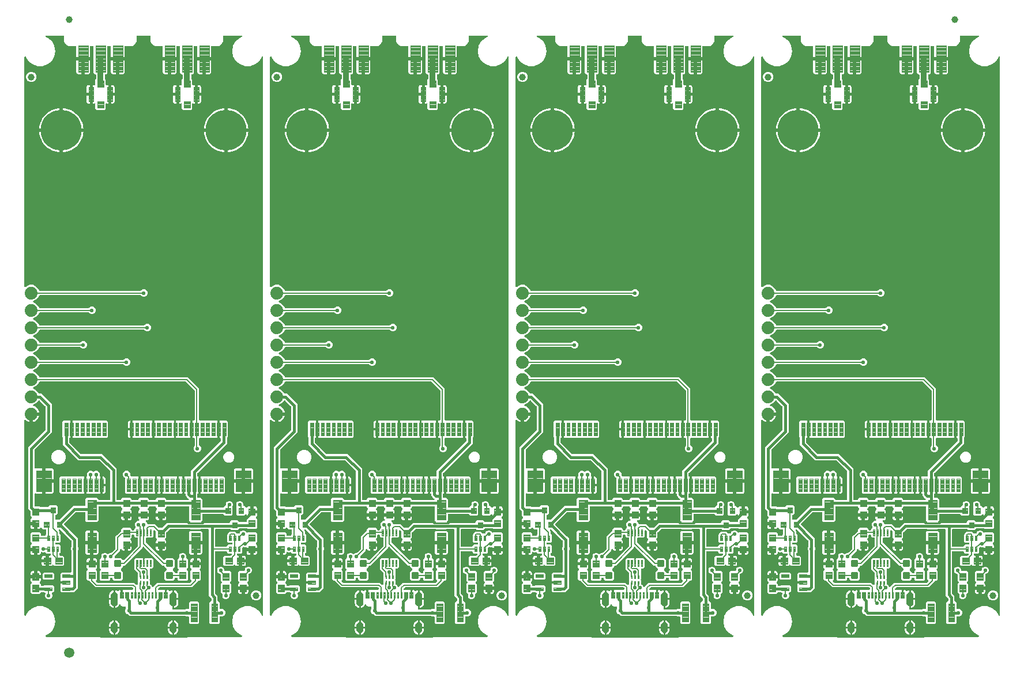
<source format=gtl>
G04 EAGLE Gerber RS-274X export*
G75*
%MOMM*%
%FSLAX34Y34*%
%LPD*%
%INTop Copper*%
%IPPOS*%
%AMOC8*
5,1,8,0,0,1.08239X$1,22.5*%
G01*
%ADD10C,1.000000*%
%ADD11C,0.102000*%
%ADD12C,0.654000*%
%ADD13C,0.100000*%
%ADD14C,0.102500*%
%ADD15C,0.104000*%
%ADD16C,0.300000*%
%ADD17C,1.879600*%
%ADD18C,0.105000*%
%ADD19C,6.000000*%
%ADD20C,0.098000*%
%ADD21C,0.092000*%
%ADD22C,0.099000*%
%ADD23C,1.500000*%
%ADD24C,0.554000*%
%ADD25C,0.152400*%
%ADD26C,0.406400*%
%ADD27C,0.254000*%
%ADD28C,0.203200*%
%ADD29C,0.812800*%

G36*
X1042651Y2553D02*
X1042651Y2553D01*
X1042749Y2556D01*
X1042808Y2573D01*
X1042870Y2581D01*
X1042961Y2616D01*
X1043054Y2643D01*
X1043108Y2675D01*
X1043166Y2698D01*
X1043245Y2755D01*
X1043329Y2804D01*
X1043373Y2848D01*
X1043423Y2884D01*
X1043485Y2959D01*
X1043555Y3028D01*
X1043586Y3082D01*
X1043626Y3129D01*
X1043668Y3217D01*
X1043718Y3301D01*
X1043735Y3361D01*
X1043762Y3417D01*
X1043780Y3513D01*
X1043808Y3606D01*
X1043810Y3668D01*
X1043821Y3729D01*
X1043815Y3827D01*
X1043819Y3924D01*
X1043806Y3985D01*
X1043802Y4047D01*
X1043772Y4139D01*
X1043751Y4235D01*
X1043723Y4290D01*
X1043704Y4349D01*
X1043652Y4432D01*
X1043608Y4519D01*
X1043567Y4565D01*
X1043533Y4618D01*
X1043462Y4685D01*
X1043399Y4758D01*
X1043347Y4793D01*
X1043302Y4836D01*
X1043217Y4883D01*
X1043136Y4938D01*
X1043041Y4980D01*
X1043023Y4990D01*
X1043012Y4992D01*
X1042989Y5003D01*
X1040340Y5967D01*
X1034370Y10976D01*
X1030474Y17725D01*
X1029120Y25400D01*
X1030474Y33075D01*
X1034370Y39824D01*
X1040340Y44833D01*
X1047663Y47499D01*
X1055457Y47499D01*
X1062780Y44833D01*
X1068750Y39824D01*
X1072051Y34106D01*
X1072139Y33991D01*
X1072224Y33872D01*
X1072235Y33864D01*
X1072243Y33853D01*
X1072357Y33763D01*
X1072469Y33670D01*
X1072482Y33664D01*
X1072492Y33655D01*
X1072626Y33596D01*
X1072757Y33534D01*
X1072770Y33532D01*
X1072783Y33526D01*
X1072927Y33501D01*
X1073070Y33474D01*
X1073083Y33475D01*
X1073096Y33473D01*
X1073242Y33485D01*
X1073387Y33494D01*
X1073400Y33498D01*
X1073413Y33499D01*
X1073551Y33547D01*
X1073689Y33592D01*
X1073701Y33599D01*
X1073714Y33604D01*
X1073835Y33684D01*
X1073958Y33762D01*
X1073967Y33772D01*
X1073979Y33780D01*
X1074076Y33888D01*
X1074176Y33994D01*
X1074183Y34006D01*
X1074192Y34016D01*
X1074259Y34145D01*
X1074330Y34272D01*
X1074333Y34285D01*
X1074339Y34297D01*
X1074373Y34439D01*
X1074409Y34580D01*
X1074410Y34599D01*
X1074412Y34607D01*
X1074412Y34624D01*
X1074419Y34741D01*
X1074419Y854259D01*
X1074401Y854403D01*
X1074397Y854439D01*
X1074397Y854444D01*
X1074397Y854445D01*
X1074386Y854548D01*
X1074381Y854561D01*
X1074379Y854575D01*
X1074326Y854709D01*
X1074275Y854847D01*
X1074267Y854858D01*
X1074262Y854870D01*
X1074177Y854988D01*
X1074094Y855108D01*
X1074084Y855117D01*
X1074076Y855128D01*
X1073963Y855220D01*
X1073853Y855316D01*
X1073841Y855322D01*
X1073831Y855330D01*
X1073699Y855392D01*
X1073568Y855457D01*
X1073555Y855460D01*
X1073543Y855466D01*
X1073401Y855493D01*
X1073257Y855524D01*
X1073244Y855523D01*
X1073231Y855526D01*
X1073086Y855517D01*
X1072940Y855511D01*
X1072927Y855507D01*
X1072913Y855506D01*
X1072775Y855461D01*
X1072635Y855419D01*
X1072623Y855412D01*
X1072611Y855408D01*
X1072487Y855330D01*
X1072363Y855255D01*
X1072353Y855245D01*
X1072342Y855238D01*
X1072242Y855131D01*
X1072140Y855028D01*
X1072130Y855012D01*
X1072124Y855006D01*
X1072116Y854991D01*
X1072051Y854894D01*
X1068750Y849176D01*
X1062780Y844167D01*
X1055457Y841501D01*
X1047663Y841501D01*
X1040340Y844167D01*
X1034370Y849176D01*
X1030474Y855925D01*
X1029120Y863600D01*
X1030474Y871275D01*
X1034370Y878024D01*
X1040340Y883033D01*
X1042989Y883997D01*
X1043076Y884042D01*
X1043166Y884078D01*
X1043216Y884114D01*
X1043272Y884143D01*
X1043344Y884207D01*
X1043423Y884264D01*
X1043463Y884312D01*
X1043510Y884354D01*
X1043564Y884434D01*
X1043626Y884509D01*
X1043653Y884566D01*
X1043687Y884617D01*
X1043720Y884709D01*
X1043762Y884797D01*
X1043773Y884858D01*
X1043794Y884917D01*
X1043803Y885014D01*
X1043821Y885110D01*
X1043818Y885172D01*
X1043823Y885234D01*
X1043808Y885330D01*
X1043802Y885427D01*
X1043783Y885486D01*
X1043773Y885548D01*
X1043734Y885637D01*
X1043704Y885729D01*
X1043670Y885782D01*
X1043645Y885839D01*
X1043586Y885916D01*
X1043534Y885998D01*
X1043488Y886041D01*
X1043450Y886090D01*
X1043373Y886149D01*
X1043302Y886216D01*
X1043247Y886246D01*
X1043198Y886284D01*
X1043109Y886323D01*
X1043023Y886370D01*
X1042963Y886385D01*
X1042906Y886410D01*
X1042810Y886425D01*
X1042715Y886449D01*
X1042611Y886456D01*
X1042592Y886459D01*
X1042580Y886458D01*
X1042555Y886459D01*
X1017270Y886459D01*
X1017152Y886444D01*
X1017033Y886437D01*
X1016995Y886424D01*
X1016954Y886419D01*
X1016844Y886376D01*
X1016731Y886339D01*
X1016696Y886317D01*
X1016659Y886302D01*
X1016563Y886233D01*
X1016462Y886169D01*
X1016434Y886139D01*
X1016401Y886116D01*
X1016325Y886024D01*
X1016244Y885937D01*
X1016224Y885902D01*
X1016199Y885871D01*
X1016148Y885763D01*
X1016090Y885659D01*
X1016080Y885619D01*
X1016063Y885583D01*
X1016041Y885466D01*
X1016011Y885351D01*
X1016007Y885291D01*
X1016003Y885271D01*
X1016005Y885250D01*
X1016001Y885190D01*
X1016001Y877728D01*
X1013618Y873602D01*
X1009492Y871219D01*
X999370Y871219D01*
X999252Y871204D01*
X999133Y871197D01*
X999095Y871184D01*
X999054Y871179D01*
X998944Y871136D01*
X998831Y871099D01*
X998796Y871077D01*
X998759Y871062D01*
X998663Y870993D01*
X998562Y870929D01*
X998534Y870899D01*
X998501Y870876D01*
X998425Y870784D01*
X998344Y870697D01*
X998324Y870662D01*
X998299Y870631D01*
X998248Y870523D01*
X998190Y870419D01*
X998180Y870379D01*
X998163Y870343D01*
X998141Y870226D01*
X998111Y870111D01*
X998107Y870051D01*
X998103Y870031D01*
X998105Y870010D01*
X998101Y869950D01*
X998101Y854709D01*
X989330Y854709D01*
X989212Y854694D01*
X989093Y854687D01*
X989055Y854674D01*
X989015Y854669D01*
X988904Y854625D01*
X988791Y854589D01*
X988756Y854567D01*
X988719Y854552D01*
X988623Y854482D01*
X988522Y854419D01*
X988494Y854389D01*
X988462Y854365D01*
X988386Y854274D01*
X988304Y854187D01*
X988285Y854152D01*
X988259Y854120D01*
X988208Y854013D01*
X988151Y853909D01*
X988140Y853869D01*
X988123Y853833D01*
X988101Y853716D01*
X988071Y853601D01*
X988067Y853540D01*
X988063Y853520D01*
X988065Y853500D01*
X988061Y853440D01*
X988061Y852169D01*
X988059Y852169D01*
X988059Y853440D01*
X988044Y853558D01*
X988037Y853677D01*
X988024Y853715D01*
X988019Y853755D01*
X987975Y853866D01*
X987939Y853979D01*
X987917Y854014D01*
X987902Y854051D01*
X987832Y854147D01*
X987769Y854248D01*
X987739Y854276D01*
X987715Y854308D01*
X987624Y854384D01*
X987537Y854466D01*
X987502Y854485D01*
X987470Y854511D01*
X987363Y854562D01*
X987259Y854619D01*
X987219Y854630D01*
X987183Y854647D01*
X987066Y854669D01*
X986951Y854699D01*
X986890Y854703D01*
X986870Y854707D01*
X986850Y854705D01*
X986790Y854709D01*
X978019Y854709D01*
X978019Y869950D01*
X978004Y870068D01*
X977997Y870187D01*
X977984Y870225D01*
X977979Y870266D01*
X977936Y870376D01*
X977899Y870489D01*
X977877Y870524D01*
X977862Y870561D01*
X977793Y870657D01*
X977729Y870758D01*
X977699Y870786D01*
X977676Y870819D01*
X977584Y870895D01*
X977497Y870976D01*
X977462Y870996D01*
X977431Y871021D01*
X977323Y871072D01*
X977219Y871130D01*
X977179Y871140D01*
X977143Y871157D01*
X977026Y871179D01*
X976911Y871209D01*
X976851Y871213D01*
X976831Y871217D01*
X976810Y871215D01*
X976750Y871219D01*
X973970Y871219D01*
X973852Y871204D01*
X973733Y871197D01*
X973695Y871184D01*
X973654Y871179D01*
X973544Y871136D01*
X973431Y871099D01*
X973396Y871077D01*
X973359Y871062D01*
X973263Y870993D01*
X973162Y870929D01*
X973134Y870899D01*
X973101Y870876D01*
X973025Y870784D01*
X972944Y870697D01*
X972924Y870662D01*
X972899Y870631D01*
X972848Y870523D01*
X972790Y870419D01*
X972780Y870379D01*
X972763Y870343D01*
X972741Y870226D01*
X972711Y870111D01*
X972707Y870051D01*
X972703Y870031D01*
X972705Y870010D01*
X972701Y869950D01*
X972701Y831425D01*
X970905Y829629D01*
X970534Y829629D01*
X970416Y829614D01*
X970297Y829607D01*
X970259Y829594D01*
X970218Y829589D01*
X970108Y829546D01*
X969995Y829509D01*
X969960Y829487D01*
X969923Y829472D01*
X969827Y829403D01*
X969726Y829339D01*
X969698Y829309D01*
X969665Y829286D01*
X969589Y829194D01*
X969508Y829107D01*
X969488Y829072D01*
X969463Y829041D01*
X969412Y828933D01*
X969354Y828829D01*
X969344Y828789D01*
X969327Y828753D01*
X969305Y828636D01*
X969275Y828521D01*
X969271Y828461D01*
X969267Y828441D01*
X969269Y828420D01*
X969265Y828360D01*
X969265Y822821D01*
X969277Y822723D01*
X969280Y822624D01*
X969297Y822566D01*
X969305Y822506D01*
X969341Y822414D01*
X969369Y822319D01*
X969399Y822266D01*
X969422Y822210D01*
X969480Y822130D01*
X969530Y822045D01*
X969596Y821969D01*
X969608Y821953D01*
X969618Y821945D01*
X969636Y821924D01*
X970201Y821360D01*
X970201Y814741D01*
X970216Y814616D01*
X970226Y814491D01*
X970236Y814459D01*
X970241Y814425D01*
X970287Y814309D01*
X970327Y814189D01*
X970345Y814161D01*
X970358Y814130D01*
X970431Y814028D01*
X970500Y813922D01*
X970525Y813900D01*
X970544Y813872D01*
X970641Y813792D01*
X970734Y813707D01*
X970763Y813691D01*
X970789Y813669D01*
X970903Y813616D01*
X971014Y813556D01*
X971047Y813548D01*
X971077Y813534D01*
X971201Y813510D01*
X971323Y813480D01*
X971356Y813480D01*
X971389Y813474D01*
X971515Y813482D01*
X971641Y813483D01*
X971689Y813493D01*
X971707Y813494D01*
X971727Y813501D01*
X971799Y813515D01*
X972268Y813641D01*
X974286Y813641D01*
X974286Y800955D01*
X974301Y800837D01*
X974308Y800718D01*
X974320Y800680D01*
X974326Y800640D01*
X974369Y800529D01*
X974406Y800416D01*
X974428Y800382D01*
X974443Y800344D01*
X974512Y800248D01*
X974576Y800147D01*
X974606Y800119D01*
X974624Y800095D01*
X974610Y800079D01*
X974529Y799992D01*
X974509Y799957D01*
X974484Y799925D01*
X974433Y799818D01*
X974375Y799713D01*
X974365Y799674D01*
X974348Y799638D01*
X974326Y799521D01*
X974296Y799405D01*
X974292Y799345D01*
X974288Y799325D01*
X974290Y799305D01*
X974286Y799245D01*
X974286Y786559D01*
X972268Y786559D01*
X971799Y786685D01*
X971674Y786702D01*
X971550Y786726D01*
X971517Y786724D01*
X971483Y786728D01*
X971358Y786714D01*
X971233Y786706D01*
X971201Y786696D01*
X971168Y786692D01*
X971050Y786647D01*
X970931Y786608D01*
X970902Y786590D01*
X970871Y786578D01*
X970768Y786505D01*
X970662Y786438D01*
X970639Y786413D01*
X970611Y786394D01*
X970530Y786298D01*
X970444Y786206D01*
X970428Y786177D01*
X970406Y786151D01*
X970351Y786038D01*
X970290Y785928D01*
X970282Y785895D01*
X970267Y785865D01*
X970242Y785741D01*
X970211Y785620D01*
X970208Y785571D01*
X970204Y785553D01*
X970205Y785531D01*
X970201Y785459D01*
X970201Y778840D01*
X968420Y777059D01*
X956900Y777059D01*
X955119Y778840D01*
X955119Y785459D01*
X955104Y785584D01*
X955094Y785709D01*
X955084Y785741D01*
X955079Y785775D01*
X955033Y785891D01*
X954993Y786011D01*
X954975Y786039D01*
X954962Y786070D01*
X954889Y786172D01*
X954820Y786278D01*
X954795Y786300D01*
X954776Y786328D01*
X954679Y786408D01*
X954586Y786493D01*
X954557Y786509D01*
X954531Y786531D01*
X954417Y786584D01*
X954306Y786644D01*
X954273Y786652D01*
X954243Y786666D01*
X954119Y786690D01*
X953997Y786720D01*
X953964Y786720D01*
X953931Y786726D01*
X953805Y786718D01*
X953679Y786717D01*
X953631Y786707D01*
X953613Y786706D01*
X953593Y786699D01*
X953521Y786685D01*
X953052Y786559D01*
X951034Y786559D01*
X951034Y799245D01*
X951019Y799363D01*
X951012Y799482D01*
X950999Y799520D01*
X950994Y799560D01*
X950951Y799671D01*
X950914Y799784D01*
X950892Y799818D01*
X950877Y799856D01*
X950808Y799952D01*
X950744Y800053D01*
X950714Y800081D01*
X950696Y800105D01*
X950710Y800121D01*
X950791Y800208D01*
X950811Y800243D01*
X950836Y800275D01*
X950887Y800382D01*
X950945Y800487D01*
X950955Y800526D01*
X950972Y800562D01*
X950994Y800679D01*
X951024Y800795D01*
X951028Y800855D01*
X951032Y800875D01*
X951030Y800895D01*
X951034Y800955D01*
X951034Y813641D01*
X953052Y813641D01*
X953521Y813515D01*
X953646Y813498D01*
X953770Y813474D01*
X953803Y813476D01*
X953837Y813472D01*
X953962Y813486D01*
X954087Y813494D01*
X954119Y813504D01*
X954152Y813508D01*
X954270Y813553D01*
X954389Y813592D01*
X954418Y813610D01*
X954449Y813622D01*
X954552Y813695D01*
X954658Y813762D01*
X954681Y813787D01*
X954709Y813806D01*
X954790Y813902D01*
X954876Y813994D01*
X954892Y814023D01*
X954914Y814049D01*
X954969Y814162D01*
X955030Y814272D01*
X955038Y814305D01*
X955053Y814335D01*
X955078Y814459D01*
X955109Y814580D01*
X955112Y814629D01*
X955116Y814647D01*
X955115Y814669D01*
X955119Y814741D01*
X955119Y821360D01*
X955684Y821924D01*
X955744Y822002D01*
X955812Y822074D01*
X955841Y822127D01*
X955878Y822175D01*
X955918Y822266D01*
X955966Y822353D01*
X955981Y822411D01*
X956005Y822467D01*
X956020Y822565D01*
X956045Y822661D01*
X956051Y822761D01*
X956055Y822781D01*
X956053Y822793D01*
X956055Y822821D01*
X956055Y828360D01*
X956040Y828478D01*
X956033Y828597D01*
X956020Y828635D01*
X956015Y828676D01*
X955972Y828786D01*
X955935Y828899D01*
X955913Y828934D01*
X955898Y828971D01*
X955829Y829067D01*
X955765Y829168D01*
X955735Y829196D01*
X955712Y829229D01*
X955620Y829305D01*
X955533Y829386D01*
X955498Y829406D01*
X955467Y829431D01*
X955359Y829482D01*
X955255Y829540D01*
X955215Y829550D01*
X955179Y829567D01*
X955062Y829589D01*
X954947Y829619D01*
X954887Y829623D01*
X954867Y829627D01*
X954846Y829625D01*
X954786Y829629D01*
X954415Y829629D01*
X952619Y831425D01*
X952619Y869950D01*
X952604Y870068D01*
X952597Y870187D01*
X952584Y870225D01*
X952579Y870266D01*
X952536Y870376D01*
X952499Y870489D01*
X952477Y870524D01*
X952462Y870561D01*
X952393Y870657D01*
X952329Y870758D01*
X952299Y870786D01*
X952276Y870819D01*
X952184Y870895D01*
X952097Y870976D01*
X952062Y870996D01*
X952031Y871021D01*
X951923Y871072D01*
X951819Y871130D01*
X951779Y871140D01*
X951743Y871157D01*
X951626Y871179D01*
X951511Y871209D01*
X951451Y871213D01*
X951431Y871217D01*
X951410Y871215D01*
X951350Y871219D01*
X948570Y871219D01*
X948452Y871204D01*
X948333Y871197D01*
X948295Y871184D01*
X948254Y871179D01*
X948144Y871136D01*
X948031Y871099D01*
X947996Y871077D01*
X947959Y871062D01*
X947863Y870993D01*
X947762Y870929D01*
X947734Y870899D01*
X947701Y870876D01*
X947625Y870784D01*
X947544Y870697D01*
X947524Y870662D01*
X947499Y870631D01*
X947448Y870523D01*
X947390Y870419D01*
X947380Y870379D01*
X947363Y870343D01*
X947341Y870226D01*
X947311Y870111D01*
X947307Y870051D01*
X947303Y870031D01*
X947305Y870010D01*
X947301Y869950D01*
X947301Y854709D01*
X938530Y854709D01*
X938412Y854694D01*
X938293Y854687D01*
X938255Y854674D01*
X938215Y854669D01*
X938104Y854625D01*
X937991Y854589D01*
X937956Y854567D01*
X937919Y854552D01*
X937823Y854482D01*
X937722Y854419D01*
X937694Y854389D01*
X937662Y854365D01*
X937586Y854274D01*
X937504Y854187D01*
X937485Y854152D01*
X937459Y854120D01*
X937408Y854013D01*
X937351Y853909D01*
X937340Y853869D01*
X937323Y853833D01*
X937301Y853716D01*
X937271Y853601D01*
X937267Y853540D01*
X937263Y853520D01*
X937265Y853500D01*
X937261Y853440D01*
X937261Y852169D01*
X937259Y852169D01*
X937259Y853440D01*
X937244Y853558D01*
X937237Y853677D01*
X937224Y853715D01*
X937219Y853755D01*
X937175Y853866D01*
X937139Y853979D01*
X937117Y854014D01*
X937102Y854051D01*
X937032Y854147D01*
X936969Y854248D01*
X936939Y854276D01*
X936915Y854308D01*
X936824Y854384D01*
X936737Y854466D01*
X936702Y854485D01*
X936670Y854511D01*
X936563Y854562D01*
X936459Y854619D01*
X936419Y854630D01*
X936383Y854647D01*
X936266Y854669D01*
X936151Y854699D01*
X936090Y854703D01*
X936070Y854707D01*
X936050Y854705D01*
X935990Y854709D01*
X927219Y854709D01*
X927219Y869950D01*
X927204Y870068D01*
X927197Y870187D01*
X927184Y870225D01*
X927179Y870266D01*
X927136Y870376D01*
X927099Y870489D01*
X927077Y870524D01*
X927062Y870561D01*
X926993Y870657D01*
X926929Y870758D01*
X926899Y870786D01*
X926876Y870819D01*
X926784Y870895D01*
X926697Y870976D01*
X926662Y870996D01*
X926631Y871021D01*
X926523Y871072D01*
X926419Y871130D01*
X926379Y871140D01*
X926343Y871157D01*
X926226Y871179D01*
X926111Y871209D01*
X926051Y871213D01*
X926031Y871217D01*
X926010Y871215D01*
X925950Y871219D01*
X915828Y871219D01*
X911702Y873602D01*
X909319Y877728D01*
X909319Y885190D01*
X909304Y885308D01*
X909297Y885427D01*
X909284Y885465D01*
X909279Y885506D01*
X909236Y885616D01*
X909199Y885729D01*
X909177Y885764D01*
X909162Y885801D01*
X909093Y885897D01*
X909029Y885998D01*
X908999Y886026D01*
X908976Y886059D01*
X908884Y886135D01*
X908797Y886216D01*
X908762Y886236D01*
X908731Y886261D01*
X908623Y886312D01*
X908519Y886370D01*
X908479Y886380D01*
X908443Y886397D01*
X908326Y886419D01*
X908211Y886449D01*
X908151Y886453D01*
X908131Y886457D01*
X908110Y886455D01*
X908050Y886459D01*
X890270Y886459D01*
X890152Y886444D01*
X890033Y886437D01*
X889995Y886424D01*
X889954Y886419D01*
X889844Y886376D01*
X889731Y886339D01*
X889696Y886317D01*
X889659Y886302D01*
X889563Y886233D01*
X889462Y886169D01*
X889434Y886139D01*
X889401Y886116D01*
X889325Y886024D01*
X889244Y885937D01*
X889224Y885902D01*
X889199Y885871D01*
X889148Y885763D01*
X889090Y885659D01*
X889080Y885619D01*
X889063Y885583D01*
X889041Y885466D01*
X889011Y885351D01*
X889007Y885291D01*
X889003Y885271D01*
X889005Y885250D01*
X889001Y885190D01*
X889001Y877728D01*
X886618Y873602D01*
X882492Y871219D01*
X872370Y871219D01*
X872252Y871204D01*
X872133Y871197D01*
X872095Y871184D01*
X872054Y871179D01*
X871944Y871136D01*
X871831Y871099D01*
X871796Y871077D01*
X871759Y871062D01*
X871663Y870993D01*
X871562Y870929D01*
X871534Y870899D01*
X871501Y870876D01*
X871425Y870784D01*
X871344Y870697D01*
X871324Y870662D01*
X871299Y870631D01*
X871248Y870523D01*
X871190Y870419D01*
X871180Y870379D01*
X871163Y870343D01*
X871141Y870226D01*
X871111Y870111D01*
X871107Y870051D01*
X871103Y870031D01*
X871105Y870010D01*
X871101Y869950D01*
X871101Y854709D01*
X862330Y854709D01*
X862212Y854694D01*
X862093Y854687D01*
X862055Y854674D01*
X862015Y854669D01*
X861904Y854625D01*
X861791Y854589D01*
X861756Y854567D01*
X861719Y854552D01*
X861623Y854482D01*
X861522Y854419D01*
X861494Y854389D01*
X861462Y854365D01*
X861386Y854274D01*
X861304Y854187D01*
X861285Y854152D01*
X861259Y854120D01*
X861208Y854013D01*
X861151Y853909D01*
X861140Y853869D01*
X861123Y853833D01*
X861101Y853716D01*
X861071Y853601D01*
X861067Y853540D01*
X861063Y853520D01*
X861065Y853500D01*
X861061Y853440D01*
X861061Y852169D01*
X861059Y852169D01*
X861059Y853440D01*
X861044Y853558D01*
X861037Y853677D01*
X861024Y853715D01*
X861019Y853755D01*
X860975Y853866D01*
X860939Y853979D01*
X860917Y854014D01*
X860902Y854051D01*
X860832Y854147D01*
X860769Y854248D01*
X860739Y854276D01*
X860715Y854308D01*
X860624Y854384D01*
X860537Y854466D01*
X860502Y854485D01*
X860470Y854511D01*
X860363Y854562D01*
X860259Y854619D01*
X860219Y854630D01*
X860183Y854647D01*
X860066Y854669D01*
X859951Y854699D01*
X859890Y854703D01*
X859870Y854707D01*
X859850Y854705D01*
X859790Y854709D01*
X851019Y854709D01*
X851019Y869950D01*
X851004Y870068D01*
X850997Y870187D01*
X850984Y870225D01*
X850979Y870266D01*
X850936Y870376D01*
X850899Y870489D01*
X850877Y870524D01*
X850862Y870561D01*
X850793Y870657D01*
X850729Y870758D01*
X850699Y870786D01*
X850676Y870819D01*
X850584Y870895D01*
X850497Y870976D01*
X850462Y870996D01*
X850431Y871021D01*
X850323Y871072D01*
X850219Y871130D01*
X850179Y871140D01*
X850143Y871157D01*
X850026Y871179D01*
X849911Y871209D01*
X849851Y871213D01*
X849831Y871217D01*
X849810Y871215D01*
X849750Y871219D01*
X846970Y871219D01*
X846852Y871204D01*
X846733Y871197D01*
X846695Y871184D01*
X846654Y871179D01*
X846544Y871136D01*
X846431Y871099D01*
X846396Y871077D01*
X846359Y871062D01*
X846263Y870993D01*
X846162Y870929D01*
X846134Y870899D01*
X846101Y870876D01*
X846025Y870784D01*
X845944Y870697D01*
X845924Y870662D01*
X845899Y870631D01*
X845848Y870523D01*
X845790Y870419D01*
X845780Y870379D01*
X845763Y870343D01*
X845741Y870226D01*
X845711Y870111D01*
X845707Y870051D01*
X845703Y870031D01*
X845705Y870010D01*
X845701Y869950D01*
X845701Y831425D01*
X843905Y829629D01*
X843534Y829629D01*
X843416Y829614D01*
X843297Y829607D01*
X843259Y829594D01*
X843218Y829589D01*
X843108Y829546D01*
X842995Y829509D01*
X842960Y829487D01*
X842923Y829472D01*
X842827Y829403D01*
X842726Y829339D01*
X842698Y829309D01*
X842665Y829286D01*
X842589Y829194D01*
X842508Y829107D01*
X842488Y829072D01*
X842463Y829041D01*
X842412Y828933D01*
X842354Y828829D01*
X842344Y828789D01*
X842327Y828753D01*
X842305Y828636D01*
X842275Y828521D01*
X842271Y828461D01*
X842267Y828441D01*
X842269Y828420D01*
X842265Y828360D01*
X842265Y822821D01*
X842277Y822723D01*
X842280Y822624D01*
X842297Y822566D01*
X842305Y822506D01*
X842341Y822414D01*
X842369Y822318D01*
X842399Y822266D01*
X842422Y822210D01*
X842480Y822130D01*
X842530Y822045D01*
X842596Y821969D01*
X842608Y821953D01*
X842618Y821945D01*
X842637Y821924D01*
X843201Y821360D01*
X843201Y814741D01*
X843217Y814616D01*
X843226Y814491D01*
X843236Y814459D01*
X843241Y814425D01*
X843287Y814308D01*
X843327Y814189D01*
X843345Y814161D01*
X843358Y814130D01*
X843431Y814028D01*
X843500Y813922D01*
X843525Y813899D01*
X843544Y813872D01*
X843641Y813792D01*
X843734Y813707D01*
X843763Y813691D01*
X843789Y813669D01*
X843903Y813616D01*
X844014Y813556D01*
X844047Y813548D01*
X844077Y813534D01*
X844200Y813510D01*
X844323Y813480D01*
X844356Y813480D01*
X844389Y813474D01*
X844515Y813482D01*
X844641Y813483D01*
X844689Y813493D01*
X844707Y813494D01*
X844727Y813501D01*
X844799Y813515D01*
X845268Y813641D01*
X847286Y813641D01*
X847286Y800955D01*
X847301Y800837D01*
X847308Y800718D01*
X847320Y800680D01*
X847326Y800640D01*
X847369Y800529D01*
X847406Y800416D01*
X847428Y800382D01*
X847443Y800344D01*
X847512Y800248D01*
X847576Y800147D01*
X847606Y800119D01*
X847624Y800095D01*
X847610Y800079D01*
X847529Y799992D01*
X847509Y799957D01*
X847484Y799925D01*
X847433Y799818D01*
X847375Y799713D01*
X847365Y799674D01*
X847348Y799638D01*
X847326Y799521D01*
X847296Y799405D01*
X847292Y799345D01*
X847288Y799325D01*
X847290Y799305D01*
X847286Y799245D01*
X847286Y786559D01*
X845268Y786559D01*
X844799Y786685D01*
X844674Y786702D01*
X844550Y786726D01*
X844517Y786724D01*
X844483Y786728D01*
X844358Y786714D01*
X844233Y786706D01*
X844201Y786696D01*
X844168Y786692D01*
X844050Y786647D01*
X843931Y786608D01*
X843902Y786590D01*
X843871Y786578D01*
X843768Y786505D01*
X843662Y786438D01*
X843639Y786413D01*
X843611Y786394D01*
X843530Y786298D01*
X843444Y786206D01*
X843428Y786177D01*
X843406Y786151D01*
X843351Y786038D01*
X843290Y785928D01*
X843282Y785895D01*
X843267Y785865D01*
X843242Y785742D01*
X843211Y785620D01*
X843208Y785571D01*
X843204Y785553D01*
X843205Y785531D01*
X843201Y785459D01*
X843201Y778840D01*
X841420Y777059D01*
X829900Y777059D01*
X828119Y778840D01*
X828119Y785459D01*
X828104Y785584D01*
X828094Y785709D01*
X828084Y785741D01*
X828079Y785775D01*
X828033Y785891D01*
X827993Y786011D01*
X827975Y786039D01*
X827962Y786070D01*
X827889Y786172D01*
X827820Y786278D01*
X827795Y786300D01*
X827776Y786328D01*
X827679Y786408D01*
X827586Y786493D01*
X827557Y786509D01*
X827531Y786531D01*
X827417Y786584D01*
X827306Y786644D01*
X827273Y786652D01*
X827243Y786666D01*
X827119Y786690D01*
X826997Y786720D01*
X826964Y786720D01*
X826931Y786726D01*
X826805Y786718D01*
X826679Y786717D01*
X826631Y786707D01*
X826613Y786706D01*
X826593Y786699D01*
X826521Y786685D01*
X826052Y786559D01*
X824034Y786559D01*
X824034Y799245D01*
X824019Y799363D01*
X824012Y799482D01*
X823999Y799520D01*
X823994Y799560D01*
X823951Y799671D01*
X823914Y799784D01*
X823892Y799818D01*
X823877Y799856D01*
X823808Y799952D01*
X823744Y800053D01*
X823714Y800081D01*
X823696Y800105D01*
X823710Y800121D01*
X823791Y800208D01*
X823811Y800243D01*
X823836Y800275D01*
X823887Y800382D01*
X823945Y800487D01*
X823955Y800526D01*
X823972Y800562D01*
X823994Y800679D01*
X824024Y800795D01*
X824028Y800855D01*
X824032Y800875D01*
X824030Y800895D01*
X824034Y800955D01*
X824034Y813641D01*
X826052Y813641D01*
X826521Y813515D01*
X826646Y813498D01*
X826770Y813474D01*
X826803Y813476D01*
X826837Y813472D01*
X826962Y813486D01*
X827087Y813494D01*
X827119Y813504D01*
X827152Y813508D01*
X827270Y813553D01*
X827389Y813592D01*
X827418Y813610D01*
X827449Y813622D01*
X827552Y813695D01*
X827658Y813762D01*
X827681Y813787D01*
X827709Y813806D01*
X827790Y813902D01*
X827876Y813994D01*
X827892Y814023D01*
X827914Y814049D01*
X827969Y814162D01*
X828030Y814272D01*
X828038Y814305D01*
X828053Y814335D01*
X828078Y814459D01*
X828109Y814580D01*
X828112Y814629D01*
X828116Y814647D01*
X828115Y814669D01*
X828119Y814741D01*
X828119Y821360D01*
X828683Y821924D01*
X828744Y822002D01*
X828812Y822074D01*
X828841Y822127D01*
X828878Y822175D01*
X828918Y822266D01*
X828966Y822353D01*
X828981Y822411D01*
X829005Y822467D01*
X829020Y822565D01*
X829045Y822661D01*
X829051Y822761D01*
X829055Y822781D01*
X829053Y822793D01*
X829055Y822821D01*
X829055Y828360D01*
X829040Y828478D01*
X829033Y828597D01*
X829020Y828635D01*
X829015Y828676D01*
X828972Y828786D01*
X828935Y828899D01*
X828913Y828934D01*
X828898Y828971D01*
X828829Y829067D01*
X828765Y829168D01*
X828735Y829196D01*
X828712Y829229D01*
X828620Y829305D01*
X828533Y829386D01*
X828498Y829406D01*
X828467Y829431D01*
X828359Y829482D01*
X828255Y829540D01*
X828215Y829550D01*
X828179Y829567D01*
X828062Y829589D01*
X827947Y829619D01*
X827887Y829623D01*
X827867Y829627D01*
X827846Y829625D01*
X827786Y829629D01*
X827415Y829629D01*
X825619Y831425D01*
X825619Y869950D01*
X825604Y870068D01*
X825597Y870187D01*
X825584Y870225D01*
X825579Y870266D01*
X825536Y870376D01*
X825499Y870489D01*
X825477Y870524D01*
X825462Y870561D01*
X825393Y870657D01*
X825329Y870758D01*
X825299Y870786D01*
X825276Y870819D01*
X825184Y870895D01*
X825097Y870976D01*
X825062Y870996D01*
X825031Y871021D01*
X824923Y871072D01*
X824819Y871130D01*
X824779Y871140D01*
X824743Y871157D01*
X824626Y871179D01*
X824511Y871209D01*
X824451Y871213D01*
X824431Y871217D01*
X824410Y871215D01*
X824350Y871219D01*
X821570Y871219D01*
X821452Y871204D01*
X821333Y871197D01*
X821295Y871184D01*
X821254Y871179D01*
X821144Y871136D01*
X821031Y871099D01*
X820996Y871077D01*
X820959Y871062D01*
X820863Y870993D01*
X820762Y870929D01*
X820734Y870899D01*
X820701Y870876D01*
X820625Y870784D01*
X820544Y870697D01*
X820524Y870662D01*
X820499Y870631D01*
X820448Y870523D01*
X820390Y870419D01*
X820380Y870379D01*
X820363Y870343D01*
X820341Y870226D01*
X820311Y870111D01*
X820307Y870051D01*
X820303Y870031D01*
X820305Y870010D01*
X820301Y869950D01*
X820301Y854709D01*
X811530Y854709D01*
X811412Y854694D01*
X811293Y854687D01*
X811255Y854674D01*
X811215Y854669D01*
X811104Y854625D01*
X810991Y854589D01*
X810956Y854567D01*
X810919Y854552D01*
X810823Y854482D01*
X810722Y854419D01*
X810694Y854389D01*
X810662Y854365D01*
X810586Y854274D01*
X810504Y854187D01*
X810485Y854152D01*
X810459Y854120D01*
X810408Y854013D01*
X810351Y853909D01*
X810340Y853869D01*
X810323Y853833D01*
X810301Y853716D01*
X810271Y853601D01*
X810267Y853540D01*
X810263Y853520D01*
X810265Y853500D01*
X810261Y853440D01*
X810261Y852169D01*
X810259Y852169D01*
X810259Y853440D01*
X810244Y853558D01*
X810237Y853677D01*
X810224Y853715D01*
X810219Y853755D01*
X810175Y853866D01*
X810139Y853979D01*
X810117Y854014D01*
X810102Y854051D01*
X810032Y854147D01*
X809969Y854248D01*
X809939Y854276D01*
X809915Y854308D01*
X809824Y854384D01*
X809737Y854466D01*
X809702Y854485D01*
X809670Y854511D01*
X809563Y854562D01*
X809459Y854619D01*
X809419Y854630D01*
X809383Y854647D01*
X809266Y854669D01*
X809151Y854699D01*
X809090Y854703D01*
X809070Y854707D01*
X809050Y854705D01*
X808990Y854709D01*
X800219Y854709D01*
X800219Y869950D01*
X800204Y870068D01*
X800197Y870187D01*
X800184Y870225D01*
X800179Y870266D01*
X800136Y870376D01*
X800099Y870489D01*
X800077Y870524D01*
X800062Y870561D01*
X799993Y870657D01*
X799929Y870758D01*
X799899Y870786D01*
X799876Y870819D01*
X799784Y870895D01*
X799697Y870976D01*
X799662Y870996D01*
X799631Y871021D01*
X799523Y871072D01*
X799419Y871130D01*
X799379Y871140D01*
X799343Y871157D01*
X799226Y871179D01*
X799111Y871209D01*
X799051Y871213D01*
X799031Y871217D01*
X799010Y871215D01*
X798950Y871219D01*
X788828Y871219D01*
X784702Y873602D01*
X782319Y877728D01*
X782319Y885190D01*
X782304Y885308D01*
X782297Y885427D01*
X782284Y885465D01*
X782279Y885506D01*
X782236Y885616D01*
X782199Y885729D01*
X782177Y885764D01*
X782162Y885801D01*
X782093Y885897D01*
X782029Y885998D01*
X781999Y886026D01*
X781976Y886059D01*
X781884Y886135D01*
X781797Y886216D01*
X781762Y886236D01*
X781731Y886261D01*
X781623Y886312D01*
X781519Y886370D01*
X781479Y886380D01*
X781443Y886397D01*
X781326Y886419D01*
X781211Y886449D01*
X781151Y886453D01*
X781131Y886457D01*
X781110Y886455D01*
X781050Y886459D01*
X755765Y886459D01*
X755669Y886447D01*
X755571Y886444D01*
X755511Y886427D01*
X755450Y886419D01*
X755359Y886384D01*
X755266Y886357D01*
X755212Y886325D01*
X755154Y886302D01*
X755075Y886245D01*
X754991Y886196D01*
X754947Y886152D01*
X754897Y886116D01*
X754835Y886040D01*
X754765Y885972D01*
X754734Y885919D01*
X754694Y885871D01*
X754652Y885783D01*
X754602Y885699D01*
X754585Y885639D01*
X754558Y885583D01*
X754540Y885487D01*
X754512Y885394D01*
X754510Y885332D01*
X754499Y885271D01*
X754505Y885173D01*
X754501Y885076D01*
X754514Y885015D01*
X754518Y884953D01*
X754548Y884860D01*
X754569Y884765D01*
X754597Y884710D01*
X754616Y884651D01*
X754668Y884568D01*
X754712Y884481D01*
X754753Y884435D01*
X754786Y884382D01*
X754857Y884315D01*
X754921Y884242D01*
X754973Y884207D01*
X755018Y884164D01*
X755103Y884117D01*
X755184Y884062D01*
X755279Y884020D01*
X755297Y884010D01*
X755308Y884008D01*
X755331Y883997D01*
X757980Y883033D01*
X763950Y878024D01*
X767846Y871275D01*
X769200Y863600D01*
X767846Y855925D01*
X763950Y849176D01*
X757980Y844167D01*
X750657Y841501D01*
X742863Y841501D01*
X735540Y844167D01*
X729570Y849176D01*
X726269Y854894D01*
X726188Y855001D01*
X726178Y855016D01*
X726173Y855021D01*
X726096Y855128D01*
X726085Y855136D01*
X726077Y855147D01*
X725963Y855237D01*
X725851Y855330D01*
X725838Y855336D01*
X725828Y855345D01*
X725694Y855404D01*
X725563Y855466D01*
X725550Y855468D01*
X725537Y855474D01*
X725393Y855499D01*
X725250Y855526D01*
X725237Y855525D01*
X725224Y855527D01*
X725078Y855515D01*
X724933Y855506D01*
X724920Y855502D01*
X724907Y855501D01*
X724769Y855453D01*
X724631Y855408D01*
X724619Y855401D01*
X724606Y855396D01*
X724485Y855316D01*
X724362Y855238D01*
X724353Y855228D01*
X724341Y855220D01*
X724244Y855112D01*
X724144Y855006D01*
X724137Y854994D01*
X724128Y854984D01*
X724061Y854855D01*
X723990Y854728D01*
X723987Y854715D01*
X723981Y854703D01*
X723947Y854561D01*
X723911Y854420D01*
X723910Y854401D01*
X723908Y854393D01*
X723908Y854376D01*
X723901Y854259D01*
X723901Y517789D01*
X723918Y517651D01*
X723931Y517513D01*
X723938Y517494D01*
X723941Y517473D01*
X723992Y517344D01*
X724039Y517213D01*
X724050Y517196D01*
X724058Y517178D01*
X724139Y517065D01*
X724217Y516950D01*
X724233Y516937D01*
X724244Y516920D01*
X724352Y516832D01*
X724456Y516740D01*
X724474Y516730D01*
X724489Y516718D01*
X724615Y516658D01*
X724739Y516595D01*
X724759Y516591D01*
X724777Y516582D01*
X724914Y516556D01*
X725049Y516525D01*
X725070Y516526D01*
X725089Y516522D01*
X725228Y516531D01*
X725367Y516535D01*
X725387Y516541D01*
X725407Y516542D01*
X725539Y516585D01*
X725673Y516623D01*
X725690Y516634D01*
X725709Y516640D01*
X725827Y516714D01*
X725947Y516785D01*
X725968Y516804D01*
X725978Y516810D01*
X725992Y516825D01*
X726067Y516891D01*
X727297Y518121D01*
X731685Y519939D01*
X736435Y519939D01*
X740823Y518121D01*
X744181Y514763D01*
X745290Y512086D01*
X745304Y512061D01*
X745314Y512033D01*
X745383Y511923D01*
X745447Y511810D01*
X745468Y511789D01*
X745484Y511764D01*
X745578Y511675D01*
X745669Y511582D01*
X745694Y511566D01*
X745715Y511546D01*
X745829Y511483D01*
X745940Y511415D01*
X745968Y511407D01*
X745994Y511392D01*
X746120Y511360D01*
X746244Y511322D01*
X746273Y511320D01*
X746302Y511313D01*
X746462Y511303D01*
X894426Y511303D01*
X894525Y511315D01*
X894624Y511318D01*
X894682Y511335D01*
X894742Y511343D01*
X894834Y511379D01*
X894929Y511407D01*
X894981Y511437D01*
X895038Y511460D01*
X895118Y511518D01*
X895203Y511568D01*
X895279Y511634D01*
X895295Y511646D01*
X895303Y511656D01*
X895324Y511674D01*
X896152Y512502D01*
X898104Y513311D01*
X900216Y513311D01*
X902168Y512502D01*
X903662Y511008D01*
X904471Y509056D01*
X904471Y506944D01*
X903662Y504992D01*
X902168Y503498D01*
X900216Y502689D01*
X898104Y502689D01*
X896152Y503498D01*
X895324Y504326D01*
X895246Y504386D01*
X895174Y504454D01*
X895121Y504483D01*
X895073Y504520D01*
X894982Y504560D01*
X894895Y504608D01*
X894837Y504623D01*
X894781Y504647D01*
X894683Y504662D01*
X894587Y504687D01*
X894487Y504693D01*
X894467Y504697D01*
X894454Y504695D01*
X894426Y504697D01*
X746462Y504697D01*
X746433Y504694D01*
X746404Y504696D01*
X746276Y504674D01*
X746147Y504657D01*
X746120Y504647D01*
X746090Y504642D01*
X745972Y504588D01*
X745851Y504540D01*
X745827Y504523D01*
X745800Y504511D01*
X745699Y504430D01*
X745594Y504354D01*
X745575Y504331D01*
X745552Y504312D01*
X745474Y504209D01*
X745391Y504109D01*
X745378Y504082D01*
X745361Y504058D01*
X745290Y503914D01*
X744181Y501237D01*
X740823Y497879D01*
X737428Y496473D01*
X737307Y496404D01*
X737184Y496339D01*
X737169Y496325D01*
X737152Y496315D01*
X737052Y496218D01*
X736949Y496125D01*
X736938Y496108D01*
X736923Y496094D01*
X736850Y495975D01*
X736774Y495859D01*
X736768Y495840D01*
X736757Y495823D01*
X736716Y495690D01*
X736671Y495558D01*
X736669Y495538D01*
X736663Y495519D01*
X736657Y495380D01*
X736646Y495241D01*
X736649Y495221D01*
X736648Y495201D01*
X736676Y495065D01*
X736700Y494928D01*
X736708Y494909D01*
X736713Y494890D01*
X736774Y494764D01*
X736831Y494638D01*
X736843Y494622D01*
X736852Y494604D01*
X736943Y494498D01*
X737029Y494390D01*
X737045Y494377D01*
X737059Y494362D01*
X737172Y494282D01*
X737283Y494198D01*
X737309Y494186D01*
X737319Y494179D01*
X737338Y494172D01*
X737428Y494127D01*
X740823Y492721D01*
X744181Y489363D01*
X745290Y486686D01*
X745304Y486661D01*
X745314Y486633D01*
X745383Y486523D01*
X745447Y486410D01*
X745468Y486389D01*
X745484Y486364D01*
X745578Y486275D01*
X745669Y486182D01*
X745694Y486166D01*
X745715Y486146D01*
X745829Y486083D01*
X745940Y486015D01*
X745968Y486007D01*
X745994Y485992D01*
X746120Y485960D01*
X746244Y485922D01*
X746273Y485920D01*
X746302Y485913D01*
X746462Y485903D01*
X818226Y485903D01*
X818325Y485915D01*
X818424Y485918D01*
X818482Y485935D01*
X818542Y485943D01*
X818634Y485979D01*
X818729Y486007D01*
X818781Y486037D01*
X818838Y486060D01*
X818918Y486118D01*
X819003Y486168D01*
X819079Y486234D01*
X819095Y486246D01*
X819103Y486256D01*
X819124Y486274D01*
X819952Y487102D01*
X821904Y487911D01*
X824016Y487911D01*
X825968Y487102D01*
X827462Y485608D01*
X828271Y483656D01*
X828271Y481544D01*
X827462Y479592D01*
X825968Y478098D01*
X824016Y477289D01*
X821904Y477289D01*
X819952Y478098D01*
X819124Y478926D01*
X819046Y478986D01*
X818974Y479054D01*
X818921Y479083D01*
X818873Y479120D01*
X818782Y479160D01*
X818695Y479208D01*
X818637Y479223D01*
X818581Y479247D01*
X818483Y479262D01*
X818387Y479287D01*
X818287Y479293D01*
X818267Y479297D01*
X818254Y479295D01*
X818226Y479297D01*
X746462Y479297D01*
X746433Y479294D01*
X746404Y479296D01*
X746276Y479274D01*
X746147Y479257D01*
X746120Y479247D01*
X746090Y479242D01*
X745972Y479188D01*
X745851Y479140D01*
X745827Y479123D01*
X745800Y479111D01*
X745699Y479030D01*
X745594Y478954D01*
X745575Y478931D01*
X745552Y478912D01*
X745474Y478809D01*
X745391Y478709D01*
X745378Y478682D01*
X745361Y478658D01*
X745290Y478514D01*
X744181Y475837D01*
X740823Y472479D01*
X737428Y471073D01*
X737307Y471004D01*
X737184Y470939D01*
X737169Y470925D01*
X737152Y470915D01*
X737052Y470818D01*
X736949Y470725D01*
X736938Y470708D01*
X736923Y470694D01*
X736850Y470575D01*
X736774Y470459D01*
X736768Y470440D01*
X736757Y470423D01*
X736716Y470290D01*
X736671Y470158D01*
X736669Y470138D01*
X736663Y470119D01*
X736657Y469980D01*
X736646Y469841D01*
X736649Y469821D01*
X736648Y469801D01*
X736676Y469665D01*
X736700Y469528D01*
X736708Y469509D01*
X736713Y469490D01*
X736774Y469364D01*
X736831Y469238D01*
X736843Y469222D01*
X736852Y469204D01*
X736943Y469098D01*
X737029Y468990D01*
X737045Y468977D01*
X737059Y468962D01*
X737172Y468882D01*
X737283Y468798D01*
X737309Y468786D01*
X737319Y468779D01*
X737338Y468772D01*
X737428Y468727D01*
X740823Y467321D01*
X744181Y463963D01*
X745290Y461286D01*
X745304Y461261D01*
X745314Y461233D01*
X745383Y461123D01*
X745447Y461010D01*
X745468Y460989D01*
X745484Y460964D01*
X745578Y460875D01*
X745669Y460782D01*
X745694Y460766D01*
X745715Y460746D01*
X745829Y460683D01*
X745940Y460615D01*
X745968Y460607D01*
X745994Y460592D01*
X746120Y460560D01*
X746244Y460522D01*
X746273Y460520D01*
X746302Y460513D01*
X746462Y460503D01*
X899506Y460503D01*
X899605Y460515D01*
X899704Y460518D01*
X899762Y460535D01*
X899822Y460543D01*
X899914Y460579D01*
X900009Y460607D01*
X900061Y460637D01*
X900118Y460660D01*
X900198Y460718D01*
X900283Y460768D01*
X900359Y460834D01*
X900375Y460846D01*
X900383Y460856D01*
X900404Y460874D01*
X901232Y461702D01*
X903184Y462511D01*
X905296Y462511D01*
X907248Y461702D01*
X908742Y460208D01*
X909551Y458256D01*
X909551Y456144D01*
X908742Y454192D01*
X907248Y452698D01*
X905296Y451889D01*
X903184Y451889D01*
X901232Y452698D01*
X900404Y453526D01*
X900326Y453586D01*
X900254Y453654D01*
X900201Y453683D01*
X900153Y453720D01*
X900062Y453760D01*
X899975Y453808D01*
X899917Y453823D01*
X899861Y453847D01*
X899763Y453862D01*
X899667Y453887D01*
X899567Y453893D01*
X899547Y453897D01*
X899534Y453895D01*
X899506Y453897D01*
X746462Y453897D01*
X746433Y453894D01*
X746404Y453896D01*
X746276Y453874D01*
X746147Y453857D01*
X746120Y453847D01*
X746090Y453842D01*
X745972Y453788D01*
X745851Y453740D01*
X745827Y453723D01*
X745800Y453711D01*
X745699Y453630D01*
X745594Y453554D01*
X745575Y453531D01*
X745552Y453512D01*
X745474Y453409D01*
X745391Y453309D01*
X745378Y453282D01*
X745361Y453258D01*
X745290Y453114D01*
X744181Y450437D01*
X740823Y447079D01*
X737428Y445673D01*
X737307Y445604D01*
X737184Y445539D01*
X737169Y445525D01*
X737152Y445515D01*
X737052Y445418D01*
X736949Y445325D01*
X736938Y445308D01*
X736923Y445294D01*
X736851Y445176D01*
X736774Y445059D01*
X736768Y445040D01*
X736757Y445023D01*
X736716Y444890D01*
X736671Y444758D01*
X736669Y444738D01*
X736663Y444719D01*
X736657Y444580D01*
X736646Y444441D01*
X736649Y444421D01*
X736648Y444401D01*
X736676Y444265D01*
X736700Y444128D01*
X736708Y444109D01*
X736713Y444090D01*
X736774Y443965D01*
X736831Y443838D01*
X736843Y443822D01*
X736852Y443804D01*
X736943Y443698D01*
X737029Y443590D01*
X737045Y443577D01*
X737059Y443562D01*
X737172Y443482D01*
X737283Y443398D01*
X737309Y443386D01*
X737319Y443379D01*
X737338Y443372D01*
X737428Y443327D01*
X740823Y441921D01*
X744181Y438563D01*
X745290Y435886D01*
X745304Y435861D01*
X745314Y435833D01*
X745383Y435723D01*
X745447Y435610D01*
X745468Y435589D01*
X745484Y435564D01*
X745578Y435475D01*
X745669Y435382D01*
X745694Y435366D01*
X745715Y435346D01*
X745829Y435283D01*
X745940Y435215D01*
X745968Y435207D01*
X745994Y435192D01*
X746120Y435160D01*
X746244Y435122D01*
X746273Y435120D01*
X746302Y435113D01*
X746462Y435103D01*
X805526Y435103D01*
X805625Y435115D01*
X805724Y435118D01*
X805782Y435135D01*
X805842Y435143D01*
X805934Y435179D01*
X806029Y435207D01*
X806081Y435237D01*
X806138Y435260D01*
X806218Y435318D01*
X806303Y435368D01*
X806379Y435434D01*
X806395Y435446D01*
X806403Y435456D01*
X806424Y435474D01*
X807252Y436302D01*
X809204Y437111D01*
X811316Y437111D01*
X813268Y436302D01*
X814762Y434808D01*
X815571Y432856D01*
X815571Y430744D01*
X814762Y428792D01*
X813268Y427298D01*
X811316Y426489D01*
X809204Y426489D01*
X807252Y427298D01*
X806424Y428126D01*
X806346Y428186D01*
X806274Y428254D01*
X806221Y428283D01*
X806173Y428320D01*
X806082Y428360D01*
X805995Y428408D01*
X805937Y428423D01*
X805881Y428447D01*
X805783Y428462D01*
X805687Y428487D01*
X805587Y428493D01*
X805567Y428497D01*
X805554Y428495D01*
X805526Y428497D01*
X746462Y428497D01*
X746433Y428494D01*
X746404Y428496D01*
X746276Y428474D01*
X746147Y428457D01*
X746120Y428447D01*
X746090Y428442D01*
X745972Y428388D01*
X745851Y428340D01*
X745827Y428323D01*
X745800Y428311D01*
X745699Y428230D01*
X745594Y428154D01*
X745575Y428131D01*
X745552Y428112D01*
X745474Y428009D01*
X745391Y427909D01*
X745378Y427882D01*
X745361Y427858D01*
X745290Y427714D01*
X744181Y425037D01*
X740823Y421679D01*
X737428Y420273D01*
X737307Y420204D01*
X737184Y420139D01*
X737169Y420125D01*
X737152Y420115D01*
X737052Y420018D01*
X736949Y419925D01*
X736938Y419908D01*
X736923Y419894D01*
X736850Y419775D01*
X736774Y419659D01*
X736768Y419640D01*
X736757Y419623D01*
X736716Y419490D01*
X736671Y419358D01*
X736669Y419338D01*
X736663Y419319D01*
X736657Y419180D01*
X736646Y419041D01*
X736649Y419021D01*
X736648Y419001D01*
X736676Y418865D01*
X736700Y418728D01*
X736708Y418709D01*
X736713Y418690D01*
X736774Y418564D01*
X736831Y418438D01*
X736843Y418422D01*
X736852Y418404D01*
X736943Y418298D01*
X737029Y418190D01*
X737045Y418177D01*
X737059Y418162D01*
X737172Y418082D01*
X737283Y417998D01*
X737309Y417986D01*
X737319Y417979D01*
X737338Y417972D01*
X737428Y417927D01*
X740823Y416521D01*
X744181Y413163D01*
X745290Y410486D01*
X745304Y410461D01*
X745314Y410433D01*
X745383Y410323D01*
X745447Y410210D01*
X745468Y410189D01*
X745484Y410164D01*
X745578Y410075D01*
X745669Y409982D01*
X745694Y409966D01*
X745715Y409946D01*
X745829Y409883D01*
X745940Y409815D01*
X745968Y409807D01*
X745994Y409792D01*
X746120Y409760D01*
X746244Y409722D01*
X746273Y409720D01*
X746302Y409713D01*
X746462Y409703D01*
X869026Y409703D01*
X869125Y409715D01*
X869224Y409718D01*
X869282Y409735D01*
X869342Y409743D01*
X869434Y409779D01*
X869529Y409807D01*
X869581Y409837D01*
X869638Y409860D01*
X869718Y409918D01*
X869803Y409968D01*
X869879Y410034D01*
X869895Y410046D01*
X869903Y410056D01*
X869924Y410074D01*
X870752Y410902D01*
X872704Y411711D01*
X874816Y411711D01*
X876768Y410902D01*
X878262Y409408D01*
X879071Y407456D01*
X879071Y405344D01*
X878262Y403392D01*
X876768Y401898D01*
X874816Y401089D01*
X872704Y401089D01*
X870752Y401898D01*
X869924Y402726D01*
X869846Y402786D01*
X869774Y402854D01*
X869721Y402883D01*
X869673Y402920D01*
X869582Y402960D01*
X869495Y403008D01*
X869437Y403023D01*
X869381Y403047D01*
X869283Y403062D01*
X869187Y403087D01*
X869087Y403093D01*
X869067Y403097D01*
X869054Y403095D01*
X869026Y403097D01*
X746462Y403097D01*
X746433Y403094D01*
X746404Y403096D01*
X746276Y403074D01*
X746147Y403057D01*
X746119Y403047D01*
X746090Y403042D01*
X745972Y402988D01*
X745851Y402940D01*
X745827Y402923D01*
X745800Y402911D01*
X745699Y402830D01*
X745594Y402754D01*
X745575Y402731D01*
X745552Y402712D01*
X745474Y402609D01*
X745391Y402509D01*
X745378Y402482D01*
X745361Y402458D01*
X745290Y402314D01*
X744181Y399637D01*
X740823Y396279D01*
X737428Y394873D01*
X737307Y394804D01*
X737184Y394739D01*
X737169Y394725D01*
X737152Y394715D01*
X737052Y394618D01*
X736949Y394525D01*
X736938Y394508D01*
X736923Y394494D01*
X736851Y394375D01*
X736774Y394259D01*
X736768Y394240D01*
X736757Y394223D01*
X736716Y394090D01*
X736671Y393958D01*
X736669Y393938D01*
X736663Y393919D01*
X736657Y393780D01*
X736646Y393641D01*
X736649Y393621D01*
X736648Y393601D01*
X736676Y393465D01*
X736700Y393328D01*
X736708Y393309D01*
X736712Y393290D01*
X736774Y393164D01*
X736831Y393038D01*
X736843Y393022D01*
X736852Y393004D01*
X736943Y392898D01*
X737029Y392790D01*
X737045Y392777D01*
X737059Y392762D01*
X737172Y392682D01*
X737283Y392598D01*
X737309Y392586D01*
X737319Y392579D01*
X737338Y392572D01*
X737428Y392527D01*
X740823Y391121D01*
X744181Y387763D01*
X745290Y385086D01*
X745304Y385061D01*
X745314Y385033D01*
X745383Y384923D01*
X745447Y384810D01*
X745468Y384789D01*
X745484Y384764D01*
X745578Y384675D01*
X745669Y384582D01*
X745694Y384566D01*
X745715Y384546D01*
X745829Y384483D01*
X745940Y384415D01*
X745968Y384407D01*
X745994Y384392D01*
X746120Y384360D01*
X746244Y384322D01*
X746273Y384320D01*
X746302Y384313D01*
X746462Y384303D01*
X964028Y384303D01*
X980463Y367868D01*
X980463Y321510D01*
X980478Y321392D01*
X980485Y321273D01*
X980498Y321235D01*
X980503Y321194D01*
X980546Y321084D01*
X980583Y320971D01*
X980605Y320936D01*
X980620Y320899D01*
X980689Y320803D01*
X980753Y320702D01*
X980783Y320674D01*
X980806Y320641D01*
X980898Y320565D01*
X980985Y320484D01*
X981020Y320464D01*
X981051Y320439D01*
X981159Y320388D01*
X981263Y320330D01*
X981303Y320320D01*
X981339Y320303D01*
X981456Y320281D01*
X981571Y320251D01*
X981631Y320247D01*
X981651Y320243D01*
X981672Y320245D01*
X981732Y320241D01*
X1005018Y320241D01*
X1005030Y320236D01*
X1005123Y320186D01*
X1005175Y320173D01*
X1005225Y320151D01*
X1005330Y320135D01*
X1005432Y320109D01*
X1005486Y320110D01*
X1005539Y320101D01*
X1005644Y320111D01*
X1005750Y320112D01*
X1005834Y320129D01*
X1005856Y320131D01*
X1005870Y320137D01*
X1005908Y320144D01*
X1006268Y320241D01*
X1007661Y320241D01*
X1007661Y307930D01*
X1007676Y307812D01*
X1007683Y307693D01*
X1007685Y307686D01*
X1007671Y307630D01*
X1007667Y307570D01*
X1007663Y307550D01*
X1007665Y307530D01*
X1007661Y307470D01*
X1007661Y295159D01*
X1006268Y295159D01*
X1005908Y295256D01*
X1005803Y295270D01*
X1005700Y295293D01*
X1005646Y295292D01*
X1005593Y295299D01*
X1005488Y295287D01*
X1005382Y295284D01*
X1005330Y295269D01*
X1005277Y295263D01*
X1005178Y295225D01*
X1005077Y295195D01*
X1005030Y295168D01*
X1005007Y295159D01*
X981732Y295159D01*
X981614Y295144D01*
X981495Y295137D01*
X981457Y295124D01*
X981416Y295119D01*
X981306Y295076D01*
X981193Y295039D01*
X981158Y295017D01*
X981121Y295002D01*
X981025Y294933D01*
X980924Y294869D01*
X980896Y294839D01*
X980863Y294816D01*
X980787Y294724D01*
X980706Y294637D01*
X980686Y294602D01*
X980661Y294571D01*
X980610Y294463D01*
X980552Y294359D01*
X980542Y294319D01*
X980525Y294283D01*
X980503Y294166D01*
X980473Y294051D01*
X980469Y293991D01*
X980465Y293971D01*
X980467Y293950D01*
X980463Y293890D01*
X980463Y284874D01*
X980475Y284775D01*
X980478Y284676D01*
X980495Y284618D01*
X980503Y284558D01*
X980539Y284466D01*
X980567Y284371D01*
X980597Y284319D01*
X980620Y284262D01*
X980678Y284182D01*
X980728Y284097D01*
X980794Y284021D01*
X980806Y284005D01*
X980816Y283997D01*
X980834Y283976D01*
X982402Y282408D01*
X983211Y280456D01*
X983211Y278344D01*
X982402Y276392D01*
X980908Y274898D01*
X978956Y274089D01*
X976844Y274089D01*
X974892Y274898D01*
X973398Y276392D01*
X972589Y278344D01*
X972589Y280456D01*
X973398Y282408D01*
X973486Y282496D01*
X973546Y282574D01*
X973614Y282646D01*
X973643Y282699D01*
X973680Y282747D01*
X973720Y282838D01*
X973768Y282925D01*
X973783Y282983D01*
X973807Y283039D01*
X973822Y283137D01*
X973847Y283233D01*
X973853Y283333D01*
X973857Y283353D01*
X973855Y283366D01*
X973857Y283394D01*
X973857Y293989D01*
X973842Y294114D01*
X973832Y294239D01*
X973822Y294271D01*
X973817Y294305D01*
X973771Y294421D01*
X973731Y294541D01*
X973713Y294569D01*
X973700Y294600D01*
X973627Y294702D01*
X973558Y294807D01*
X973533Y294830D01*
X973514Y294858D01*
X973417Y294938D01*
X973324Y295023D01*
X973295Y295039D01*
X973269Y295060D01*
X973155Y295114D01*
X973044Y295173D01*
X973011Y295182D01*
X972981Y295196D01*
X972858Y295219D01*
X972735Y295250D01*
X972702Y295249D01*
X972669Y295256D01*
X972543Y295248D01*
X972417Y295247D01*
X972369Y295237D01*
X972351Y295236D01*
X972331Y295229D01*
X972259Y295215D01*
X972052Y295159D01*
X970659Y295159D01*
X970659Y307470D01*
X970644Y307588D01*
X970637Y307707D01*
X970635Y307714D01*
X970649Y307770D01*
X970653Y307830D01*
X970657Y307850D01*
X970655Y307870D01*
X970659Y307930D01*
X970659Y320241D01*
X972052Y320241D01*
X972259Y320185D01*
X972384Y320168D01*
X972508Y320144D01*
X972541Y320146D01*
X972574Y320142D01*
X972700Y320156D01*
X972825Y320164D01*
X972857Y320174D01*
X972890Y320178D01*
X973008Y320223D01*
X973127Y320262D01*
X973156Y320280D01*
X973187Y320292D01*
X973290Y320365D01*
X973396Y320432D01*
X973419Y320457D01*
X973447Y320476D01*
X973528Y320572D01*
X973614Y320664D01*
X973630Y320693D01*
X973652Y320719D01*
X973707Y320832D01*
X973768Y320942D01*
X973776Y320975D01*
X973791Y321005D01*
X973816Y321128D01*
X973847Y321250D01*
X973850Y321299D01*
X973854Y321317D01*
X973853Y321339D01*
X973857Y321411D01*
X973857Y364606D01*
X973845Y364704D01*
X973842Y364803D01*
X973825Y364862D01*
X973817Y364922D01*
X973781Y365014D01*
X973753Y365109D01*
X973723Y365161D01*
X973700Y365217D01*
X973642Y365297D01*
X973592Y365383D01*
X973526Y365458D01*
X973514Y365475D01*
X973504Y365483D01*
X973486Y365504D01*
X961664Y377326D01*
X961585Y377386D01*
X961513Y377454D01*
X961460Y377483D01*
X961412Y377520D01*
X961321Y377560D01*
X961235Y377608D01*
X961176Y377623D01*
X961121Y377647D01*
X961023Y377662D01*
X960927Y377687D01*
X960827Y377693D01*
X960806Y377697D01*
X960794Y377695D01*
X960766Y377697D01*
X746462Y377697D01*
X746433Y377694D01*
X746404Y377696D01*
X746276Y377674D01*
X746147Y377657D01*
X746119Y377647D01*
X746090Y377642D01*
X745972Y377588D01*
X745851Y377540D01*
X745827Y377523D01*
X745800Y377511D01*
X745699Y377430D01*
X745594Y377354D01*
X745575Y377331D01*
X745552Y377312D01*
X745474Y377209D01*
X745391Y377109D01*
X745378Y377082D01*
X745361Y377058D01*
X745290Y376914D01*
X744181Y374237D01*
X740823Y370879D01*
X737428Y369473D01*
X737307Y369404D01*
X737184Y369339D01*
X737169Y369325D01*
X737152Y369315D01*
X737052Y369218D01*
X736949Y369125D01*
X736938Y369108D01*
X736923Y369094D01*
X736851Y368975D01*
X736774Y368859D01*
X736768Y368840D01*
X736757Y368823D01*
X736716Y368690D01*
X736671Y368558D01*
X736669Y368538D01*
X736663Y368519D01*
X736657Y368380D01*
X736646Y368241D01*
X736649Y368221D01*
X736648Y368201D01*
X736676Y368065D01*
X736700Y367928D01*
X736708Y367909D01*
X736712Y367890D01*
X736774Y367764D01*
X736831Y367638D01*
X736843Y367622D01*
X736852Y367604D01*
X736943Y367498D01*
X737029Y367390D01*
X737045Y367377D01*
X737059Y367362D01*
X737172Y367282D01*
X737283Y367198D01*
X737309Y367186D01*
X737319Y367179D01*
X737338Y367172D01*
X737428Y367127D01*
X740823Y365721D01*
X744181Y362363D01*
X744764Y360956D01*
X744778Y360931D01*
X744787Y360903D01*
X744857Y360793D01*
X744921Y360680D01*
X744942Y360659D01*
X744958Y360634D01*
X745052Y360545D01*
X745143Y360452D01*
X745168Y360436D01*
X745189Y360416D01*
X745303Y360353D01*
X745414Y360285D01*
X745442Y360277D01*
X745468Y360262D01*
X745594Y360230D01*
X745718Y360192D01*
X745747Y360190D01*
X745776Y360183D01*
X745936Y360173D01*
X748654Y360173D01*
X764033Y344794D01*
X764033Y302906D01*
X739004Y277878D01*
X738944Y277799D01*
X738876Y277727D01*
X738847Y277674D01*
X738810Y277626D01*
X738770Y277535D01*
X738722Y277449D01*
X738707Y277390D01*
X738683Y277335D01*
X738668Y277237D01*
X738643Y277141D01*
X738637Y277041D01*
X738633Y277020D01*
X738635Y277008D01*
X738633Y276980D01*
X738633Y251179D01*
X738649Y251047D01*
X738660Y250915D01*
X738669Y250890D01*
X738673Y250863D01*
X738721Y250740D01*
X738765Y250615D01*
X738780Y250592D01*
X738790Y250567D01*
X738867Y250460D01*
X738941Y250350D01*
X738961Y250332D01*
X738976Y250310D01*
X739079Y250225D01*
X739177Y250137D01*
X739201Y250124D01*
X739221Y250107D01*
X739341Y250051D01*
X739459Y249989D01*
X739485Y249983D01*
X739509Y249972D01*
X739639Y249947D01*
X739768Y249916D01*
X739795Y249917D01*
X739821Y249912D01*
X739953Y249920D01*
X740086Y249923D01*
X740112Y249930D01*
X740139Y249932D01*
X740265Y249972D01*
X740393Y250008D01*
X740427Y250025D01*
X740441Y250030D01*
X740444Y250032D01*
X741225Y250241D01*
X750121Y250241D01*
X750121Y232970D01*
X750136Y232852D01*
X750143Y232733D01*
X750156Y232695D01*
X750161Y232655D01*
X750204Y232544D01*
X750241Y232431D01*
X750263Y232396D01*
X750278Y232359D01*
X750348Y232263D01*
X750411Y232162D01*
X750441Y232134D01*
X750465Y232102D01*
X750556Y232026D01*
X750643Y231944D01*
X750678Y231925D01*
X750709Y231899D01*
X750817Y231848D01*
X750921Y231791D01*
X750961Y231780D01*
X750997Y231763D01*
X751114Y231741D01*
X751229Y231711D01*
X751290Y231707D01*
X751310Y231703D01*
X751330Y231705D01*
X751390Y231701D01*
X752661Y231701D01*
X752661Y231699D01*
X751390Y231699D01*
X751272Y231684D01*
X751153Y231677D01*
X751115Y231664D01*
X751075Y231659D01*
X750964Y231615D01*
X750851Y231579D01*
X750816Y231557D01*
X750779Y231542D01*
X750683Y231472D01*
X750582Y231409D01*
X750554Y231379D01*
X750521Y231355D01*
X750446Y231264D01*
X750364Y231177D01*
X750344Y231142D01*
X750319Y231110D01*
X750268Y231003D01*
X750210Y230899D01*
X750200Y230859D01*
X750183Y230823D01*
X750161Y230706D01*
X750131Y230591D01*
X750127Y230530D01*
X750123Y230510D01*
X750125Y230490D01*
X750121Y230430D01*
X750121Y213159D01*
X741225Y213159D01*
X740392Y213382D01*
X740295Y213428D01*
X740268Y213433D01*
X740244Y213444D01*
X740112Y213463D01*
X739982Y213488D01*
X739956Y213486D01*
X739929Y213490D01*
X739797Y213477D01*
X739665Y213468D01*
X739640Y213460D01*
X739613Y213457D01*
X739488Y213411D01*
X739363Y213370D01*
X739340Y213356D01*
X739315Y213347D01*
X739206Y213271D01*
X739094Y213200D01*
X739075Y213181D01*
X739053Y213165D01*
X738967Y213065D01*
X738876Y212968D01*
X738863Y212945D01*
X738845Y212925D01*
X738786Y212806D01*
X738722Y212690D01*
X738716Y212664D01*
X738704Y212640D01*
X738676Y212510D01*
X738643Y212382D01*
X738641Y212344D01*
X738637Y212329D01*
X738638Y212307D01*
X738633Y212221D01*
X738633Y195610D01*
X738648Y195492D01*
X738655Y195373D01*
X738668Y195335D01*
X738673Y195294D01*
X738716Y195184D01*
X738753Y195071D01*
X738775Y195036D01*
X738790Y194999D01*
X738859Y194903D01*
X738923Y194802D01*
X738953Y194774D01*
X738976Y194741D01*
X739068Y194665D01*
X739155Y194584D01*
X739190Y194564D01*
X739221Y194539D01*
X739329Y194488D01*
X739433Y194430D01*
X739473Y194420D01*
X739509Y194403D01*
X739626Y194381D01*
X739741Y194351D01*
X739801Y194347D01*
X739821Y194343D01*
X739842Y194345D01*
X739902Y194341D01*
X746170Y194341D01*
X746766Y193745D01*
X746844Y193684D01*
X746916Y193616D01*
X746969Y193587D01*
X747017Y193550D01*
X747108Y193510D01*
X747195Y193462D01*
X747253Y193447D01*
X747309Y193423D01*
X747407Y193408D01*
X747503Y193383D01*
X747603Y193377D01*
X747623Y193373D01*
X747635Y193375D01*
X747663Y193373D01*
X758068Y193373D01*
X758167Y193385D01*
X758266Y193388D01*
X758324Y193405D01*
X758384Y193413D01*
X758476Y193449D01*
X758571Y193477D01*
X758623Y193507D01*
X758680Y193530D01*
X758760Y193588D01*
X758845Y193638D01*
X758920Y193704D01*
X758937Y193716D01*
X758945Y193726D01*
X758966Y193744D01*
X761062Y195841D01*
X770558Y195841D01*
X772351Y194048D01*
X772351Y183552D01*
X770558Y181759D01*
X770382Y181759D01*
X770264Y181744D01*
X770145Y181737D01*
X770107Y181724D01*
X770066Y181719D01*
X769956Y181676D01*
X769843Y181639D01*
X769808Y181617D01*
X769771Y181602D01*
X769675Y181533D01*
X769574Y181469D01*
X769546Y181439D01*
X769513Y181416D01*
X769437Y181324D01*
X769356Y181237D01*
X769336Y181202D01*
X769311Y181171D01*
X769260Y181063D01*
X769202Y180959D01*
X769192Y180919D01*
X769175Y180883D01*
X769153Y180766D01*
X769123Y180651D01*
X769119Y180591D01*
X769115Y180571D01*
X769117Y180550D01*
X769113Y180490D01*
X769113Y176110D01*
X769128Y175992D01*
X769135Y175873D01*
X769148Y175835D01*
X769153Y175794D01*
X769196Y175684D01*
X769233Y175571D01*
X769255Y175536D01*
X769270Y175499D01*
X769339Y175403D01*
X769403Y175302D01*
X769433Y175274D01*
X769456Y175241D01*
X769548Y175165D01*
X769635Y175084D01*
X769670Y175064D01*
X769701Y175039D01*
X769809Y174988D01*
X769913Y174930D01*
X769953Y174920D01*
X769989Y174903D01*
X770106Y174881D01*
X770221Y174851D01*
X770281Y174847D01*
X770301Y174843D01*
X770322Y174845D01*
X770382Y174841D01*
X774908Y174841D01*
X775006Y174853D01*
X775105Y174856D01*
X775164Y174873D01*
X775224Y174881D01*
X775316Y174917D01*
X775411Y174945D01*
X775463Y174975D01*
X775519Y174998D01*
X775600Y175056D01*
X775685Y175106D01*
X775760Y175172D01*
X775777Y175184D01*
X775785Y175194D01*
X775806Y175212D01*
X792616Y192022D01*
X795666Y195073D01*
X812150Y195073D01*
X812268Y195088D01*
X812387Y195095D01*
X812425Y195108D01*
X812466Y195113D01*
X812576Y195156D01*
X812689Y195193D01*
X812724Y195215D01*
X812761Y195230D01*
X812857Y195299D01*
X812958Y195363D01*
X812986Y195393D01*
X813019Y195416D01*
X813095Y195508D01*
X813176Y195595D01*
X813196Y195630D01*
X813221Y195661D01*
X813272Y195769D01*
X813330Y195873D01*
X813340Y195913D01*
X813357Y195949D01*
X813379Y196066D01*
X813409Y196181D01*
X813413Y196241D01*
X813417Y196261D01*
X813415Y196282D01*
X813419Y196342D01*
X813419Y204865D01*
X815195Y206641D01*
X830725Y206641D01*
X832501Y204865D01*
X832501Y204842D01*
X832516Y204724D01*
X832523Y204605D01*
X832536Y204567D01*
X832541Y204526D01*
X832584Y204416D01*
X832621Y204303D01*
X832643Y204268D01*
X832658Y204231D01*
X832727Y204135D01*
X832791Y204034D01*
X832821Y204006D01*
X832844Y203973D01*
X832936Y203897D01*
X833023Y203816D01*
X833058Y203796D01*
X833089Y203771D01*
X833197Y203720D01*
X833301Y203662D01*
X833341Y203652D01*
X833377Y203635D01*
X833494Y203613D01*
X833609Y203583D01*
X833669Y203579D01*
X833689Y203575D01*
X833710Y203577D01*
X833770Y203573D01*
X848868Y203573D01*
X848986Y203588D01*
X849105Y203595D01*
X849143Y203608D01*
X849184Y203613D01*
X849294Y203656D01*
X849407Y203693D01*
X849442Y203715D01*
X849479Y203730D01*
X849575Y203799D01*
X849676Y203863D01*
X849704Y203893D01*
X849737Y203916D01*
X849813Y204008D01*
X849894Y204095D01*
X849914Y204130D01*
X849939Y204161D01*
X849990Y204269D01*
X850048Y204373D01*
X850058Y204413D01*
X850075Y204449D01*
X850097Y204566D01*
X850127Y204681D01*
X850131Y204741D01*
X850135Y204761D01*
X850133Y204782D01*
X850137Y204842D01*
X850137Y245230D01*
X850125Y245328D01*
X850122Y245427D01*
X850105Y245486D01*
X850097Y245546D01*
X850061Y245638D01*
X850033Y245733D01*
X850003Y245785D01*
X849980Y245841D01*
X849922Y245921D01*
X849872Y246007D01*
X849806Y246082D01*
X849794Y246099D01*
X849784Y246107D01*
X849766Y246128D01*
X834138Y261756D01*
X834059Y261816D01*
X833987Y261884D01*
X833934Y261913D01*
X833886Y261950D01*
X833795Y261990D01*
X833709Y262038D01*
X833650Y262053D01*
X833595Y262077D01*
X833497Y262092D01*
X833401Y262117D01*
X833301Y262123D01*
X833280Y262127D01*
X833268Y262125D01*
X833240Y262127D01*
X803286Y262127D01*
X780587Y284826D01*
X780587Y295453D01*
X780575Y295551D01*
X780572Y295650D01*
X780555Y295708D01*
X780547Y295768D01*
X780511Y295860D01*
X780483Y295955D01*
X780453Y296008D01*
X780430Y296064D01*
X780372Y296144D01*
X780322Y296229D01*
X780256Y296305D01*
X780244Y296321D01*
X780234Y296329D01*
X780216Y296350D01*
X779619Y296946D01*
X779619Y318454D01*
X781406Y320241D01*
X789018Y320241D01*
X789030Y320236D01*
X789123Y320186D01*
X789175Y320173D01*
X789225Y320151D01*
X789330Y320135D01*
X789432Y320109D01*
X789486Y320110D01*
X789539Y320101D01*
X789644Y320111D01*
X789750Y320112D01*
X789834Y320129D01*
X789856Y320131D01*
X789870Y320137D01*
X789908Y320144D01*
X790268Y320241D01*
X791661Y320241D01*
X791661Y307930D01*
X791676Y307812D01*
X791683Y307693D01*
X791685Y307686D01*
X791671Y307630D01*
X791667Y307570D01*
X791663Y307550D01*
X791665Y307530D01*
X791661Y307470D01*
X791661Y295159D01*
X791002Y295159D01*
X790884Y295144D01*
X790765Y295137D01*
X790727Y295124D01*
X790686Y295119D01*
X790576Y295076D01*
X790463Y295039D01*
X790428Y295017D01*
X790391Y295002D01*
X790295Y294933D01*
X790194Y294869D01*
X790166Y294839D01*
X790133Y294816D01*
X790057Y294724D01*
X789976Y294637D01*
X789956Y294602D01*
X789931Y294571D01*
X789880Y294463D01*
X789822Y294359D01*
X789812Y294319D01*
X789795Y294283D01*
X789773Y294166D01*
X789743Y294051D01*
X789739Y293991D01*
X789735Y293971D01*
X789737Y293950D01*
X789733Y293890D01*
X789733Y289140D01*
X789745Y289042D01*
X789748Y288943D01*
X789765Y288884D01*
X789773Y288824D01*
X789809Y288732D01*
X789837Y288637D01*
X789867Y288585D01*
X789890Y288529D01*
X789948Y288449D01*
X789998Y288363D01*
X790064Y288288D01*
X790076Y288271D01*
X790086Y288263D01*
X790104Y288242D01*
X806702Y271644D01*
X806781Y271584D01*
X806853Y271516D01*
X806906Y271487D01*
X806954Y271450D01*
X807045Y271410D01*
X807131Y271362D01*
X807190Y271347D01*
X807245Y271323D01*
X807343Y271308D01*
X807439Y271283D01*
X807539Y271277D01*
X807560Y271273D01*
X807572Y271275D01*
X807600Y271273D01*
X837554Y271273D01*
X859283Y249544D01*
X859283Y204842D01*
X859298Y204724D01*
X859305Y204605D01*
X859318Y204567D01*
X859323Y204526D01*
X859366Y204416D01*
X859403Y204303D01*
X859425Y204268D01*
X859440Y204231D01*
X859509Y204135D01*
X859573Y204034D01*
X859603Y204006D01*
X859626Y203973D01*
X859718Y203897D01*
X859805Y203816D01*
X859840Y203796D01*
X859871Y203771D01*
X859979Y203720D01*
X860083Y203662D01*
X860123Y203652D01*
X860159Y203635D01*
X860276Y203613D01*
X860391Y203583D01*
X860451Y203579D01*
X860471Y203575D01*
X860492Y203577D01*
X860552Y203573D01*
X864950Y203573D01*
X865068Y203588D01*
X865187Y203595D01*
X865225Y203608D01*
X865266Y203613D01*
X865376Y203656D01*
X865489Y203693D01*
X865524Y203715D01*
X865561Y203730D01*
X865657Y203799D01*
X865758Y203863D01*
X865786Y203893D01*
X865819Y203916D01*
X865895Y204008D01*
X865976Y204095D01*
X865996Y204130D01*
X866021Y204161D01*
X866072Y204269D01*
X866130Y204373D01*
X866140Y204413D01*
X866157Y204449D01*
X866179Y204566D01*
X866209Y204681D01*
X866213Y204741D01*
X866217Y204761D01*
X866215Y204782D01*
X866219Y204842D01*
X866219Y205260D01*
X868000Y207041D01*
X879520Y207041D01*
X881301Y205260D01*
X881301Y204842D01*
X881316Y204724D01*
X881323Y204605D01*
X881336Y204567D01*
X881341Y204526D01*
X881384Y204416D01*
X881421Y204303D01*
X881443Y204268D01*
X881458Y204231D01*
X881527Y204135D01*
X881591Y204034D01*
X881621Y204006D01*
X881644Y203973D01*
X881736Y203897D01*
X881823Y203816D01*
X881858Y203796D01*
X881889Y203771D01*
X881997Y203720D01*
X882101Y203662D01*
X882141Y203652D01*
X882177Y203635D01*
X882294Y203613D01*
X882409Y203583D01*
X882469Y203579D01*
X882489Y203575D01*
X882510Y203577D01*
X882570Y203573D01*
X890350Y203573D01*
X890468Y203588D01*
X890587Y203595D01*
X890625Y203608D01*
X890666Y203613D01*
X890776Y203656D01*
X890889Y203693D01*
X890924Y203715D01*
X890961Y203730D01*
X891057Y203799D01*
X891158Y203863D01*
X891186Y203893D01*
X891219Y203916D01*
X891295Y204008D01*
X891376Y204095D01*
X891396Y204130D01*
X891421Y204161D01*
X891472Y204269D01*
X891530Y204373D01*
X891540Y204413D01*
X891557Y204449D01*
X891579Y204566D01*
X891609Y204681D01*
X891613Y204741D01*
X891617Y204761D01*
X891615Y204782D01*
X891619Y204842D01*
X891619Y205260D01*
X893400Y207041D01*
X904920Y207041D01*
X906701Y205260D01*
X906701Y204842D01*
X906716Y204724D01*
X906723Y204605D01*
X906736Y204567D01*
X906741Y204526D01*
X906784Y204416D01*
X906821Y204303D01*
X906843Y204268D01*
X906858Y204231D01*
X906927Y204135D01*
X906991Y204034D01*
X907021Y204006D01*
X907044Y203973D01*
X907136Y203897D01*
X907223Y203816D01*
X907258Y203796D01*
X907289Y203771D01*
X907397Y203720D01*
X907501Y203662D01*
X907541Y203652D01*
X907577Y203635D01*
X907694Y203613D01*
X907809Y203583D01*
X907869Y203579D01*
X907889Y203575D01*
X907910Y203577D01*
X907970Y203573D01*
X915750Y203573D01*
X915868Y203588D01*
X915987Y203595D01*
X916025Y203608D01*
X916066Y203613D01*
X916176Y203656D01*
X916289Y203693D01*
X916324Y203715D01*
X916361Y203730D01*
X916457Y203799D01*
X916558Y203863D01*
X916586Y203893D01*
X916619Y203916D01*
X916695Y204008D01*
X916776Y204095D01*
X916796Y204130D01*
X916821Y204161D01*
X916872Y204269D01*
X916930Y204373D01*
X916940Y204413D01*
X916957Y204449D01*
X916979Y204566D01*
X917009Y204681D01*
X917013Y204741D01*
X917017Y204761D01*
X917015Y204782D01*
X917019Y204842D01*
X917019Y205260D01*
X918800Y207041D01*
X930320Y207041D01*
X932101Y205260D01*
X932101Y204842D01*
X932116Y204724D01*
X932123Y204605D01*
X932136Y204567D01*
X932141Y204526D01*
X932184Y204416D01*
X932221Y204303D01*
X932243Y204268D01*
X932258Y204231D01*
X932327Y204135D01*
X932391Y204034D01*
X932421Y204006D01*
X932444Y203973D01*
X932536Y203897D01*
X932623Y203816D01*
X932658Y203796D01*
X932689Y203771D01*
X932797Y203720D01*
X932901Y203662D01*
X932941Y203652D01*
X932977Y203635D01*
X933094Y203613D01*
X933209Y203583D01*
X933269Y203579D01*
X933289Y203575D01*
X933310Y203577D01*
X933370Y203573D01*
X964186Y203573D01*
X964324Y203590D01*
X964463Y203603D01*
X964482Y203610D01*
X964502Y203613D01*
X964631Y203664D01*
X964762Y203711D01*
X964779Y203722D01*
X964797Y203730D01*
X964910Y203811D01*
X965025Y203889D01*
X965038Y203905D01*
X965055Y203916D01*
X965144Y204024D01*
X965235Y204128D01*
X965245Y204146D01*
X965258Y204161D01*
X965317Y204287D01*
X965380Y204411D01*
X965385Y204431D01*
X965393Y204449D01*
X965419Y204585D01*
X965450Y204721D01*
X965449Y204742D01*
X965453Y204761D01*
X965444Y204900D01*
X965440Y205039D01*
X965434Y205059D01*
X965433Y205079D01*
X965390Y205211D01*
X965352Y205345D01*
X965341Y205362D01*
X965335Y205381D01*
X965261Y205499D01*
X965190Y205619D01*
X965172Y205640D01*
X965165Y205650D01*
X965150Y205664D01*
X965084Y205739D01*
X962796Y208028D01*
X960587Y210236D01*
X960587Y211890D01*
X960572Y212008D01*
X960565Y212127D01*
X960552Y212165D01*
X960547Y212206D01*
X960504Y212316D01*
X960467Y212429D01*
X960445Y212464D01*
X960430Y212501D01*
X960361Y212597D01*
X960297Y212698D01*
X960267Y212726D01*
X960244Y212759D01*
X960152Y212835D01*
X960065Y212916D01*
X960030Y212936D01*
X959999Y212961D01*
X959891Y213012D01*
X959787Y213070D01*
X959747Y213080D01*
X959711Y213097D01*
X959594Y213119D01*
X959479Y213149D01*
X959419Y213153D01*
X959399Y213157D01*
X959378Y213155D01*
X959318Y213159D01*
X958659Y213159D01*
X958659Y225470D01*
X958644Y225588D01*
X958637Y225707D01*
X958635Y225714D01*
X958649Y225770D01*
X958653Y225830D01*
X958657Y225850D01*
X958655Y225870D01*
X958659Y225930D01*
X958659Y238241D01*
X960052Y238241D01*
X960412Y238144D01*
X960517Y238130D01*
X960620Y238107D01*
X960674Y238108D01*
X960727Y238101D01*
X960832Y238113D01*
X960938Y238116D01*
X960990Y238131D01*
X961043Y238137D01*
X961142Y238175D01*
X961243Y238205D01*
X961290Y238232D01*
X961313Y238241D01*
X967318Y238241D01*
X967436Y238256D01*
X967555Y238263D01*
X967593Y238276D01*
X967634Y238281D01*
X967744Y238324D01*
X967857Y238361D01*
X967892Y238383D01*
X967929Y238398D01*
X968025Y238467D01*
X968126Y238531D01*
X968154Y238561D01*
X968187Y238584D01*
X968263Y238676D01*
X968344Y238763D01*
X968364Y238798D01*
X968389Y238829D01*
X968440Y238937D01*
X968498Y239041D01*
X968508Y239081D01*
X968525Y239117D01*
X968547Y239234D01*
X968577Y239349D01*
X968581Y239409D01*
X968585Y239429D01*
X968583Y239450D01*
X968587Y239510D01*
X968587Y247034D01*
X1011788Y290235D01*
X1011848Y290313D01*
X1011916Y290385D01*
X1011945Y290438D01*
X1011982Y290486D01*
X1012022Y290577D01*
X1012070Y290663D01*
X1012085Y290722D01*
X1012109Y290778D01*
X1012124Y290876D01*
X1012149Y290971D01*
X1012155Y291071D01*
X1012159Y291092D01*
X1012157Y291104D01*
X1012159Y291132D01*
X1012159Y293890D01*
X1012144Y294008D01*
X1012137Y294127D01*
X1012124Y294165D01*
X1012119Y294206D01*
X1012076Y294316D01*
X1012039Y294429D01*
X1012017Y294464D01*
X1012002Y294501D01*
X1011933Y294597D01*
X1011869Y294698D01*
X1011839Y294726D01*
X1011816Y294759D01*
X1011724Y294835D01*
X1011637Y294916D01*
X1011602Y294936D01*
X1011571Y294961D01*
X1011463Y295012D01*
X1011359Y295070D01*
X1011319Y295080D01*
X1011283Y295097D01*
X1011166Y295119D01*
X1011051Y295149D01*
X1010991Y295153D01*
X1010971Y295157D01*
X1010950Y295155D01*
X1010890Y295159D01*
X1010659Y295159D01*
X1010659Y307470D01*
X1010644Y307588D01*
X1010637Y307707D01*
X1010635Y307714D01*
X1010649Y307770D01*
X1010653Y307830D01*
X1010657Y307850D01*
X1010655Y307870D01*
X1010659Y307930D01*
X1010659Y320241D01*
X1012052Y320241D01*
X1012412Y320144D01*
X1012517Y320130D01*
X1012620Y320107D01*
X1012674Y320108D01*
X1012727Y320101D01*
X1012832Y320113D01*
X1012938Y320116D01*
X1012990Y320131D01*
X1013043Y320137D01*
X1013142Y320175D01*
X1013243Y320205D01*
X1013290Y320232D01*
X1013313Y320241D01*
X1020914Y320241D01*
X1022701Y318454D01*
X1022701Y296946D01*
X1021676Y295922D01*
X1021616Y295844D01*
X1021548Y295772D01*
X1021519Y295719D01*
X1021482Y295671D01*
X1021442Y295580D01*
X1021394Y295493D01*
X1021379Y295435D01*
X1021355Y295379D01*
X1021340Y295281D01*
X1021315Y295185D01*
X1021309Y295085D01*
X1021305Y295065D01*
X1021307Y295053D01*
X1021305Y295025D01*
X1021305Y286818D01*
X978104Y243618D01*
X978044Y243540D01*
X977976Y243468D01*
X977947Y243415D01*
X977910Y243367D01*
X977870Y243276D01*
X977822Y243189D01*
X977807Y243130D01*
X977783Y243075D01*
X977768Y242977D01*
X977743Y242881D01*
X977737Y242781D01*
X977733Y242761D01*
X977735Y242748D01*
X977733Y242720D01*
X977733Y239510D01*
X977748Y239392D01*
X977755Y239273D01*
X977768Y239235D01*
X977773Y239194D01*
X977816Y239084D01*
X977853Y238971D01*
X977875Y238936D01*
X977890Y238899D01*
X977959Y238803D01*
X978023Y238702D01*
X978053Y238674D01*
X978076Y238641D01*
X978168Y238565D01*
X978255Y238484D01*
X978290Y238464D01*
X978321Y238439D01*
X978429Y238388D01*
X978533Y238330D01*
X978573Y238320D01*
X978609Y238303D01*
X978726Y238281D01*
X978841Y238251D01*
X978901Y238247D01*
X978921Y238243D01*
X978942Y238245D01*
X979002Y238241D01*
X979661Y238241D01*
X979661Y225930D01*
X979676Y225812D01*
X979683Y225693D01*
X979685Y225686D01*
X979671Y225630D01*
X979667Y225570D01*
X979663Y225550D01*
X979665Y225530D01*
X979661Y225470D01*
X979661Y213159D01*
X979002Y213159D01*
X978884Y213144D01*
X978765Y213137D01*
X978727Y213124D01*
X978686Y213119D01*
X978576Y213076D01*
X978463Y213039D01*
X978428Y213017D01*
X978391Y213002D01*
X978295Y212933D01*
X978194Y212869D01*
X978166Y212839D01*
X978133Y212816D01*
X978057Y212724D01*
X977976Y212637D01*
X977956Y212602D01*
X977931Y212571D01*
X977880Y212463D01*
X977822Y212359D01*
X977812Y212319D01*
X977795Y212283D01*
X977773Y212166D01*
X977743Y212051D01*
X977739Y211991D01*
X977735Y211971D01*
X977737Y211950D01*
X977733Y211890D01*
X977733Y207910D01*
X977748Y207792D01*
X977755Y207673D01*
X977768Y207635D01*
X977773Y207594D01*
X977816Y207484D01*
X977853Y207371D01*
X977875Y207336D01*
X977890Y207299D01*
X977959Y207203D01*
X978023Y207102D01*
X978053Y207074D01*
X978076Y207041D01*
X978168Y206965D01*
X978255Y206884D01*
X978290Y206864D01*
X978321Y206839D01*
X978429Y206788D01*
X978533Y206730D01*
X978573Y206720D01*
X978609Y206703D01*
X978726Y206681D01*
X978841Y206651D01*
X978901Y206647D01*
X978921Y206643D01*
X978942Y206645D01*
X979002Y206641D01*
X983125Y206641D01*
X984901Y204865D01*
X984901Y193642D01*
X984916Y193524D01*
X984923Y193405D01*
X984936Y193367D01*
X984941Y193326D01*
X984984Y193216D01*
X985021Y193103D01*
X985043Y193068D01*
X985058Y193031D01*
X985127Y192935D01*
X985191Y192834D01*
X985221Y192806D01*
X985244Y192773D01*
X985336Y192697D01*
X985423Y192616D01*
X985458Y192596D01*
X985489Y192571D01*
X985597Y192520D01*
X985701Y192462D01*
X985741Y192452D01*
X985777Y192435D01*
X985894Y192413D01*
X986009Y192383D01*
X986069Y192379D01*
X986089Y192375D01*
X986110Y192377D01*
X986170Y192373D01*
X1015268Y192373D01*
X1015367Y192385D01*
X1015466Y192388D01*
X1015524Y192405D01*
X1015584Y192413D01*
X1015676Y192449D01*
X1015771Y192477D01*
X1015823Y192507D01*
X1015880Y192530D01*
X1015960Y192588D01*
X1016045Y192638D01*
X1016120Y192704D01*
X1016137Y192716D01*
X1016145Y192726D01*
X1016166Y192744D01*
X1018262Y194841D01*
X1018310Y194841D01*
X1018428Y194856D01*
X1018547Y194863D01*
X1018585Y194876D01*
X1018626Y194881D01*
X1018736Y194924D01*
X1018849Y194961D01*
X1018884Y194983D01*
X1018921Y194998D01*
X1019017Y195067D01*
X1019118Y195131D01*
X1019146Y195161D01*
X1019179Y195184D01*
X1019255Y195276D01*
X1019336Y195363D01*
X1019356Y195398D01*
X1019381Y195429D01*
X1019432Y195537D01*
X1019490Y195641D01*
X1019500Y195681D01*
X1019517Y195717D01*
X1019539Y195834D01*
X1019569Y195949D01*
X1019573Y196009D01*
X1019577Y196029D01*
X1019575Y196050D01*
X1019579Y196110D01*
X1019579Y197906D01*
X1020388Y199858D01*
X1021882Y201352D01*
X1023834Y202161D01*
X1025946Y202161D01*
X1027898Y201352D01*
X1029392Y199858D01*
X1030201Y197906D01*
X1030201Y195794D01*
X1029531Y194176D01*
X1029523Y194148D01*
X1029509Y194121D01*
X1029481Y193994D01*
X1029447Y193869D01*
X1029446Y193840D01*
X1029440Y193811D01*
X1029444Y193681D01*
X1029442Y193551D01*
X1029449Y193523D01*
X1029449Y193493D01*
X1029486Y193368D01*
X1029516Y193242D01*
X1029530Y193216D01*
X1029538Y193188D01*
X1029551Y193166D01*
X1029551Y182552D01*
X1027758Y180759D01*
X1018262Y180759D01*
X1016166Y182856D01*
X1016088Y182916D01*
X1016016Y182984D01*
X1015963Y183013D01*
X1015915Y183050D01*
X1015824Y183090D01*
X1015737Y183138D01*
X1015679Y183153D01*
X1015623Y183177D01*
X1015525Y183192D01*
X1015429Y183217D01*
X1015329Y183223D01*
X1015309Y183227D01*
X1015296Y183225D01*
X1015268Y183227D01*
X986170Y183227D01*
X986052Y183212D01*
X985933Y183205D01*
X985895Y183192D01*
X985854Y183187D01*
X985744Y183144D01*
X985631Y183107D01*
X985596Y183085D01*
X985559Y183070D01*
X985463Y183001D01*
X985362Y182937D01*
X985334Y182907D01*
X985301Y182884D01*
X985225Y182792D01*
X985144Y182705D01*
X985124Y182670D01*
X985099Y182639D01*
X985048Y182531D01*
X984990Y182427D01*
X984980Y182387D01*
X984963Y182351D01*
X984941Y182234D01*
X984911Y182119D01*
X984907Y182059D01*
X984903Y182039D01*
X984905Y182018D01*
X984901Y181958D01*
X984901Y173335D01*
X983836Y172269D01*
X983751Y172160D01*
X983662Y172053D01*
X983653Y172034D01*
X983641Y172018D01*
X983585Y171890D01*
X983526Y171765D01*
X983522Y171745D01*
X983514Y171726D01*
X983492Y171588D01*
X983466Y171452D01*
X983468Y171432D01*
X983464Y171412D01*
X983478Y171273D01*
X983486Y171135D01*
X983492Y171116D01*
X983494Y171096D01*
X983541Y170964D01*
X983584Y170833D01*
X983595Y170815D01*
X983602Y170796D01*
X983680Y170681D01*
X983754Y170564D01*
X983769Y170550D01*
X983780Y170533D01*
X983885Y170441D01*
X983986Y170346D01*
X984004Y170336D01*
X984019Y170323D01*
X984143Y170259D01*
X984264Y170192D01*
X984284Y170187D01*
X984302Y170178D01*
X984438Y170148D01*
X984572Y170113D01*
X984600Y170111D01*
X984612Y170108D01*
X984633Y170109D01*
X984733Y170103D01*
X1024700Y170103D01*
X1024818Y170118D01*
X1024937Y170125D01*
X1024975Y170138D01*
X1025016Y170143D01*
X1025126Y170186D01*
X1025239Y170223D01*
X1025274Y170245D01*
X1025311Y170260D01*
X1025407Y170329D01*
X1025508Y170393D01*
X1025536Y170423D01*
X1025569Y170446D01*
X1025645Y170538D01*
X1025726Y170625D01*
X1025746Y170660D01*
X1025771Y170691D01*
X1025822Y170799D01*
X1025880Y170903D01*
X1025890Y170943D01*
X1025907Y170979D01*
X1025929Y171096D01*
X1025959Y171211D01*
X1025963Y171271D01*
X1025967Y171291D01*
X1025965Y171312D01*
X1025969Y171372D01*
X1025969Y172048D01*
X1027762Y173841D01*
X1037258Y173841D01*
X1039354Y171744D01*
X1039432Y171684D01*
X1039504Y171616D01*
X1039557Y171587D01*
X1039605Y171550D01*
X1039696Y171510D01*
X1039783Y171462D01*
X1039841Y171447D01*
X1039897Y171423D01*
X1039995Y171408D01*
X1040091Y171383D01*
X1040191Y171377D01*
X1040211Y171373D01*
X1040224Y171375D01*
X1040252Y171373D01*
X1049100Y171373D01*
X1049218Y171388D01*
X1049337Y171395D01*
X1049375Y171408D01*
X1049416Y171413D01*
X1049526Y171456D01*
X1049639Y171493D01*
X1049674Y171515D01*
X1049711Y171530D01*
X1049807Y171599D01*
X1049908Y171663D01*
X1049936Y171693D01*
X1049969Y171716D01*
X1050045Y171808D01*
X1050126Y171895D01*
X1050146Y171930D01*
X1050171Y171961D01*
X1050222Y172069D01*
X1050280Y172173D01*
X1050290Y172213D01*
X1050307Y172249D01*
X1050329Y172366D01*
X1050359Y172481D01*
X1050363Y172541D01*
X1050367Y172561D01*
X1050365Y172582D01*
X1050369Y172642D01*
X1050369Y175560D01*
X1051726Y176916D01*
X1051803Y177016D01*
X1051885Y177111D01*
X1051900Y177141D01*
X1051921Y177167D01*
X1051971Y177283D01*
X1052027Y177396D01*
X1052034Y177429D01*
X1052047Y177459D01*
X1052067Y177584D01*
X1052093Y177707D01*
X1052092Y177740D01*
X1052097Y177773D01*
X1052085Y177899D01*
X1052080Y178024D01*
X1052070Y178057D01*
X1052067Y178090D01*
X1052025Y178208D01*
X1051988Y178329D01*
X1051971Y178358D01*
X1051960Y178389D01*
X1051889Y178493D01*
X1051824Y178601D01*
X1051800Y178625D01*
X1051781Y178652D01*
X1051687Y178736D01*
X1051597Y178824D01*
X1051564Y178846D01*
X1050977Y179433D01*
X1050576Y180126D01*
X1050369Y180900D01*
X1050369Y181307D01*
X1050352Y181444D01*
X1050339Y181583D01*
X1050332Y181602D01*
X1050329Y181622D01*
X1050278Y181751D01*
X1050231Y181882D01*
X1050220Y181899D01*
X1050212Y181918D01*
X1050131Y182030D01*
X1050053Y182145D01*
X1050037Y182159D01*
X1050026Y182175D01*
X1049918Y182264D01*
X1049814Y182356D01*
X1049796Y182365D01*
X1049781Y182378D01*
X1049655Y182437D01*
X1049531Y182500D01*
X1049511Y182505D01*
X1049493Y182513D01*
X1049356Y182540D01*
X1049221Y182570D01*
X1049200Y182569D01*
X1049181Y182573D01*
X1049042Y182565D01*
X1048903Y182560D01*
X1048883Y182555D01*
X1048863Y182553D01*
X1048731Y182511D01*
X1048597Y182472D01*
X1048580Y182462D01*
X1048561Y182455D01*
X1048443Y182381D01*
X1048323Y182310D01*
X1048302Y182292D01*
X1048292Y182285D01*
X1048278Y182270D01*
X1048203Y182204D01*
X1046758Y180759D01*
X1037262Y180759D01*
X1035469Y182552D01*
X1035469Y193178D01*
X1035484Y193217D01*
X1035535Y193336D01*
X1035540Y193365D01*
X1035551Y193393D01*
X1035565Y193522D01*
X1035585Y193650D01*
X1035583Y193679D01*
X1035586Y193709D01*
X1035568Y193837D01*
X1035556Y193967D01*
X1035546Y193994D01*
X1035541Y194024D01*
X1035489Y194176D01*
X1034819Y195794D01*
X1034819Y197906D01*
X1035628Y199858D01*
X1037122Y201352D01*
X1039074Y202161D01*
X1041186Y202161D01*
X1043138Y201352D01*
X1044632Y199858D01*
X1045441Y197906D01*
X1045441Y196110D01*
X1045456Y195992D01*
X1045463Y195873D01*
X1045476Y195835D01*
X1045481Y195794D01*
X1045524Y195684D01*
X1045561Y195571D01*
X1045583Y195536D01*
X1045598Y195499D01*
X1045667Y195403D01*
X1045731Y195302D01*
X1045761Y195274D01*
X1045784Y195241D01*
X1045876Y195165D01*
X1045963Y195084D01*
X1045998Y195064D01*
X1046029Y195039D01*
X1046137Y194988D01*
X1046241Y194930D01*
X1046281Y194920D01*
X1046317Y194903D01*
X1046434Y194881D01*
X1046549Y194851D01*
X1046609Y194847D01*
X1046629Y194843D01*
X1046650Y194845D01*
X1046710Y194841D01*
X1046758Y194841D01*
X1048876Y192723D01*
X1048975Y192646D01*
X1049070Y192564D01*
X1049100Y192549D01*
X1049127Y192528D01*
X1049242Y192478D01*
X1049355Y192422D01*
X1049388Y192415D01*
X1049419Y192402D01*
X1049543Y192382D01*
X1049666Y192356D01*
X1049699Y192357D01*
X1049733Y192352D01*
X1049858Y192364D01*
X1049984Y192369D01*
X1050016Y192379D01*
X1050049Y192382D01*
X1050168Y192424D01*
X1050288Y192460D01*
X1050317Y192478D01*
X1050349Y192489D01*
X1050453Y192560D01*
X1050560Y192625D01*
X1050584Y192649D01*
X1050612Y192668D01*
X1050695Y192762D01*
X1050783Y192852D01*
X1050810Y192893D01*
X1050822Y192906D01*
X1050832Y192926D01*
X1050872Y192986D01*
X1050977Y193167D01*
X1051543Y193733D01*
X1052236Y194134D01*
X1053010Y194341D01*
X1055411Y194341D01*
X1055411Y187530D01*
X1055426Y187412D01*
X1055433Y187293D01*
X1055445Y187255D01*
X1055451Y187215D01*
X1055494Y187104D01*
X1055531Y186991D01*
X1055553Y186957D01*
X1055568Y186919D01*
X1055637Y186823D01*
X1055701Y186722D01*
X1055731Y186694D01*
X1055754Y186662D01*
X1055846Y186586D01*
X1055933Y186504D01*
X1055968Y186485D01*
X1055999Y186459D01*
X1056107Y186408D01*
X1056211Y186351D01*
X1056251Y186341D01*
X1056287Y186323D01*
X1056404Y186301D01*
X1056519Y186271D01*
X1056579Y186267D01*
X1056599Y186264D01*
X1056620Y186265D01*
X1056680Y186261D01*
X1057871Y186261D01*
X1057871Y185070D01*
X1057886Y184952D01*
X1057893Y184833D01*
X1057906Y184795D01*
X1057911Y184754D01*
X1057955Y184644D01*
X1057991Y184531D01*
X1058013Y184496D01*
X1058028Y184459D01*
X1058098Y184362D01*
X1058161Y184262D01*
X1058191Y184234D01*
X1058215Y184201D01*
X1058306Y184125D01*
X1058393Y184044D01*
X1058428Y184024D01*
X1058460Y183999D01*
X1058567Y183948D01*
X1058672Y183890D01*
X1058711Y183880D01*
X1058747Y183863D01*
X1058864Y183841D01*
X1058980Y183811D01*
X1059040Y183807D01*
X1059060Y183803D01*
X1059080Y183805D01*
X1059140Y183801D01*
X1065451Y183801D01*
X1065451Y180900D01*
X1065244Y180126D01*
X1064843Y179433D01*
X1064227Y178817D01*
X1064153Y178766D01*
X1064131Y178741D01*
X1064104Y178721D01*
X1064026Y178622D01*
X1063942Y178528D01*
X1063927Y178498D01*
X1063906Y178472D01*
X1063855Y178357D01*
X1063798Y178245D01*
X1063790Y178212D01*
X1063777Y178181D01*
X1063756Y178057D01*
X1063728Y177934D01*
X1063729Y177901D01*
X1063723Y177868D01*
X1063734Y177742D01*
X1063738Y177616D01*
X1063747Y177584D01*
X1063750Y177551D01*
X1063791Y177432D01*
X1063826Y177311D01*
X1063843Y177282D01*
X1063854Y177250D01*
X1063924Y177145D01*
X1063988Y177037D01*
X1064020Y177000D01*
X1064030Y176985D01*
X1064046Y176971D01*
X1064094Y176916D01*
X1065451Y175560D01*
X1065451Y163040D01*
X1063670Y161259D01*
X1052150Y161259D01*
X1051554Y161856D01*
X1051476Y161916D01*
X1051404Y161984D01*
X1051351Y162013D01*
X1051303Y162050D01*
X1051212Y162090D01*
X1051125Y162138D01*
X1051067Y162153D01*
X1051011Y162177D01*
X1050913Y162192D01*
X1050817Y162217D01*
X1050717Y162223D01*
X1050697Y162227D01*
X1050685Y162225D01*
X1050657Y162227D01*
X1040252Y162227D01*
X1040153Y162215D01*
X1040054Y162212D01*
X1039996Y162195D01*
X1039936Y162187D01*
X1039844Y162151D01*
X1039749Y162123D01*
X1039697Y162093D01*
X1039640Y162070D01*
X1039560Y162012D01*
X1039475Y161962D01*
X1039399Y161896D01*
X1039383Y161884D01*
X1039375Y161874D01*
X1039354Y161856D01*
X1037258Y159759D01*
X1027762Y159759D01*
X1026936Y160585D01*
X1026858Y160646D01*
X1026786Y160714D01*
X1026732Y160743D01*
X1026685Y160780D01*
X1026594Y160820D01*
X1026507Y160868D01*
X1026448Y160883D01*
X1026393Y160907D01*
X1026295Y160922D01*
X1026199Y160947D01*
X1026099Y160953D01*
X1026079Y160957D01*
X1026066Y160955D01*
X1026038Y160957D01*
X1005092Y160957D01*
X1004974Y160942D01*
X1004855Y160935D01*
X1004817Y160922D01*
X1004776Y160917D01*
X1004666Y160874D01*
X1004553Y160837D01*
X1004518Y160815D01*
X1004481Y160800D01*
X1004384Y160730D01*
X1004284Y160667D01*
X1004256Y160637D01*
X1004223Y160614D01*
X1004147Y160522D01*
X1004066Y160435D01*
X1004046Y160400D01*
X1004021Y160369D01*
X1003970Y160261D01*
X1003912Y160157D01*
X1003902Y160117D01*
X1003885Y160081D01*
X1003863Y159964D01*
X1003833Y159849D01*
X1003829Y159789D01*
X1003825Y159769D01*
X1003827Y159748D01*
X1003823Y159688D01*
X1003823Y136272D01*
X1003838Y136154D01*
X1003845Y136035D01*
X1003858Y135997D01*
X1003863Y135956D01*
X1003906Y135846D01*
X1003943Y135733D01*
X1003965Y135698D01*
X1003980Y135661D01*
X1004049Y135565D01*
X1004113Y135464D01*
X1004143Y135436D01*
X1004166Y135403D01*
X1004258Y135327D01*
X1004345Y135246D01*
X1004380Y135226D01*
X1004411Y135201D01*
X1004519Y135150D01*
X1004623Y135092D01*
X1004663Y135082D01*
X1004699Y135065D01*
X1004816Y135043D01*
X1004931Y135013D01*
X1004991Y135009D01*
X1005011Y135005D01*
X1005032Y135007D01*
X1005092Y135003D01*
X1020200Y135003D01*
X1020318Y135018D01*
X1020437Y135025D01*
X1020475Y135038D01*
X1020516Y135043D01*
X1020626Y135086D01*
X1020739Y135123D01*
X1020774Y135145D01*
X1020811Y135160D01*
X1020907Y135229D01*
X1021008Y135293D01*
X1021036Y135323D01*
X1021069Y135346D01*
X1021145Y135438D01*
X1021226Y135525D01*
X1021246Y135560D01*
X1021271Y135591D01*
X1021322Y135699D01*
X1021380Y135803D01*
X1021390Y135843D01*
X1021407Y135879D01*
X1021429Y135996D01*
X1021459Y136111D01*
X1021463Y136171D01*
X1021467Y136191D01*
X1021465Y136212D01*
X1021469Y136272D01*
X1021469Y136460D01*
X1023250Y138241D01*
X1027938Y138241D01*
X1028056Y138256D01*
X1028175Y138263D01*
X1028213Y138276D01*
X1028254Y138281D01*
X1028364Y138324D01*
X1028477Y138361D01*
X1028512Y138383D01*
X1028549Y138398D01*
X1028645Y138467D01*
X1028746Y138531D01*
X1028774Y138561D01*
X1028807Y138584D01*
X1028882Y138676D01*
X1028964Y138763D01*
X1028984Y138798D01*
X1029009Y138829D01*
X1029060Y138937D01*
X1029118Y139041D01*
X1029128Y139081D01*
X1029145Y139117D01*
X1029167Y139234D01*
X1029197Y139349D01*
X1029201Y139409D01*
X1029205Y139429D01*
X1029203Y139450D01*
X1029207Y139510D01*
X1029207Y139890D01*
X1029192Y140008D01*
X1029185Y140127D01*
X1029172Y140165D01*
X1029167Y140206D01*
X1029124Y140316D01*
X1029087Y140429D01*
X1029065Y140464D01*
X1029050Y140501D01*
X1028981Y140597D01*
X1028917Y140698D01*
X1028887Y140726D01*
X1028864Y140759D01*
X1028772Y140835D01*
X1028685Y140916D01*
X1028650Y140936D01*
X1028619Y140961D01*
X1028511Y141012D01*
X1028407Y141070D01*
X1028367Y141080D01*
X1028331Y141097D01*
X1028214Y141119D01*
X1028099Y141149D01*
X1028039Y141153D01*
X1028019Y141157D01*
X1027998Y141155D01*
X1027938Y141159D01*
X1023250Y141159D01*
X1021469Y142940D01*
X1021469Y152460D01*
X1022336Y153326D01*
X1022396Y153404D01*
X1022464Y153476D01*
X1022493Y153529D01*
X1022530Y153577D01*
X1022570Y153668D01*
X1022618Y153755D01*
X1022633Y153813D01*
X1022657Y153869D01*
X1022672Y153967D01*
X1022697Y154063D01*
X1022703Y154163D01*
X1022707Y154183D01*
X1022705Y154195D01*
X1022707Y154223D01*
X1022707Y154253D01*
X1025427Y156973D01*
X1033243Y156973D01*
X1035603Y154612D01*
X1035682Y154552D01*
X1035754Y154484D01*
X1035807Y154455D01*
X1035855Y154418D01*
X1035946Y154378D01*
X1036032Y154330D01*
X1036091Y154315D01*
X1036146Y154291D01*
X1036244Y154276D01*
X1036340Y154251D01*
X1036440Y154245D01*
X1036461Y154241D01*
X1036473Y154243D01*
X1036501Y154241D01*
X1038850Y154241D01*
X1038879Y154244D01*
X1038909Y154242D01*
X1039037Y154264D01*
X1039166Y154281D01*
X1039193Y154291D01*
X1039222Y154296D01*
X1039341Y154350D01*
X1039461Y154398D01*
X1039485Y154415D01*
X1039512Y154427D01*
X1039613Y154508D01*
X1039719Y154584D01*
X1039737Y154607D01*
X1039761Y154626D01*
X1039839Y154729D01*
X1039921Y154829D01*
X1039934Y154856D01*
X1039952Y154880D01*
X1040023Y155024D01*
X1040708Y156678D01*
X1042202Y158172D01*
X1044154Y158981D01*
X1046266Y158981D01*
X1048218Y158172D01*
X1049712Y156678D01*
X1049828Y156400D01*
X1049852Y156357D01*
X1049869Y156310D01*
X1049931Y156219D01*
X1049985Y156123D01*
X1050020Y156088D01*
X1050048Y156047D01*
X1050130Y155974D01*
X1050206Y155895D01*
X1050249Y155869D01*
X1050286Y155836D01*
X1050384Y155786D01*
X1050478Y155729D01*
X1050525Y155714D01*
X1050569Y155692D01*
X1050676Y155668D01*
X1050781Y155635D01*
X1050831Y155633D01*
X1050880Y155622D01*
X1050989Y155625D01*
X1051099Y155620D01*
X1051148Y155630D01*
X1051197Y155632D01*
X1051303Y155662D01*
X1051411Y155684D01*
X1051455Y155706D01*
X1051503Y155720D01*
X1051598Y155776D01*
X1051696Y155824D01*
X1051734Y155856D01*
X1051777Y155882D01*
X1051898Y155988D01*
X1052151Y156241D01*
X1063670Y156241D01*
X1065451Y154460D01*
X1065451Y141940D01*
X1064094Y140584D01*
X1064017Y140484D01*
X1063935Y140389D01*
X1063920Y140359D01*
X1063899Y140333D01*
X1063849Y140217D01*
X1063793Y140104D01*
X1063786Y140071D01*
X1063773Y140041D01*
X1063753Y139916D01*
X1063727Y139793D01*
X1063728Y139760D01*
X1063723Y139727D01*
X1063735Y139601D01*
X1063740Y139476D01*
X1063750Y139443D01*
X1063753Y139410D01*
X1063795Y139292D01*
X1063832Y139171D01*
X1063849Y139142D01*
X1063860Y139111D01*
X1063931Y139007D01*
X1063996Y138899D01*
X1064020Y138875D01*
X1064039Y138848D01*
X1064133Y138764D01*
X1064223Y138676D01*
X1064256Y138654D01*
X1064843Y138067D01*
X1065244Y137374D01*
X1065451Y136600D01*
X1065451Y133699D01*
X1059140Y133699D01*
X1059022Y133684D01*
X1058903Y133677D01*
X1058865Y133664D01*
X1058825Y133659D01*
X1058714Y133616D01*
X1058601Y133579D01*
X1058567Y133557D01*
X1058529Y133542D01*
X1058433Y133473D01*
X1058332Y133409D01*
X1058304Y133379D01*
X1058272Y133356D01*
X1058196Y133264D01*
X1058114Y133177D01*
X1058095Y133142D01*
X1058069Y133111D01*
X1058018Y133003D01*
X1057961Y132899D01*
X1057951Y132859D01*
X1057933Y132823D01*
X1057913Y132716D01*
X1057909Y132746D01*
X1057865Y132856D01*
X1057829Y132969D01*
X1057807Y133004D01*
X1057792Y133041D01*
X1057722Y133137D01*
X1057659Y133238D01*
X1057629Y133266D01*
X1057605Y133299D01*
X1057514Y133375D01*
X1057427Y133456D01*
X1057392Y133476D01*
X1057360Y133501D01*
X1057253Y133552D01*
X1057148Y133610D01*
X1057109Y133620D01*
X1057073Y133637D01*
X1056956Y133659D01*
X1056840Y133689D01*
X1056780Y133693D01*
X1056760Y133697D01*
X1056740Y133695D01*
X1056680Y133699D01*
X1050232Y133699D01*
X1050212Y133748D01*
X1050183Y133789D01*
X1050161Y133833D01*
X1050090Y133917D01*
X1050026Y134006D01*
X1049987Y134037D01*
X1049955Y134075D01*
X1049865Y134138D01*
X1049781Y134208D01*
X1049735Y134230D01*
X1049695Y134258D01*
X1049592Y134297D01*
X1049493Y134344D01*
X1049444Y134353D01*
X1049397Y134371D01*
X1049288Y134383D01*
X1049181Y134404D01*
X1049131Y134401D01*
X1049081Y134406D01*
X1048972Y134391D01*
X1048947Y134389D01*
X1046694Y134389D01*
X1045976Y134687D01*
X1045947Y134695D01*
X1045921Y134708D01*
X1045794Y134736D01*
X1045669Y134771D01*
X1045639Y134771D01*
X1045610Y134778D01*
X1045481Y134774D01*
X1045351Y134776D01*
X1045322Y134769D01*
X1045293Y134768D01*
X1045168Y134732D01*
X1045042Y134702D01*
X1045015Y134688D01*
X1044987Y134680D01*
X1044875Y134614D01*
X1044760Y134553D01*
X1044739Y134533D01*
X1044713Y134518D01*
X1044592Y134412D01*
X1043922Y133742D01*
X1043862Y133663D01*
X1043794Y133591D01*
X1043765Y133538D01*
X1043728Y133490D01*
X1043688Y133400D01*
X1043640Y133313D01*
X1043625Y133254D01*
X1043601Y133199D01*
X1043586Y133101D01*
X1043561Y133005D01*
X1043555Y132905D01*
X1043551Y132884D01*
X1043553Y132872D01*
X1043551Y132844D01*
X1043551Y126940D01*
X1041770Y125159D01*
X1037082Y125159D01*
X1036964Y125144D01*
X1036845Y125137D01*
X1036807Y125124D01*
X1036766Y125119D01*
X1036656Y125076D01*
X1036543Y125039D01*
X1036508Y125017D01*
X1036471Y125002D01*
X1036375Y124933D01*
X1036274Y124869D01*
X1036246Y124839D01*
X1036213Y124816D01*
X1036137Y124724D01*
X1036056Y124637D01*
X1036036Y124602D01*
X1036011Y124571D01*
X1035960Y124463D01*
X1035902Y124359D01*
X1035892Y124319D01*
X1035875Y124283D01*
X1035853Y124166D01*
X1035823Y124051D01*
X1035819Y123991D01*
X1035815Y123971D01*
X1035817Y123950D01*
X1035813Y123890D01*
X1035813Y123110D01*
X1035828Y122992D01*
X1035835Y122873D01*
X1035848Y122835D01*
X1035853Y122794D01*
X1035896Y122684D01*
X1035933Y122571D01*
X1035955Y122536D01*
X1035970Y122499D01*
X1036039Y122403D01*
X1036103Y122302D01*
X1036133Y122274D01*
X1036156Y122241D01*
X1036248Y122165D01*
X1036335Y122084D01*
X1036370Y122064D01*
X1036401Y122039D01*
X1036509Y121988D01*
X1036613Y121930D01*
X1036653Y121920D01*
X1036689Y121903D01*
X1036806Y121881D01*
X1036921Y121851D01*
X1036981Y121847D01*
X1037001Y121843D01*
X1037022Y121845D01*
X1037082Y121841D01*
X1038511Y121841D01*
X1038511Y115530D01*
X1038526Y115412D01*
X1038533Y115293D01*
X1038545Y115255D01*
X1038551Y115215D01*
X1038594Y115104D01*
X1038631Y114991D01*
X1038653Y114957D01*
X1038668Y114919D01*
X1038737Y114823D01*
X1038801Y114722D01*
X1038831Y114694D01*
X1038854Y114662D01*
X1038946Y114586D01*
X1039033Y114504D01*
X1039068Y114485D01*
X1039099Y114459D01*
X1039207Y114408D01*
X1039311Y114351D01*
X1039351Y114341D01*
X1039387Y114323D01*
X1039494Y114303D01*
X1039464Y114299D01*
X1039354Y114255D01*
X1039241Y114219D01*
X1039206Y114197D01*
X1039169Y114182D01*
X1039072Y114112D01*
X1038972Y114049D01*
X1038944Y114019D01*
X1038911Y113995D01*
X1038835Y113904D01*
X1038754Y113817D01*
X1038734Y113782D01*
X1038709Y113750D01*
X1038658Y113643D01*
X1038600Y113538D01*
X1038590Y113499D01*
X1038573Y113463D01*
X1038551Y113346D01*
X1038521Y113230D01*
X1038517Y113170D01*
X1038513Y113150D01*
X1038515Y113130D01*
X1038511Y113070D01*
X1038511Y106759D01*
X1035610Y106759D01*
X1034836Y106966D01*
X1034143Y107367D01*
X1033527Y107983D01*
X1033476Y108057D01*
X1033451Y108079D01*
X1033431Y108106D01*
X1033332Y108184D01*
X1033238Y108268D01*
X1033208Y108283D01*
X1033182Y108304D01*
X1033067Y108355D01*
X1032955Y108412D01*
X1032922Y108420D01*
X1032891Y108433D01*
X1032767Y108454D01*
X1032644Y108482D01*
X1032611Y108481D01*
X1032578Y108487D01*
X1032452Y108476D01*
X1032326Y108472D01*
X1032294Y108463D01*
X1032261Y108460D01*
X1032142Y108419D01*
X1032021Y108384D01*
X1031992Y108367D01*
X1031960Y108356D01*
X1031855Y108286D01*
X1031747Y108222D01*
X1031710Y108190D01*
X1031695Y108180D01*
X1031681Y108164D01*
X1031626Y108116D01*
X1030270Y106759D01*
X1017750Y106759D01*
X1015969Y108540D01*
X1015969Y120060D01*
X1017750Y121841D01*
X1026354Y121841D01*
X1026452Y121853D01*
X1026551Y121856D01*
X1026610Y121873D01*
X1026670Y121881D01*
X1026762Y121917D01*
X1026857Y121945D01*
X1026909Y121975D01*
X1026965Y121998D01*
X1027045Y122056D01*
X1027131Y122106D01*
X1027206Y122172D01*
X1027223Y122184D01*
X1027228Y122191D01*
X1027232Y122194D01*
X1027237Y122199D01*
X1027252Y122212D01*
X1028032Y122993D01*
X1028117Y123102D01*
X1028206Y123209D01*
X1028214Y123228D01*
X1028227Y123244D01*
X1028282Y123372D01*
X1028341Y123497D01*
X1028345Y123517D01*
X1028353Y123536D01*
X1028375Y123674D01*
X1028401Y123810D01*
X1028400Y123830D01*
X1028403Y123850D01*
X1028390Y123989D01*
X1028381Y124127D01*
X1028375Y124146D01*
X1028373Y124166D01*
X1028326Y124298D01*
X1028283Y124429D01*
X1028272Y124447D01*
X1028265Y124466D01*
X1028187Y124581D01*
X1028113Y124698D01*
X1028098Y124712D01*
X1028087Y124729D01*
X1027983Y124821D01*
X1027881Y124916D01*
X1027864Y124926D01*
X1027848Y124939D01*
X1027725Y125002D01*
X1027603Y125070D01*
X1027583Y125075D01*
X1027565Y125084D01*
X1027429Y125114D01*
X1027295Y125149D01*
X1027267Y125151D01*
X1027255Y125154D01*
X1027234Y125153D01*
X1027134Y125159D01*
X1023250Y125159D01*
X1021469Y126940D01*
X1021469Y127128D01*
X1021454Y127246D01*
X1021447Y127365D01*
X1021434Y127403D01*
X1021429Y127444D01*
X1021386Y127554D01*
X1021349Y127667D01*
X1021327Y127702D01*
X1021312Y127739D01*
X1021243Y127835D01*
X1021179Y127936D01*
X1021149Y127964D01*
X1021126Y127997D01*
X1021034Y128073D01*
X1020947Y128154D01*
X1020912Y128174D01*
X1020881Y128199D01*
X1020773Y128250D01*
X1020669Y128308D01*
X1020629Y128318D01*
X1020593Y128335D01*
X1020476Y128357D01*
X1020361Y128387D01*
X1020301Y128391D01*
X1020281Y128395D01*
X1020260Y128393D01*
X1020200Y128397D01*
X1005092Y128397D01*
X1004974Y128382D01*
X1004855Y128375D01*
X1004817Y128362D01*
X1004776Y128357D01*
X1004666Y128314D01*
X1004553Y128277D01*
X1004518Y128255D01*
X1004481Y128240D01*
X1004385Y128171D01*
X1004284Y128107D01*
X1004256Y128077D01*
X1004223Y128054D01*
X1004147Y127962D01*
X1004066Y127875D01*
X1004046Y127840D01*
X1004021Y127809D01*
X1003970Y127701D01*
X1003912Y127597D01*
X1003902Y127557D01*
X1003885Y127521D01*
X1003863Y127404D01*
X1003833Y127289D01*
X1003829Y127229D01*
X1003825Y127209D01*
X1003827Y127188D01*
X1003823Y127128D01*
X1003823Y67190D01*
X1003835Y67092D01*
X1003838Y66993D01*
X1003855Y66934D01*
X1003863Y66874D01*
X1003899Y66782D01*
X1003927Y66687D01*
X1003957Y66635D01*
X1003980Y66579D01*
X1004038Y66499D01*
X1004088Y66413D01*
X1004154Y66338D01*
X1004166Y66321D01*
X1004176Y66313D01*
X1004194Y66292D01*
X1007633Y62854D01*
X1007633Y55910D01*
X1007648Y55792D01*
X1007655Y55673D01*
X1007668Y55635D01*
X1007673Y55594D01*
X1007716Y55484D01*
X1007753Y55371D01*
X1007775Y55336D01*
X1007790Y55299D01*
X1007859Y55203D01*
X1007923Y55102D01*
X1007953Y55074D01*
X1007976Y55041D01*
X1008068Y54965D01*
X1008155Y54884D01*
X1008190Y54864D01*
X1008221Y54839D01*
X1008329Y54788D01*
X1008433Y54730D01*
X1008473Y54720D01*
X1008509Y54703D01*
X1008626Y54681D01*
X1008741Y54651D01*
X1008801Y54647D01*
X1008816Y54644D01*
X1010601Y52860D01*
X1010601Y44564D01*
X1010607Y44514D01*
X1010605Y44465D01*
X1010627Y44357D01*
X1010641Y44248D01*
X1010659Y44202D01*
X1010669Y44153D01*
X1010717Y44054D01*
X1010758Y43952D01*
X1010787Y43912D01*
X1010809Y43867D01*
X1010880Y43784D01*
X1010944Y43695D01*
X1010983Y43663D01*
X1011015Y43625D01*
X1011105Y43562D01*
X1011189Y43492D01*
X1011234Y43471D01*
X1011275Y43442D01*
X1011378Y43403D01*
X1011477Y43357D01*
X1011526Y43347D01*
X1011572Y43330D01*
X1011682Y43317D01*
X1011789Y43297D01*
X1011839Y43300D01*
X1011888Y43294D01*
X1011997Y43310D01*
X1012107Y43317D01*
X1012154Y43332D01*
X1012203Y43339D01*
X1012356Y43391D01*
X1012404Y43411D01*
X1014516Y43411D01*
X1016468Y42602D01*
X1017962Y41108D01*
X1018771Y39156D01*
X1018771Y37044D01*
X1017962Y35092D01*
X1016468Y33598D01*
X1014516Y32789D01*
X1012404Y32789D01*
X1012356Y32809D01*
X1012308Y32822D01*
X1012263Y32843D01*
X1012155Y32864D01*
X1012049Y32893D01*
X1011999Y32894D01*
X1011950Y32903D01*
X1011841Y32896D01*
X1011731Y32898D01*
X1011683Y32887D01*
X1011633Y32883D01*
X1011529Y32850D01*
X1011422Y32824D01*
X1011378Y32801D01*
X1011331Y32785D01*
X1011238Y32727D01*
X1011141Y32675D01*
X1011104Y32642D01*
X1011062Y32615D01*
X1010987Y32535D01*
X1010905Y32461D01*
X1010878Y32420D01*
X1010844Y32384D01*
X1010791Y32287D01*
X1010731Y32196D01*
X1010714Y32149D01*
X1010690Y32105D01*
X1010663Y31999D01*
X1010627Y31895D01*
X1010623Y31845D01*
X1010611Y31797D01*
X1010601Y31636D01*
X1010601Y23340D01*
X1008820Y21559D01*
X997300Y21559D01*
X995519Y23340D01*
X995519Y52860D01*
X997312Y54653D01*
X997336Y54656D01*
X997455Y54663D01*
X997493Y54676D01*
X997534Y54681D01*
X997644Y54724D01*
X997757Y54761D01*
X997792Y54783D01*
X997829Y54798D01*
X997925Y54867D01*
X998026Y54931D01*
X998054Y54961D01*
X998087Y54984D01*
X998163Y55076D01*
X998244Y55163D01*
X998264Y55198D01*
X998289Y55229D01*
X998340Y55337D01*
X998398Y55441D01*
X998408Y55481D01*
X998425Y55517D01*
X998447Y55634D01*
X998477Y55749D01*
X998481Y55809D01*
X998485Y55829D01*
X998483Y55850D01*
X998487Y55910D01*
X998487Y58540D01*
X998475Y58638D01*
X998472Y58737D01*
X998455Y58796D01*
X998447Y58856D01*
X998411Y58948D01*
X998383Y59043D01*
X998353Y59095D01*
X998330Y59151D01*
X998272Y59231D01*
X998222Y59317D01*
X998156Y59392D01*
X998144Y59409D01*
X998134Y59417D01*
X998116Y59438D01*
X994677Y62876D01*
X994677Y159688D01*
X994662Y159806D01*
X994655Y159925D01*
X994642Y159963D01*
X994637Y160004D01*
X994594Y160114D01*
X994557Y160227D01*
X994535Y160262D01*
X994520Y160299D01*
X994451Y160395D01*
X994387Y160496D01*
X994357Y160524D01*
X994334Y160557D01*
X994242Y160633D01*
X994155Y160714D01*
X994120Y160734D01*
X994089Y160759D01*
X993981Y160810D01*
X993877Y160868D01*
X993837Y160878D01*
X993801Y160895D01*
X993684Y160917D01*
X993569Y160947D01*
X993509Y160951D01*
X993489Y160955D01*
X993468Y160953D01*
X993408Y160957D01*
X983264Y160957D01*
X983114Y160938D01*
X982962Y160921D01*
X982956Y160918D01*
X982949Y160917D01*
X982808Y160862D01*
X982665Y160807D01*
X982659Y160803D01*
X982653Y160800D01*
X982530Y160711D01*
X982406Y160623D01*
X982401Y160618D01*
X982396Y160614D01*
X982297Y160494D01*
X982200Y160380D01*
X982197Y160374D01*
X982193Y160369D01*
X982128Y160231D01*
X982062Y160094D01*
X982060Y160087D01*
X982058Y160081D01*
X982029Y159932D01*
X981999Y159782D01*
X981999Y159775D01*
X981998Y159769D01*
X982007Y159618D01*
X982015Y159464D01*
X982017Y159458D01*
X982018Y159451D01*
X982065Y159305D01*
X982110Y159161D01*
X982113Y159155D01*
X982116Y159149D01*
X982197Y159019D01*
X982277Y158890D01*
X982282Y158886D01*
X982286Y158880D01*
X982397Y158775D01*
X982507Y158670D01*
X982512Y158667D01*
X982517Y158662D01*
X982650Y158589D01*
X982783Y158513D01*
X982792Y158511D01*
X982796Y158508D01*
X982806Y158506D01*
X982936Y158462D01*
X983040Y158434D01*
X983731Y158035D01*
X984295Y157471D01*
X984694Y156780D01*
X984901Y156009D01*
X984901Y143639D01*
X976630Y143639D01*
X976512Y143624D01*
X976393Y143617D01*
X976355Y143604D01*
X976315Y143599D01*
X976204Y143555D01*
X976091Y143519D01*
X976056Y143497D01*
X976019Y143482D01*
X975923Y143412D01*
X975822Y143349D01*
X975794Y143319D01*
X975762Y143295D01*
X975686Y143204D01*
X975604Y143117D01*
X975585Y143082D01*
X975559Y143050D01*
X975508Y142943D01*
X975451Y142839D01*
X975440Y142799D01*
X975423Y142763D01*
X975401Y142646D01*
X975371Y142531D01*
X975367Y142470D01*
X975363Y142450D01*
X975365Y142430D01*
X975361Y142370D01*
X975361Y141099D01*
X975359Y141099D01*
X975359Y142370D01*
X975344Y142488D01*
X975337Y142607D01*
X975324Y142645D01*
X975319Y142685D01*
X975275Y142796D01*
X975239Y142909D01*
X975217Y142944D01*
X975202Y142981D01*
X975132Y143077D01*
X975069Y143178D01*
X975039Y143206D01*
X975015Y143238D01*
X974924Y143314D01*
X974837Y143396D01*
X974802Y143415D01*
X974770Y143441D01*
X974663Y143492D01*
X974559Y143549D01*
X974519Y143560D01*
X974483Y143577D01*
X974366Y143599D01*
X974251Y143629D01*
X974190Y143633D01*
X974170Y143637D01*
X974150Y143635D01*
X974090Y143639D01*
X965819Y143639D01*
X965819Y156009D01*
X966026Y156780D01*
X966425Y157471D01*
X966989Y158035D01*
X967680Y158434D01*
X967784Y158462D01*
X967926Y158520D01*
X968067Y158576D01*
X968072Y158580D01*
X968078Y158582D01*
X968201Y158673D01*
X968324Y158762D01*
X968328Y158768D01*
X968334Y158772D01*
X968430Y158890D01*
X968527Y159007D01*
X968530Y159014D01*
X968534Y159019D01*
X968597Y159155D01*
X968662Y159295D01*
X968664Y159302D01*
X968667Y159308D01*
X968694Y159458D01*
X968722Y159608D01*
X968722Y159614D01*
X968723Y159621D01*
X968712Y159771D01*
X968702Y159925D01*
X968700Y159931D01*
X968700Y159938D01*
X968651Y160083D01*
X968604Y160227D01*
X968601Y160233D01*
X968599Y160240D01*
X968516Y160368D01*
X968434Y160496D01*
X968429Y160501D01*
X968426Y160506D01*
X968315Y160608D01*
X968203Y160714D01*
X968197Y160717D01*
X968192Y160722D01*
X968058Y160794D01*
X967924Y160868D01*
X967918Y160869D01*
X967912Y160872D01*
X967763Y160909D01*
X967616Y160947D01*
X967607Y160948D01*
X967603Y160949D01*
X967592Y160949D01*
X967456Y160957D01*
X937960Y160957D01*
X937862Y160945D01*
X937763Y160942D01*
X937704Y160925D01*
X937644Y160917D01*
X937552Y160881D01*
X937457Y160853D01*
X937405Y160823D01*
X937349Y160800D01*
X937269Y160742D01*
X937183Y160692D01*
X937108Y160626D01*
X937091Y160614D01*
X937083Y160604D01*
X937062Y160586D01*
X932472Y155996D01*
X932412Y155917D01*
X932344Y155845D01*
X932315Y155792D01*
X932278Y155744D01*
X932238Y155653D01*
X932190Y155567D01*
X932175Y155508D01*
X932151Y155453D01*
X932136Y155355D01*
X932111Y155259D01*
X932105Y155159D01*
X932101Y155138D01*
X932103Y155126D01*
X932101Y155098D01*
X932101Y148290D01*
X930744Y146934D01*
X930667Y146834D01*
X930585Y146739D01*
X930570Y146709D01*
X930549Y146683D01*
X930499Y146567D01*
X930443Y146454D01*
X930436Y146421D01*
X930423Y146391D01*
X930403Y146266D01*
X930377Y146143D01*
X930378Y146110D01*
X930373Y146077D01*
X930385Y145951D01*
X930390Y145826D01*
X930400Y145793D01*
X930403Y145760D01*
X930445Y145642D01*
X930482Y145521D01*
X930499Y145492D01*
X930510Y145461D01*
X930581Y145357D01*
X930646Y145249D01*
X930670Y145225D01*
X930689Y145198D01*
X930783Y145114D01*
X930873Y145026D01*
X930906Y145004D01*
X931493Y144417D01*
X931894Y143724D01*
X932101Y142950D01*
X932101Y140049D01*
X925790Y140049D01*
X925672Y140034D01*
X925553Y140027D01*
X925515Y140014D01*
X925475Y140009D01*
X925364Y139966D01*
X925251Y139929D01*
X925217Y139907D01*
X925179Y139892D01*
X925083Y139823D01*
X924982Y139759D01*
X924954Y139729D01*
X924922Y139706D01*
X924846Y139614D01*
X924764Y139527D01*
X924745Y139492D01*
X924719Y139461D01*
X924668Y139353D01*
X924611Y139249D01*
X924601Y139209D01*
X924583Y139173D01*
X924563Y139066D01*
X924559Y139096D01*
X924515Y139206D01*
X924479Y139319D01*
X924457Y139354D01*
X924442Y139391D01*
X924372Y139487D01*
X924309Y139588D01*
X924279Y139616D01*
X924255Y139649D01*
X924164Y139725D01*
X924077Y139806D01*
X924042Y139826D01*
X924010Y139851D01*
X923903Y139902D01*
X923798Y139960D01*
X923759Y139970D01*
X923723Y139987D01*
X923606Y140009D01*
X923490Y140039D01*
X923430Y140043D01*
X923410Y140047D01*
X923390Y140045D01*
X923330Y140049D01*
X917019Y140049D01*
X917019Y142950D01*
X917226Y143724D01*
X917627Y144417D01*
X918243Y145033D01*
X918317Y145084D01*
X918339Y145109D01*
X918366Y145129D01*
X918444Y145228D01*
X918528Y145322D01*
X918543Y145352D01*
X918564Y145378D01*
X918615Y145493D01*
X918672Y145605D01*
X918680Y145638D01*
X918693Y145669D01*
X918714Y145793D01*
X918742Y145916D01*
X918741Y145949D01*
X918747Y145982D01*
X918736Y146108D01*
X918732Y146234D01*
X918723Y146266D01*
X918720Y146299D01*
X918679Y146418D01*
X918644Y146539D01*
X918627Y146568D01*
X918616Y146600D01*
X918546Y146705D01*
X918482Y146813D01*
X918450Y146850D01*
X918440Y146865D01*
X918424Y146879D01*
X918376Y146934D01*
X917019Y148290D01*
X917019Y156894D01*
X917007Y156992D01*
X917004Y157091D01*
X916987Y157150D01*
X916979Y157210D01*
X916943Y157302D01*
X916915Y157397D01*
X916885Y157449D01*
X916862Y157505D01*
X916804Y157585D01*
X916754Y157671D01*
X916688Y157746D01*
X916676Y157763D01*
X916666Y157771D01*
X916648Y157792D01*
X915367Y159072D01*
X915258Y159157D01*
X915151Y159246D01*
X915132Y159254D01*
X915116Y159267D01*
X914989Y159322D01*
X914863Y159381D01*
X914843Y159385D01*
X914824Y159393D01*
X914686Y159415D01*
X914550Y159441D01*
X914530Y159440D01*
X914510Y159443D01*
X914371Y159430D01*
X914233Y159421D01*
X914214Y159415D01*
X914194Y159413D01*
X914062Y159366D01*
X913931Y159323D01*
X913913Y159312D01*
X913894Y159305D01*
X913779Y159227D01*
X913662Y159153D01*
X913648Y159138D01*
X913631Y159127D01*
X913539Y159023D01*
X913444Y158921D01*
X913434Y158904D01*
X913421Y158888D01*
X913357Y158764D01*
X913290Y158643D01*
X913285Y158623D01*
X913276Y158605D01*
X913246Y158469D01*
X913211Y158335D01*
X913209Y158307D01*
X913206Y158295D01*
X913207Y158274D01*
X913201Y158174D01*
X913201Y150096D01*
X911414Y148309D01*
X903732Y148309D01*
X903614Y148294D01*
X903495Y148287D01*
X903457Y148274D01*
X903416Y148269D01*
X903306Y148226D01*
X903193Y148189D01*
X903158Y148167D01*
X903121Y148152D01*
X903025Y148083D01*
X902924Y148019D01*
X902896Y147989D01*
X902863Y147966D01*
X902787Y147874D01*
X902706Y147787D01*
X902686Y147752D01*
X902661Y147721D01*
X902610Y147613D01*
X902552Y147509D01*
X902542Y147469D01*
X902525Y147433D01*
X902503Y147316D01*
X902473Y147201D01*
X902469Y147141D01*
X902465Y147121D01*
X902467Y147100D01*
X902463Y147040D01*
X902463Y141594D01*
X902475Y141496D01*
X902478Y141397D01*
X902495Y141338D01*
X902503Y141278D01*
X902539Y141186D01*
X902567Y141091D01*
X902597Y141039D01*
X902620Y140983D01*
X902678Y140903D01*
X902728Y140817D01*
X902794Y140742D01*
X902806Y140725D01*
X902816Y140717D01*
X902834Y140696D01*
X927956Y115575D01*
X928050Y115502D01*
X928139Y115423D01*
X928175Y115405D01*
X928207Y115380D01*
X928316Y115333D01*
X928422Y115279D01*
X928462Y115270D01*
X928499Y115254D01*
X928616Y115235D01*
X928732Y115209D01*
X928773Y115210D01*
X928813Y115204D01*
X928931Y115215D01*
X929050Y115219D01*
X929089Y115230D01*
X929129Y115234D01*
X929242Y115274D01*
X929356Y115307D01*
X929391Y115328D01*
X929429Y115341D01*
X929527Y115408D01*
X929630Y115469D01*
X929675Y115509D01*
X929692Y115520D01*
X929705Y115535D01*
X929751Y115575D01*
X932086Y117911D01*
X942434Y117911D01*
X944801Y115544D01*
X944801Y105196D01*
X942102Y102498D01*
X942029Y102403D01*
X941950Y102314D01*
X941932Y102278D01*
X941907Y102246D01*
X941860Y102137D01*
X941806Y102031D01*
X941797Y101992D01*
X941781Y101954D01*
X941762Y101837D01*
X941736Y101721D01*
X941737Y101680D01*
X941731Y101640D01*
X941742Y101522D01*
X941746Y101403D01*
X941757Y101364D01*
X941761Y101324D01*
X941801Y101211D01*
X941834Y101097D01*
X941855Y101063D01*
X941868Y101024D01*
X941935Y100926D01*
X941996Y100823D01*
X942035Y100778D01*
X942047Y100761D01*
X942062Y100748D01*
X942102Y100703D01*
X944801Y98004D01*
X944801Y97402D01*
X944816Y97284D01*
X944823Y97165D01*
X944836Y97127D01*
X944841Y97086D01*
X944884Y96976D01*
X944921Y96863D01*
X944943Y96828D01*
X944958Y96791D01*
X945027Y96695D01*
X945091Y96594D01*
X945121Y96566D01*
X945144Y96533D01*
X945236Y96457D01*
X945323Y96376D01*
X945358Y96356D01*
X945389Y96331D01*
X945497Y96280D01*
X945601Y96222D01*
X945641Y96212D01*
X945677Y96195D01*
X945794Y96173D01*
X945909Y96143D01*
X945969Y96139D01*
X945989Y96135D01*
X946010Y96137D01*
X946070Y96133D01*
X947500Y96133D01*
X947618Y96148D01*
X947737Y96155D01*
X947775Y96168D01*
X947816Y96173D01*
X947926Y96216D01*
X948039Y96253D01*
X948074Y96275D01*
X948111Y96290D01*
X948207Y96359D01*
X948308Y96423D01*
X948336Y96453D01*
X948369Y96476D01*
X948445Y96568D01*
X948526Y96655D01*
X948546Y96690D01*
X948571Y96721D01*
X948622Y96829D01*
X948680Y96933D01*
X948690Y96973D01*
X948707Y97009D01*
X948729Y97126D01*
X948759Y97241D01*
X948763Y97301D01*
X948767Y97321D01*
X948765Y97342D01*
X948769Y97402D01*
X948769Y99360D01*
X950112Y100703D01*
X950185Y100797D01*
X950264Y100886D01*
X950282Y100922D01*
X950307Y100954D01*
X950355Y101063D01*
X950409Y101169D01*
X950417Y101208D01*
X950434Y101246D01*
X950452Y101363D01*
X950478Y101479D01*
X950477Y101520D01*
X950483Y101560D01*
X950472Y101678D01*
X950469Y101797D01*
X950457Y101836D01*
X950454Y101876D01*
X950413Y101988D01*
X950380Y102103D01*
X950360Y102138D01*
X950346Y102176D01*
X950279Y102274D01*
X950219Y102377D01*
X950179Y102422D01*
X950167Y102439D01*
X950152Y102452D01*
X950112Y102498D01*
X948769Y103840D01*
X948769Y116360D01*
X950694Y118284D01*
X950712Y118307D01*
X950734Y118326D01*
X950809Y118432D01*
X950889Y118535D01*
X950900Y118562D01*
X950917Y118586D01*
X950963Y118708D01*
X951015Y118827D01*
X951020Y118856D01*
X951030Y118884D01*
X951044Y119013D01*
X951065Y119141D01*
X951062Y119171D01*
X951065Y119200D01*
X951047Y119328D01*
X951035Y119458D01*
X951025Y119486D01*
X951021Y119515D01*
X950999Y119578D01*
X950999Y121706D01*
X951808Y123658D01*
X953302Y125152D01*
X955254Y125961D01*
X957366Y125961D01*
X959318Y125152D01*
X960812Y123658D01*
X961621Y121706D01*
X961621Y119571D01*
X961602Y119486D01*
X961567Y119360D01*
X961567Y119331D01*
X961560Y119302D01*
X961564Y119172D01*
X961562Y119042D01*
X961569Y119014D01*
X961570Y118984D01*
X961606Y118859D01*
X961636Y118733D01*
X961650Y118707D01*
X961658Y118679D01*
X961724Y118567D01*
X961785Y118452D01*
X961805Y118430D01*
X961820Y118405D01*
X961926Y118284D01*
X963851Y116360D01*
X963851Y103840D01*
X962508Y102498D01*
X962435Y102403D01*
X962356Y102314D01*
X962338Y102278D01*
X962313Y102246D01*
X962265Y102137D01*
X962211Y102031D01*
X962203Y101992D01*
X962186Y101954D01*
X962168Y101837D01*
X962142Y101721D01*
X962143Y101680D01*
X962137Y101640D01*
X962148Y101522D01*
X962151Y101403D01*
X962163Y101364D01*
X962166Y101324D01*
X962207Y101211D01*
X962240Y101097D01*
X962260Y101063D01*
X962274Y101024D01*
X962341Y100926D01*
X962401Y100823D01*
X962441Y100778D01*
X962453Y100761D01*
X962468Y100748D01*
X962508Y100703D01*
X963851Y99360D01*
X963851Y86840D01*
X962070Y85059D01*
X950550Y85059D01*
X948769Y86840D01*
X948769Y88258D01*
X948754Y88376D01*
X948747Y88495D01*
X948734Y88533D01*
X948729Y88574D01*
X948686Y88684D01*
X948649Y88797D01*
X948627Y88832D01*
X948612Y88869D01*
X948543Y88965D01*
X948479Y89066D01*
X948449Y89094D01*
X948426Y89127D01*
X948334Y89203D01*
X948247Y89284D01*
X948212Y89304D01*
X948181Y89329D01*
X948073Y89380D01*
X947969Y89438D01*
X947929Y89448D01*
X947893Y89465D01*
X947776Y89487D01*
X947661Y89517D01*
X947601Y89521D01*
X947581Y89525D01*
X947560Y89523D01*
X947500Y89527D01*
X946070Y89527D01*
X945952Y89512D01*
X945833Y89505D01*
X945795Y89492D01*
X945754Y89487D01*
X945644Y89444D01*
X945531Y89407D01*
X945496Y89385D01*
X945459Y89370D01*
X945363Y89301D01*
X945262Y89237D01*
X945234Y89207D01*
X945201Y89184D01*
X945125Y89092D01*
X945044Y89005D01*
X945024Y88970D01*
X944999Y88939D01*
X944948Y88831D01*
X944890Y88727D01*
X944880Y88687D01*
X944863Y88651D01*
X944841Y88534D01*
X944811Y88419D01*
X944807Y88359D01*
X944803Y88339D01*
X944805Y88318D01*
X944801Y88258D01*
X944801Y87656D01*
X942434Y85289D01*
X932086Y85289D01*
X929719Y87656D01*
X929719Y98004D01*
X932418Y100703D01*
X932491Y100797D01*
X932570Y100886D01*
X932588Y100922D01*
X932613Y100954D01*
X932660Y101063D01*
X932714Y101169D01*
X932723Y101208D01*
X932739Y101246D01*
X932758Y101363D01*
X932784Y101479D01*
X932783Y101520D01*
X932789Y101560D01*
X932778Y101678D01*
X932774Y101797D01*
X932763Y101836D01*
X932759Y101876D01*
X932719Y101989D01*
X932686Y102103D01*
X932665Y102138D01*
X932652Y102176D01*
X932585Y102274D01*
X932524Y102377D01*
X932485Y102422D01*
X932473Y102439D01*
X932458Y102452D01*
X932418Y102498D01*
X929719Y105196D01*
X929719Y105798D01*
X929704Y105916D01*
X929697Y106035D01*
X929684Y106073D01*
X929679Y106114D01*
X929636Y106224D01*
X929599Y106337D01*
X929577Y106372D01*
X929562Y106409D01*
X929493Y106505D01*
X929429Y106606D01*
X929399Y106634D01*
X929376Y106667D01*
X929284Y106743D01*
X929197Y106824D01*
X929162Y106844D01*
X929131Y106869D01*
X929023Y106920D01*
X928919Y106978D01*
X928879Y106988D01*
X928843Y107005D01*
X928726Y107027D01*
X928611Y107057D01*
X928551Y107061D01*
X928531Y107065D01*
X928510Y107063D01*
X928450Y107067D01*
X927122Y107067D01*
X899629Y134560D01*
X899520Y134645D01*
X899413Y134734D01*
X899394Y134742D01*
X899378Y134755D01*
X899250Y134810D01*
X899125Y134869D01*
X899105Y134873D01*
X899086Y134881D01*
X898948Y134903D01*
X898812Y134929D01*
X898792Y134928D01*
X898772Y134931D01*
X898633Y134918D01*
X898495Y134909D01*
X898476Y134903D01*
X898456Y134901D01*
X898324Y134854D01*
X898193Y134811D01*
X898175Y134800D01*
X898156Y134793D01*
X898041Y134715D01*
X897924Y134641D01*
X897910Y134626D01*
X897893Y134615D01*
X897801Y134511D01*
X897706Y134409D01*
X897696Y134392D01*
X897683Y134376D01*
X897619Y134253D01*
X897552Y134131D01*
X897547Y134111D01*
X897538Y134093D01*
X897508Y133957D01*
X897473Y133823D01*
X897471Y133795D01*
X897468Y133783D01*
X897469Y133762D01*
X897463Y133662D01*
X897463Y133332D01*
X871198Y107067D01*
X869870Y107067D01*
X869752Y107052D01*
X869633Y107045D01*
X869595Y107032D01*
X869554Y107027D01*
X869444Y106984D01*
X869331Y106947D01*
X869296Y106925D01*
X869259Y106910D01*
X869163Y106841D01*
X869062Y106777D01*
X869034Y106747D01*
X869001Y106724D01*
X868925Y106632D01*
X868844Y106545D01*
X868824Y106510D01*
X868799Y106479D01*
X868748Y106371D01*
X868690Y106267D01*
X868680Y106227D01*
X868663Y106191D01*
X868641Y106074D01*
X868611Y105959D01*
X868607Y105899D01*
X868603Y105879D01*
X868605Y105858D01*
X868601Y105798D01*
X868601Y105196D01*
X865902Y102498D01*
X865829Y102403D01*
X865750Y102314D01*
X865732Y102278D01*
X865707Y102246D01*
X865660Y102137D01*
X865606Y102031D01*
X865597Y101992D01*
X865581Y101954D01*
X865562Y101837D01*
X865536Y101721D01*
X865537Y101680D01*
X865531Y101640D01*
X865542Y101522D01*
X865546Y101403D01*
X865557Y101364D01*
X865561Y101324D01*
X865601Y101211D01*
X865634Y101097D01*
X865655Y101063D01*
X865668Y101024D01*
X865735Y100926D01*
X865796Y100823D01*
X865835Y100778D01*
X865847Y100761D01*
X865862Y100748D01*
X865902Y100703D01*
X868601Y98004D01*
X868601Y87656D01*
X866234Y85289D01*
X855886Y85289D01*
X853519Y87656D01*
X853519Y88258D01*
X853504Y88376D01*
X853497Y88495D01*
X853484Y88533D01*
X853479Y88574D01*
X853436Y88684D01*
X853399Y88797D01*
X853377Y88832D01*
X853362Y88869D01*
X853293Y88965D01*
X853229Y89066D01*
X853199Y89094D01*
X853176Y89127D01*
X853084Y89203D01*
X852997Y89284D01*
X852962Y89304D01*
X852931Y89329D01*
X852823Y89380D01*
X852719Y89438D01*
X852679Y89448D01*
X852643Y89465D01*
X852526Y89487D01*
X852411Y89517D01*
X852351Y89521D01*
X852331Y89525D01*
X852310Y89523D01*
X852250Y89527D01*
X850820Y89527D01*
X850702Y89512D01*
X850583Y89505D01*
X850545Y89492D01*
X850504Y89487D01*
X850394Y89444D01*
X850281Y89407D01*
X850246Y89385D01*
X850209Y89370D01*
X850113Y89301D01*
X850012Y89237D01*
X849984Y89207D01*
X849951Y89184D01*
X849875Y89092D01*
X849794Y89005D01*
X849774Y88970D01*
X849749Y88939D01*
X849698Y88831D01*
X849640Y88727D01*
X849630Y88687D01*
X849613Y88651D01*
X849591Y88534D01*
X849561Y88419D01*
X849557Y88359D01*
X849553Y88339D01*
X849555Y88318D01*
X849551Y88258D01*
X849551Y86840D01*
X847770Y85059D01*
X836250Y85059D01*
X834469Y86840D01*
X834469Y99360D01*
X835812Y100703D01*
X835885Y100797D01*
X835964Y100886D01*
X835982Y100922D01*
X836007Y100954D01*
X836055Y101063D01*
X836109Y101169D01*
X836117Y101208D01*
X836134Y101246D01*
X836152Y101363D01*
X836178Y101479D01*
X836177Y101520D01*
X836183Y101560D01*
X836172Y101678D01*
X836169Y101797D01*
X836157Y101836D01*
X836154Y101876D01*
X836113Y101988D01*
X836080Y102103D01*
X836060Y102138D01*
X836046Y102176D01*
X835979Y102274D01*
X835919Y102377D01*
X835879Y102422D01*
X835867Y102439D01*
X835852Y102452D01*
X835812Y102498D01*
X834469Y103840D01*
X834469Y116360D01*
X836394Y118284D01*
X836412Y118307D01*
X836434Y118326D01*
X836509Y118432D01*
X836589Y118535D01*
X836600Y118562D01*
X836617Y118586D01*
X836663Y118708D01*
X836715Y118827D01*
X836720Y118856D01*
X836730Y118884D01*
X836744Y119013D01*
X836765Y119141D01*
X836762Y119171D01*
X836765Y119200D01*
X836747Y119328D01*
X836735Y119458D01*
X836725Y119486D01*
X836721Y119515D01*
X836699Y119578D01*
X836699Y121706D01*
X837508Y123658D01*
X839002Y125152D01*
X840954Y125961D01*
X843066Y125961D01*
X845018Y125152D01*
X845558Y124613D01*
X845652Y124540D01*
X845741Y124461D01*
X845777Y124443D01*
X845809Y124418D01*
X845918Y124371D01*
X846024Y124317D01*
X846063Y124308D01*
X846101Y124292D01*
X846218Y124273D01*
X846334Y124247D01*
X846375Y124248D01*
X846415Y124242D01*
X846533Y124253D01*
X846652Y124257D01*
X846691Y124268D01*
X846731Y124272D01*
X846843Y124312D01*
X846958Y124345D01*
X846993Y124366D01*
X847031Y124379D01*
X847129Y124446D01*
X847232Y124507D01*
X847277Y124546D01*
X847294Y124558D01*
X847307Y124573D01*
X847353Y124613D01*
X847892Y125152D01*
X849844Y125961D01*
X851014Y125961D01*
X851112Y125973D01*
X851211Y125976D01*
X851270Y125993D01*
X851330Y126001D01*
X851422Y126037D01*
X851517Y126065D01*
X851569Y126095D01*
X851625Y126118D01*
X851705Y126176D01*
X851791Y126226D01*
X851866Y126292D01*
X851883Y126304D01*
X851891Y126314D01*
X851912Y126332D01*
X857386Y131806D01*
X857446Y131885D01*
X857514Y131957D01*
X857543Y132010D01*
X857580Y132058D01*
X857620Y132149D01*
X857668Y132235D01*
X857683Y132294D01*
X857707Y132349D01*
X857722Y132447D01*
X857747Y132543D01*
X857753Y132643D01*
X857757Y132664D01*
X857755Y132676D01*
X857757Y132704D01*
X857757Y149958D01*
X865848Y158048D01*
X865908Y158127D01*
X865976Y158199D01*
X866005Y158252D01*
X866042Y158300D01*
X866082Y158391D01*
X866130Y158477D01*
X866145Y158536D01*
X866169Y158591D01*
X866184Y158689D01*
X866209Y158785D01*
X866215Y158885D01*
X866219Y158906D01*
X866217Y158918D01*
X866219Y158946D01*
X866219Y160810D01*
X868000Y162591D01*
X879520Y162591D01*
X881301Y160810D01*
X881301Y160422D01*
X881316Y160304D01*
X881323Y160185D01*
X881336Y160147D01*
X881341Y160106D01*
X881384Y159996D01*
X881421Y159883D01*
X881443Y159848D01*
X881458Y159811D01*
X881527Y159715D01*
X881591Y159614D01*
X881621Y159586D01*
X881644Y159553D01*
X881736Y159477D01*
X881823Y159396D01*
X881858Y159376D01*
X881889Y159351D01*
X881997Y159300D01*
X882101Y159242D01*
X882141Y159232D01*
X882177Y159215D01*
X882294Y159193D01*
X882409Y159163D01*
X882469Y159159D01*
X882489Y159155D01*
X882510Y159157D01*
X882570Y159153D01*
X883850Y159153D01*
X883968Y159168D01*
X884087Y159175D01*
X884125Y159188D01*
X884166Y159193D01*
X884276Y159236D01*
X884389Y159273D01*
X884424Y159295D01*
X884461Y159310D01*
X884557Y159379D01*
X884658Y159443D01*
X884686Y159473D01*
X884719Y159496D01*
X884795Y159588D01*
X884876Y159675D01*
X884896Y159710D01*
X884921Y159741D01*
X884972Y159849D01*
X885030Y159953D01*
X885040Y159993D01*
X885057Y160029D01*
X885079Y160146D01*
X885109Y160261D01*
X885113Y160321D01*
X885117Y160341D01*
X885115Y160362D01*
X885119Y160422D01*
X885119Y161604D01*
X886763Y163247D01*
X886781Y163271D01*
X886804Y163290D01*
X886878Y163396D01*
X886958Y163499D01*
X886970Y163526D01*
X886987Y163550D01*
X887033Y163671D01*
X887084Y163791D01*
X887089Y163820D01*
X887099Y163847D01*
X887114Y163976D01*
X887134Y164105D01*
X887131Y164134D01*
X887135Y164163D01*
X887117Y164292D01*
X887104Y164421D01*
X887094Y164449D01*
X887090Y164478D01*
X887038Y164631D01*
X886229Y166584D01*
X886229Y168696D01*
X887038Y170648D01*
X888532Y172142D01*
X890484Y172951D01*
X891345Y172951D01*
X891482Y172968D01*
X891621Y172981D01*
X891640Y172988D01*
X891660Y172991D01*
X891789Y173042D01*
X891921Y173089D01*
X891937Y173100D01*
X891956Y173108D01*
X892069Y173189D01*
X892184Y173267D01*
X892197Y173283D01*
X892213Y173294D01*
X892302Y173402D01*
X892394Y173506D01*
X892403Y173524D01*
X892416Y173539D01*
X892475Y173665D01*
X892539Y173789D01*
X892543Y173809D01*
X892552Y173827D01*
X892578Y173963D01*
X892608Y174099D01*
X892608Y174120D01*
X892611Y174139D01*
X892603Y174278D01*
X892599Y174417D01*
X892593Y174437D01*
X892592Y174457D01*
X892549Y174589D01*
X892510Y174723D01*
X892500Y174740D01*
X892494Y174759D01*
X892419Y174877D01*
X892349Y174997D01*
X892330Y175018D01*
X892324Y175028D01*
X892309Y175042D01*
X892242Y175118D01*
X892227Y175133D01*
X891826Y175826D01*
X891619Y176600D01*
X891619Y179501D01*
X897930Y179501D01*
X898048Y179516D01*
X898167Y179523D01*
X898205Y179535D01*
X898245Y179541D01*
X898356Y179584D01*
X898469Y179621D01*
X898503Y179643D01*
X898541Y179658D01*
X898637Y179727D01*
X898738Y179791D01*
X898766Y179821D01*
X898798Y179844D01*
X898874Y179936D01*
X898956Y180023D01*
X898975Y180058D01*
X899001Y180089D01*
X899052Y180197D01*
X899109Y180301D01*
X899119Y180341D01*
X899137Y180377D01*
X899157Y180484D01*
X899161Y180454D01*
X899205Y180344D01*
X899241Y180231D01*
X899263Y180196D01*
X899278Y180159D01*
X899348Y180062D01*
X899411Y179962D01*
X899441Y179934D01*
X899465Y179901D01*
X899556Y179825D01*
X899643Y179744D01*
X899678Y179724D01*
X899710Y179699D01*
X899817Y179648D01*
X899922Y179590D01*
X899961Y179580D01*
X899997Y179563D01*
X900114Y179541D01*
X900230Y179511D01*
X900290Y179507D01*
X900310Y179503D01*
X900330Y179505D01*
X900390Y179501D01*
X906701Y179501D01*
X906701Y176600D01*
X906494Y175826D01*
X906093Y175133D01*
X905527Y174567D01*
X904834Y174166D01*
X904060Y173959D01*
X903415Y173959D01*
X903277Y173942D01*
X903139Y173929D01*
X903120Y173922D01*
X903100Y173919D01*
X902971Y173868D01*
X902840Y173821D01*
X902823Y173810D01*
X902804Y173802D01*
X902692Y173721D01*
X902577Y173643D01*
X902563Y173627D01*
X902547Y173616D01*
X902458Y173508D01*
X902366Y173404D01*
X902357Y173386D01*
X902344Y173371D01*
X902285Y173245D01*
X902222Y173121D01*
X902217Y173101D01*
X902209Y173083D01*
X902182Y172946D01*
X902152Y172811D01*
X902153Y172790D01*
X902149Y172771D01*
X902157Y172632D01*
X902162Y172493D01*
X902167Y172473D01*
X902169Y172453D01*
X902211Y172321D01*
X902250Y172187D01*
X902260Y172170D01*
X902267Y172151D01*
X902341Y172033D01*
X902412Y171913D01*
X902430Y171892D01*
X902437Y171882D01*
X902452Y171868D01*
X902518Y171793D01*
X903662Y170648D01*
X904268Y169186D01*
X904282Y169161D01*
X904292Y169133D01*
X904361Y169023D01*
X904425Y168910D01*
X904446Y168889D01*
X904462Y168864D01*
X904556Y168775D01*
X904647Y168682D01*
X904672Y168666D01*
X904693Y168646D01*
X904807Y168583D01*
X904918Y168515D01*
X904946Y168507D01*
X904972Y168492D01*
X905098Y168460D01*
X905222Y168422D01*
X905251Y168420D01*
X905280Y168413D01*
X905440Y168403D01*
X915378Y168403D01*
X920818Y162962D01*
X920897Y162902D01*
X920969Y162834D01*
X921022Y162805D01*
X921070Y162768D01*
X921161Y162728D01*
X921247Y162680D01*
X921306Y162665D01*
X921361Y162641D01*
X921459Y162626D01*
X921555Y162601D01*
X921655Y162595D01*
X921676Y162591D01*
X921688Y162593D01*
X921716Y162591D01*
X925608Y162591D01*
X925706Y162603D01*
X925805Y162606D01*
X925864Y162623D01*
X925924Y162631D01*
X926016Y162667D01*
X926111Y162695D01*
X926163Y162725D01*
X926219Y162748D01*
X926299Y162806D01*
X926385Y162856D01*
X926460Y162922D01*
X926477Y162934D01*
X926485Y162944D01*
X926506Y162962D01*
X933646Y170103D01*
X965987Y170103D01*
X966125Y170120D01*
X966263Y170133D01*
X966282Y170140D01*
X966302Y170143D01*
X966432Y170194D01*
X966563Y170241D01*
X966579Y170252D01*
X966598Y170260D01*
X966710Y170341D01*
X966826Y170419D01*
X966839Y170435D01*
X966856Y170446D01*
X966944Y170554D01*
X967036Y170658D01*
X967045Y170676D01*
X967058Y170691D01*
X967118Y170817D01*
X967181Y170941D01*
X967185Y170961D01*
X967194Y170979D01*
X967220Y171116D01*
X967250Y171251D01*
X967250Y171272D01*
X967254Y171291D01*
X967245Y171429D01*
X967241Y171569D01*
X967235Y171589D01*
X967234Y171609D01*
X967191Y171741D01*
X967152Y171875D01*
X967142Y171892D01*
X967136Y171911D01*
X967061Y172029D01*
X966991Y172149D01*
X966972Y172170D01*
X966966Y172180D01*
X966951Y172194D01*
X966884Y172269D01*
X965819Y173335D01*
X965819Y193158D01*
X965804Y193276D01*
X965797Y193395D01*
X965784Y193433D01*
X965779Y193474D01*
X965736Y193584D01*
X965699Y193697D01*
X965677Y193732D01*
X965662Y193769D01*
X965593Y193865D01*
X965529Y193966D01*
X965499Y193994D01*
X965476Y194027D01*
X965384Y194103D01*
X965297Y194184D01*
X965262Y194204D01*
X965231Y194229D01*
X965123Y194280D01*
X965019Y194338D01*
X964979Y194348D01*
X964943Y194365D01*
X964826Y194387D01*
X964711Y194417D01*
X964651Y194421D01*
X964631Y194425D01*
X964610Y194423D01*
X964550Y194427D01*
X933370Y194427D01*
X933252Y194412D01*
X933133Y194405D01*
X933095Y194392D01*
X933054Y194387D01*
X932944Y194344D01*
X932831Y194307D01*
X932796Y194285D01*
X932759Y194270D01*
X932663Y194201D01*
X932562Y194137D01*
X932534Y194107D01*
X932501Y194084D01*
X932425Y193992D01*
X932344Y193905D01*
X932324Y193870D01*
X932299Y193839D01*
X932248Y193731D01*
X932190Y193627D01*
X932180Y193587D01*
X932163Y193551D01*
X932141Y193434D01*
X932111Y193319D01*
X932107Y193259D01*
X932103Y193239D01*
X932105Y193218D01*
X932101Y193158D01*
X932101Y192740D01*
X930744Y191384D01*
X930667Y191284D01*
X930585Y191189D01*
X930570Y191159D01*
X930549Y191133D01*
X930499Y191017D01*
X930443Y190904D01*
X930436Y190871D01*
X930423Y190841D01*
X930403Y190716D01*
X930377Y190593D01*
X930378Y190560D01*
X930373Y190527D01*
X930385Y190401D01*
X930390Y190276D01*
X930400Y190243D01*
X930403Y190210D01*
X930445Y190092D01*
X930482Y189971D01*
X930499Y189942D01*
X930510Y189911D01*
X930581Y189807D01*
X930646Y189699D01*
X930670Y189675D01*
X930689Y189648D01*
X930783Y189564D01*
X930873Y189476D01*
X930906Y189454D01*
X931493Y188867D01*
X931894Y188174D01*
X932101Y187400D01*
X932101Y184499D01*
X925790Y184499D01*
X925672Y184484D01*
X925553Y184477D01*
X925515Y184464D01*
X925475Y184459D01*
X925364Y184416D01*
X925251Y184379D01*
X925217Y184357D01*
X925179Y184342D01*
X925083Y184273D01*
X924982Y184209D01*
X924954Y184179D01*
X924922Y184156D01*
X924846Y184064D01*
X924764Y183977D01*
X924745Y183942D01*
X924719Y183911D01*
X924668Y183803D01*
X924611Y183699D01*
X924601Y183659D01*
X924583Y183623D01*
X924563Y183516D01*
X924559Y183546D01*
X924515Y183656D01*
X924479Y183769D01*
X924457Y183804D01*
X924442Y183841D01*
X924372Y183937D01*
X924309Y184038D01*
X924279Y184066D01*
X924255Y184099D01*
X924164Y184175D01*
X924077Y184256D01*
X924042Y184276D01*
X924010Y184301D01*
X923903Y184352D01*
X923798Y184410D01*
X923759Y184420D01*
X923723Y184437D01*
X923606Y184459D01*
X923490Y184489D01*
X923430Y184493D01*
X923410Y184497D01*
X923390Y184495D01*
X923330Y184499D01*
X917019Y184499D01*
X917019Y187400D01*
X917226Y188174D01*
X917627Y188867D01*
X918243Y189483D01*
X918317Y189534D01*
X918339Y189559D01*
X918366Y189579D01*
X918444Y189678D01*
X918528Y189772D01*
X918543Y189802D01*
X918564Y189828D01*
X918615Y189943D01*
X918672Y190055D01*
X918680Y190088D01*
X918693Y190119D01*
X918714Y190243D01*
X918742Y190366D01*
X918741Y190399D01*
X918747Y190432D01*
X918736Y190558D01*
X918732Y190684D01*
X918723Y190716D01*
X918720Y190749D01*
X918679Y190868D01*
X918644Y190989D01*
X918627Y191018D01*
X918616Y191050D01*
X918546Y191155D01*
X918482Y191263D01*
X918450Y191300D01*
X918440Y191315D01*
X918424Y191329D01*
X918376Y191384D01*
X917019Y192740D01*
X917019Y193158D01*
X917004Y193276D01*
X916997Y193395D01*
X916984Y193433D01*
X916979Y193474D01*
X916936Y193584D01*
X916899Y193697D01*
X916877Y193732D01*
X916862Y193769D01*
X916793Y193865D01*
X916729Y193966D01*
X916699Y193994D01*
X916676Y194027D01*
X916584Y194103D01*
X916497Y194184D01*
X916462Y194204D01*
X916431Y194229D01*
X916323Y194280D01*
X916219Y194338D01*
X916179Y194348D01*
X916143Y194365D01*
X916026Y194387D01*
X915911Y194417D01*
X915851Y194421D01*
X915831Y194425D01*
X915810Y194423D01*
X915750Y194427D01*
X907970Y194427D01*
X907852Y194412D01*
X907733Y194405D01*
X907695Y194392D01*
X907654Y194387D01*
X907544Y194344D01*
X907431Y194307D01*
X907396Y194285D01*
X907359Y194270D01*
X907263Y194201D01*
X907162Y194137D01*
X907134Y194107D01*
X907101Y194084D01*
X907025Y193992D01*
X906944Y193905D01*
X906924Y193870D01*
X906899Y193839D01*
X906848Y193731D01*
X906790Y193627D01*
X906780Y193587D01*
X906763Y193551D01*
X906741Y193434D01*
X906711Y193319D01*
X906707Y193259D01*
X906703Y193239D01*
X906705Y193218D01*
X906701Y193158D01*
X906701Y192740D01*
X905344Y191384D01*
X905267Y191284D01*
X905185Y191189D01*
X905170Y191159D01*
X905149Y191133D01*
X905099Y191017D01*
X905043Y190904D01*
X905036Y190871D01*
X905023Y190841D01*
X905003Y190716D01*
X904977Y190593D01*
X904978Y190560D01*
X904973Y190527D01*
X904985Y190401D01*
X904990Y190276D01*
X905000Y190243D01*
X905003Y190210D01*
X905045Y190092D01*
X905082Y189971D01*
X905099Y189942D01*
X905110Y189911D01*
X905181Y189807D01*
X905246Y189699D01*
X905270Y189675D01*
X905289Y189648D01*
X905383Y189564D01*
X905473Y189476D01*
X905506Y189454D01*
X906093Y188867D01*
X906494Y188174D01*
X906701Y187400D01*
X906701Y184499D01*
X900390Y184499D01*
X900272Y184484D01*
X900153Y184477D01*
X900115Y184464D01*
X900075Y184459D01*
X899964Y184416D01*
X899851Y184379D01*
X899817Y184357D01*
X899779Y184342D01*
X899683Y184273D01*
X899582Y184209D01*
X899554Y184179D01*
X899522Y184156D01*
X899446Y184064D01*
X899364Y183977D01*
X899345Y183942D01*
X899319Y183911D01*
X899268Y183803D01*
X899211Y183699D01*
X899201Y183659D01*
X899183Y183623D01*
X899163Y183516D01*
X899159Y183546D01*
X899115Y183656D01*
X899079Y183769D01*
X899057Y183804D01*
X899042Y183841D01*
X898972Y183937D01*
X898909Y184038D01*
X898879Y184066D01*
X898855Y184099D01*
X898764Y184175D01*
X898677Y184256D01*
X898642Y184276D01*
X898610Y184301D01*
X898503Y184352D01*
X898398Y184410D01*
X898359Y184420D01*
X898323Y184437D01*
X898206Y184459D01*
X898090Y184489D01*
X898030Y184493D01*
X898010Y184497D01*
X897990Y184495D01*
X897930Y184499D01*
X891619Y184499D01*
X891619Y187400D01*
X891826Y188174D01*
X892227Y188867D01*
X892843Y189483D01*
X892917Y189534D01*
X892939Y189559D01*
X892966Y189579D01*
X893044Y189678D01*
X893128Y189772D01*
X893143Y189802D01*
X893164Y189828D01*
X893215Y189943D01*
X893272Y190055D01*
X893280Y190088D01*
X893293Y190119D01*
X893314Y190243D01*
X893342Y190366D01*
X893341Y190399D01*
X893347Y190432D01*
X893336Y190558D01*
X893332Y190684D01*
X893323Y190716D01*
X893320Y190749D01*
X893279Y190868D01*
X893244Y190989D01*
X893227Y191018D01*
X893216Y191050D01*
X893146Y191155D01*
X893082Y191263D01*
X893050Y191300D01*
X893040Y191315D01*
X893024Y191329D01*
X892976Y191384D01*
X891619Y192740D01*
X891619Y193158D01*
X891604Y193276D01*
X891597Y193395D01*
X891584Y193433D01*
X891579Y193474D01*
X891536Y193584D01*
X891499Y193697D01*
X891477Y193732D01*
X891462Y193769D01*
X891393Y193865D01*
X891329Y193966D01*
X891299Y193994D01*
X891276Y194027D01*
X891184Y194103D01*
X891097Y194184D01*
X891062Y194204D01*
X891031Y194229D01*
X890923Y194280D01*
X890819Y194338D01*
X890779Y194348D01*
X890743Y194365D01*
X890626Y194387D01*
X890511Y194417D01*
X890451Y194421D01*
X890431Y194425D01*
X890410Y194423D01*
X890350Y194427D01*
X882570Y194427D01*
X882452Y194412D01*
X882333Y194405D01*
X882295Y194392D01*
X882254Y194387D01*
X882144Y194344D01*
X882031Y194307D01*
X881996Y194285D01*
X881959Y194270D01*
X881863Y194201D01*
X881762Y194137D01*
X881734Y194107D01*
X881701Y194084D01*
X881625Y193992D01*
X881544Y193905D01*
X881524Y193870D01*
X881499Y193839D01*
X881448Y193731D01*
X881390Y193627D01*
X881380Y193587D01*
X881363Y193551D01*
X881341Y193434D01*
X881311Y193319D01*
X881307Y193259D01*
X881303Y193239D01*
X881305Y193218D01*
X881301Y193158D01*
X881301Y192740D01*
X879944Y191384D01*
X879867Y191284D01*
X879785Y191189D01*
X879770Y191159D01*
X879749Y191133D01*
X879699Y191017D01*
X879643Y190904D01*
X879636Y190871D01*
X879623Y190841D01*
X879603Y190716D01*
X879577Y190593D01*
X879578Y190560D01*
X879573Y190527D01*
X879585Y190401D01*
X879590Y190276D01*
X879600Y190243D01*
X879603Y190210D01*
X879645Y190092D01*
X879682Y189971D01*
X879699Y189942D01*
X879710Y189911D01*
X879781Y189807D01*
X879846Y189699D01*
X879870Y189675D01*
X879889Y189648D01*
X879983Y189564D01*
X880073Y189476D01*
X880106Y189454D01*
X880693Y188867D01*
X881094Y188174D01*
X881301Y187400D01*
X881301Y184499D01*
X874990Y184499D01*
X874872Y184484D01*
X874753Y184477D01*
X874715Y184464D01*
X874675Y184459D01*
X874564Y184416D01*
X874451Y184379D01*
X874417Y184357D01*
X874379Y184342D01*
X874283Y184273D01*
X874182Y184209D01*
X874154Y184179D01*
X874122Y184156D01*
X874046Y184064D01*
X873964Y183977D01*
X873945Y183942D01*
X873919Y183911D01*
X873868Y183803D01*
X873811Y183699D01*
X873801Y183659D01*
X873783Y183623D01*
X873763Y183516D01*
X873759Y183546D01*
X873715Y183656D01*
X873679Y183769D01*
X873657Y183804D01*
X873642Y183841D01*
X873572Y183937D01*
X873509Y184038D01*
X873479Y184066D01*
X873455Y184099D01*
X873364Y184175D01*
X873277Y184256D01*
X873242Y184276D01*
X873210Y184301D01*
X873103Y184352D01*
X872998Y184410D01*
X872959Y184420D01*
X872923Y184437D01*
X872806Y184459D01*
X872690Y184489D01*
X872630Y184493D01*
X872610Y184497D01*
X872590Y184495D01*
X872530Y184499D01*
X866219Y184499D01*
X866219Y187400D01*
X866426Y188174D01*
X866827Y188867D01*
X867443Y189483D01*
X867517Y189534D01*
X867539Y189559D01*
X867566Y189579D01*
X867644Y189678D01*
X867728Y189772D01*
X867743Y189802D01*
X867764Y189828D01*
X867815Y189943D01*
X867872Y190055D01*
X867880Y190088D01*
X867893Y190119D01*
X867914Y190243D01*
X867942Y190366D01*
X867941Y190399D01*
X867947Y190432D01*
X867936Y190558D01*
X867932Y190684D01*
X867923Y190716D01*
X867920Y190749D01*
X867879Y190868D01*
X867844Y190989D01*
X867827Y191018D01*
X867816Y191050D01*
X867746Y191155D01*
X867682Y191263D01*
X867650Y191300D01*
X867640Y191315D01*
X867624Y191329D01*
X867576Y191384D01*
X866219Y192740D01*
X866219Y193158D01*
X866204Y193276D01*
X866197Y193395D01*
X866184Y193433D01*
X866179Y193474D01*
X866136Y193584D01*
X866099Y193697D01*
X866077Y193732D01*
X866062Y193769D01*
X865993Y193865D01*
X865929Y193966D01*
X865899Y193994D01*
X865876Y194027D01*
X865784Y194103D01*
X865697Y194184D01*
X865662Y194204D01*
X865631Y194229D01*
X865523Y194280D01*
X865419Y194338D01*
X865379Y194348D01*
X865343Y194365D01*
X865226Y194387D01*
X865111Y194417D01*
X865051Y194421D01*
X865031Y194425D01*
X865010Y194423D01*
X864950Y194427D01*
X833770Y194427D01*
X833652Y194412D01*
X833533Y194405D01*
X833495Y194392D01*
X833454Y194387D01*
X833344Y194344D01*
X833231Y194307D01*
X833196Y194285D01*
X833159Y194270D01*
X833063Y194201D01*
X832962Y194137D01*
X832934Y194107D01*
X832901Y194084D01*
X832825Y193992D01*
X832744Y193905D01*
X832724Y193870D01*
X832699Y193839D01*
X832648Y193731D01*
X832590Y193627D01*
X832580Y193587D01*
X832563Y193551D01*
X832541Y193434D01*
X832511Y193319D01*
X832507Y193259D01*
X832503Y193239D01*
X832505Y193218D01*
X832501Y193158D01*
X832501Y173335D01*
X830725Y171559D01*
X815195Y171559D01*
X813419Y173335D01*
X813419Y184658D01*
X813404Y184776D01*
X813397Y184895D01*
X813384Y184933D01*
X813379Y184974D01*
X813336Y185084D01*
X813299Y185197D01*
X813277Y185232D01*
X813262Y185269D01*
X813193Y185365D01*
X813129Y185466D01*
X813099Y185494D01*
X813076Y185527D01*
X812984Y185603D01*
X812897Y185684D01*
X812862Y185704D01*
X812831Y185729D01*
X812723Y185780D01*
X812619Y185838D01*
X812579Y185848D01*
X812543Y185865D01*
X812426Y185887D01*
X812311Y185917D01*
X812251Y185921D01*
X812231Y185925D01*
X812210Y185923D01*
X812150Y185927D01*
X799980Y185927D01*
X799882Y185915D01*
X799783Y185912D01*
X799724Y185895D01*
X799664Y185887D01*
X799572Y185851D01*
X799477Y185823D01*
X799425Y185793D01*
X799369Y185770D01*
X799289Y185712D01*
X799203Y185662D01*
X799128Y185596D01*
X799111Y185584D01*
X799103Y185574D01*
X799082Y185556D01*
X782449Y168922D01*
X782376Y168828D01*
X782298Y168739D01*
X782279Y168703D01*
X782254Y168671D01*
X782207Y168562D01*
X782153Y168456D01*
X782144Y168417D01*
X782128Y168379D01*
X782109Y168262D01*
X782083Y168146D01*
X782085Y168105D01*
X782078Y168065D01*
X782089Y167947D01*
X782093Y167828D01*
X782104Y167789D01*
X782108Y167749D01*
X782148Y167636D01*
X782181Y167522D01*
X782202Y167487D01*
X782216Y167449D01*
X782282Y167351D01*
X782343Y167248D01*
X782383Y167203D01*
X782394Y167186D01*
X782409Y167173D01*
X782449Y167127D01*
X799082Y150494D01*
X802133Y147444D01*
X802133Y135170D01*
X802134Y135161D01*
X802133Y135152D01*
X802154Y135003D01*
X802173Y134855D01*
X802176Y134846D01*
X802177Y134837D01*
X802229Y134685D01*
X802871Y133136D01*
X802871Y131024D01*
X802229Y129475D01*
X802227Y129466D01*
X802222Y129458D01*
X802185Y129314D01*
X802145Y129169D01*
X802145Y129159D01*
X802143Y129150D01*
X802133Y128990D01*
X802133Y74306D01*
X796304Y68477D01*
X793167Y68477D01*
X793069Y68465D01*
X792970Y68462D01*
X792912Y68445D01*
X792852Y68437D01*
X792760Y68401D01*
X792664Y68373D01*
X792612Y68343D01*
X792556Y68320D01*
X792476Y68262D01*
X792390Y68212D01*
X792315Y68146D01*
X792299Y68134D01*
X792291Y68124D01*
X792270Y68105D01*
X791923Y67759D01*
X778399Y67759D01*
X776620Y69538D01*
X776620Y76562D01*
X777000Y76942D01*
X777069Y77031D01*
X777144Y77114D01*
X777166Y77156D01*
X777195Y77193D01*
X777240Y77297D01*
X777292Y77396D01*
X777303Y77442D01*
X777321Y77485D01*
X777339Y77597D01*
X777365Y77706D01*
X777364Y77753D01*
X777371Y77799D01*
X777361Y77912D01*
X777358Y78024D01*
X777346Y78069D01*
X777341Y78116D01*
X777303Y78222D01*
X777273Y78330D01*
X777241Y78395D01*
X777234Y78415D01*
X777224Y78430D01*
X777202Y78474D01*
X776827Y79123D01*
X776620Y79895D01*
X776620Y81176D01*
X785056Y81176D01*
X785174Y81191D01*
X785293Y81198D01*
X785331Y81210D01*
X785371Y81216D01*
X785482Y81259D01*
X785595Y81296D01*
X785629Y81318D01*
X785667Y81333D01*
X785763Y81402D01*
X785864Y81466D01*
X785892Y81496D01*
X785924Y81519D01*
X786000Y81611D01*
X786082Y81698D01*
X786101Y81733D01*
X786127Y81764D01*
X786178Y81872D01*
X786235Y81976D01*
X786245Y82016D01*
X786263Y82052D01*
X786285Y82169D01*
X786315Y82284D01*
X786319Y82344D01*
X786322Y82364D01*
X786321Y82385D01*
X786325Y82445D01*
X786325Y82655D01*
X786310Y82773D01*
X786303Y82892D01*
X786290Y82930D01*
X786285Y82971D01*
X786241Y83081D01*
X786205Y83194D01*
X786183Y83229D01*
X786168Y83266D01*
X786098Y83362D01*
X786035Y83463D01*
X786005Y83491D01*
X785981Y83524D01*
X785890Y83600D01*
X785803Y83681D01*
X785768Y83701D01*
X785736Y83726D01*
X785629Y83777D01*
X785524Y83835D01*
X785485Y83845D01*
X785449Y83862D01*
X785332Y83884D01*
X785216Y83914D01*
X785156Y83918D01*
X785136Y83922D01*
X785116Y83920D01*
X785056Y83924D01*
X776620Y83924D01*
X776620Y85205D01*
X776827Y85977D01*
X777202Y86626D01*
X777245Y86729D01*
X777296Y86829D01*
X777307Y86875D01*
X777325Y86919D01*
X777342Y87030D01*
X777366Y87140D01*
X777365Y87187D01*
X777372Y87233D01*
X777360Y87345D01*
X777356Y87458D01*
X777343Y87503D01*
X777338Y87550D01*
X777299Y87655D01*
X777268Y87763D01*
X777244Y87804D01*
X777228Y87848D01*
X777164Y87940D01*
X777106Y88037D01*
X777059Y88091D01*
X777046Y88109D01*
X777032Y88121D01*
X777000Y88158D01*
X776620Y88538D01*
X776620Y95562D01*
X778399Y97341D01*
X791718Y97341D01*
X791836Y97356D01*
X791955Y97363D01*
X791993Y97376D01*
X792034Y97381D01*
X792144Y97424D01*
X792257Y97461D01*
X792292Y97483D01*
X792329Y97498D01*
X792425Y97567D01*
X792526Y97631D01*
X792554Y97661D01*
X792587Y97684D01*
X792663Y97776D01*
X792744Y97863D01*
X792764Y97898D01*
X792789Y97929D01*
X792840Y98037D01*
X792898Y98141D01*
X792908Y98181D01*
X792925Y98217D01*
X792947Y98334D01*
X792977Y98449D01*
X792981Y98509D01*
X792985Y98529D01*
X792983Y98550D01*
X792987Y98610D01*
X792987Y128990D01*
X792986Y128999D01*
X792987Y129008D01*
X792966Y129156D01*
X792947Y129305D01*
X792944Y129314D01*
X792943Y129323D01*
X792891Y129475D01*
X792249Y131024D01*
X792249Y133136D01*
X792891Y134685D01*
X792893Y134694D01*
X792898Y134702D01*
X792935Y134846D01*
X792975Y134991D01*
X792975Y135001D01*
X792977Y135010D01*
X792987Y135170D01*
X792987Y143130D01*
X792975Y143228D01*
X792972Y143327D01*
X792955Y143386D01*
X792947Y143446D01*
X792911Y143538D01*
X792883Y143633D01*
X792853Y143685D01*
X792830Y143741D01*
X792772Y143821D01*
X792722Y143907D01*
X792656Y143982D01*
X792644Y143999D01*
X792634Y144007D01*
X792616Y144028D01*
X776256Y160388D01*
X776177Y160448D01*
X776105Y160516D01*
X776052Y160545D01*
X776004Y160582D01*
X775913Y160622D01*
X775827Y160670D01*
X775768Y160685D01*
X775713Y160709D01*
X775615Y160724D01*
X775519Y160749D01*
X775419Y160755D01*
X775398Y160759D01*
X775391Y160758D01*
X775386Y160759D01*
X775379Y160758D01*
X775358Y160759D01*
X775346Y160759D01*
X775208Y160742D01*
X775069Y160729D01*
X775050Y160722D01*
X775030Y160719D01*
X774901Y160668D01*
X774770Y160621D01*
X774753Y160610D01*
X774735Y160602D01*
X774622Y160521D01*
X774507Y160443D01*
X774494Y160427D01*
X774477Y160416D01*
X774388Y160308D01*
X774296Y160204D01*
X774287Y160186D01*
X774274Y160171D01*
X774215Y160045D01*
X774152Y159921D01*
X774147Y159901D01*
X774139Y159883D01*
X774113Y159746D01*
X774082Y159611D01*
X774083Y159590D01*
X774079Y159571D01*
X774088Y159432D01*
X774092Y159293D01*
X774098Y159273D01*
X774099Y159253D01*
X774142Y159121D01*
X774180Y158987D01*
X774191Y158970D01*
X774197Y158951D01*
X774271Y158833D01*
X774342Y158713D01*
X774360Y158692D01*
X774367Y158682D01*
X774382Y158668D01*
X774448Y158593D01*
X775613Y157428D01*
X775613Y154223D01*
X775625Y154125D01*
X775628Y154026D01*
X775645Y153968D01*
X775653Y153908D01*
X775689Y153816D01*
X775717Y153720D01*
X775747Y153668D01*
X775770Y153612D01*
X775828Y153532D01*
X775878Y153447D01*
X775944Y153371D01*
X775956Y153355D01*
X775966Y153347D01*
X775985Y153326D01*
X776851Y152460D01*
X776851Y142940D01*
X775070Y141159D01*
X770382Y141159D01*
X770264Y141144D01*
X770145Y141137D01*
X770107Y141124D01*
X770066Y141119D01*
X769956Y141076D01*
X769843Y141039D01*
X769808Y141017D01*
X769771Y141002D01*
X769675Y140933D01*
X769574Y140869D01*
X769546Y140839D01*
X769513Y140816D01*
X769437Y140724D01*
X769356Y140637D01*
X769336Y140602D01*
X769311Y140571D01*
X769260Y140463D01*
X769202Y140359D01*
X769192Y140319D01*
X769175Y140283D01*
X769153Y140166D01*
X769123Y140051D01*
X769119Y139991D01*
X769115Y139971D01*
X769117Y139950D01*
X769113Y139890D01*
X769113Y139510D01*
X769128Y139392D01*
X769135Y139273D01*
X769148Y139235D01*
X769153Y139194D01*
X769196Y139084D01*
X769233Y138971D01*
X769255Y138936D01*
X769270Y138899D01*
X769339Y138803D01*
X769403Y138702D01*
X769433Y138674D01*
X769456Y138641D01*
X769548Y138565D01*
X769635Y138484D01*
X769670Y138464D01*
X769701Y138439D01*
X769809Y138388D01*
X769913Y138330D01*
X769953Y138320D01*
X769989Y138303D01*
X770106Y138281D01*
X770221Y138251D01*
X770281Y138247D01*
X770301Y138243D01*
X770322Y138245D01*
X770382Y138241D01*
X775070Y138241D01*
X776851Y136460D01*
X776851Y126940D01*
X775985Y126074D01*
X775924Y125996D01*
X775856Y125924D01*
X775827Y125871D01*
X775790Y125823D01*
X775750Y125732D01*
X775702Y125645D01*
X775687Y125587D01*
X775663Y125531D01*
X775648Y125433D01*
X775623Y125337D01*
X775617Y125237D01*
X775613Y125217D01*
X775615Y125205D01*
X775613Y125177D01*
X775613Y123110D01*
X775628Y122992D01*
X775635Y122873D01*
X775648Y122835D01*
X775653Y122794D01*
X775696Y122684D01*
X775733Y122571D01*
X775755Y122536D01*
X775770Y122499D01*
X775839Y122403D01*
X775903Y122302D01*
X775933Y122274D01*
X775956Y122241D01*
X776048Y122165D01*
X776135Y122084D01*
X776170Y122064D01*
X776201Y122039D01*
X776309Y121988D01*
X776413Y121930D01*
X776453Y121920D01*
X776489Y121903D01*
X776606Y121881D01*
X776721Y121851D01*
X776781Y121847D01*
X776801Y121843D01*
X776822Y121845D01*
X776882Y121841D01*
X780570Y121841D01*
X782351Y120060D01*
X782351Y108540D01*
X780570Y106759D01*
X768050Y106759D01*
X766694Y108116D01*
X766594Y108193D01*
X766499Y108275D01*
X766469Y108290D01*
X766443Y108311D01*
X766327Y108361D01*
X766214Y108417D01*
X766181Y108424D01*
X766151Y108437D01*
X766026Y108457D01*
X765903Y108483D01*
X765870Y108482D01*
X765837Y108487D01*
X765711Y108475D01*
X765586Y108470D01*
X765553Y108460D01*
X765520Y108457D01*
X765402Y108415D01*
X765281Y108378D01*
X765252Y108361D01*
X765221Y108350D01*
X765117Y108279D01*
X765009Y108214D01*
X764985Y108190D01*
X764958Y108171D01*
X764874Y108077D01*
X764786Y107987D01*
X764764Y107954D01*
X764177Y107367D01*
X763484Y106966D01*
X762710Y106759D01*
X759809Y106759D01*
X759809Y113070D01*
X759794Y113188D01*
X759787Y113307D01*
X759774Y113345D01*
X759769Y113385D01*
X759726Y113496D01*
X759689Y113609D01*
X759667Y113643D01*
X759652Y113681D01*
X759583Y113777D01*
X759519Y113878D01*
X759489Y113906D01*
X759466Y113938D01*
X759374Y114014D01*
X759287Y114096D01*
X759252Y114115D01*
X759221Y114141D01*
X759113Y114192D01*
X759009Y114249D01*
X758969Y114259D01*
X758933Y114277D01*
X758826Y114297D01*
X758856Y114301D01*
X758966Y114345D01*
X759079Y114381D01*
X759114Y114403D01*
X759151Y114418D01*
X759247Y114488D01*
X759348Y114551D01*
X759376Y114581D01*
X759409Y114605D01*
X759485Y114696D01*
X759566Y114783D01*
X759586Y114818D01*
X759611Y114850D01*
X759662Y114957D01*
X759720Y115062D01*
X759730Y115101D01*
X759747Y115137D01*
X759769Y115254D01*
X759799Y115370D01*
X759803Y115430D01*
X759807Y115450D01*
X759805Y115470D01*
X759809Y115530D01*
X759809Y121841D01*
X761238Y121841D01*
X761356Y121856D01*
X761475Y121863D01*
X761513Y121876D01*
X761554Y121881D01*
X761664Y121924D01*
X761777Y121961D01*
X761812Y121983D01*
X761849Y121998D01*
X761945Y122067D01*
X762046Y122131D01*
X762074Y122161D01*
X762107Y122184D01*
X762183Y122276D01*
X762264Y122363D01*
X762284Y122398D01*
X762309Y122429D01*
X762360Y122537D01*
X762418Y122641D01*
X762428Y122681D01*
X762445Y122717D01*
X762467Y122834D01*
X762497Y122949D01*
X762501Y123009D01*
X762505Y123029D01*
X762504Y123037D01*
X762505Y123039D01*
X762504Y123055D01*
X762507Y123110D01*
X762507Y123890D01*
X762492Y124008D01*
X762485Y124127D01*
X762472Y124165D01*
X762467Y124206D01*
X762424Y124316D01*
X762387Y124429D01*
X762365Y124464D01*
X762350Y124501D01*
X762281Y124597D01*
X762217Y124698D01*
X762187Y124726D01*
X762164Y124759D01*
X762072Y124835D01*
X761985Y124916D01*
X761950Y124936D01*
X761919Y124961D01*
X761811Y125012D01*
X761707Y125070D01*
X761667Y125080D01*
X761631Y125097D01*
X761514Y125119D01*
X761399Y125149D01*
X761339Y125153D01*
X761319Y125157D01*
X761298Y125155D01*
X761238Y125159D01*
X756550Y125159D01*
X754941Y126768D01*
X754918Y126786D01*
X754899Y126809D01*
X754793Y126883D01*
X754690Y126963D01*
X754663Y126975D01*
X754639Y126992D01*
X754518Y127038D01*
X754398Y127090D01*
X754369Y127094D01*
X754342Y127105D01*
X754213Y127119D01*
X754084Y127139D01*
X754055Y127137D01*
X754026Y127140D01*
X753897Y127122D01*
X753768Y127110D01*
X753740Y127100D01*
X753711Y127095D01*
X753558Y127043D01*
X752896Y126769D01*
X750784Y126769D01*
X749706Y127216D01*
X749658Y127229D01*
X749613Y127250D01*
X749505Y127271D01*
X749399Y127300D01*
X749349Y127300D01*
X749300Y127310D01*
X749191Y127303D01*
X749081Y127305D01*
X749033Y127293D01*
X748983Y127290D01*
X748879Y127256D01*
X748772Y127231D01*
X748728Y127207D01*
X748681Y127192D01*
X748588Y127133D01*
X748491Y127082D01*
X748454Y127048D01*
X748412Y127022D01*
X748337Y126942D01*
X748255Y126868D01*
X748228Y126826D01*
X748194Y126790D01*
X748141Y126694D01*
X748081Y126602D01*
X748064Y126555D01*
X748040Y126512D01*
X748013Y126406D01*
X747977Y126301D01*
X747973Y126252D01*
X747961Y126204D01*
X747951Y126043D01*
X747951Y125800D01*
X747744Y125026D01*
X747343Y124333D01*
X746777Y123767D01*
X746084Y123366D01*
X745310Y123159D01*
X742909Y123159D01*
X742909Y129970D01*
X742894Y130088D01*
X742887Y130207D01*
X742875Y130245D01*
X742869Y130285D01*
X742826Y130396D01*
X742789Y130509D01*
X742767Y130543D01*
X742752Y130581D01*
X742683Y130677D01*
X742619Y130778D01*
X742589Y130806D01*
X742566Y130838D01*
X742474Y130914D01*
X742387Y130996D01*
X742352Y131015D01*
X742321Y131041D01*
X742213Y131092D01*
X742109Y131149D01*
X742069Y131159D01*
X742033Y131177D01*
X741916Y131199D01*
X741801Y131229D01*
X741741Y131233D01*
X741721Y131236D01*
X741700Y131235D01*
X741640Y131239D01*
X740449Y131239D01*
X740449Y132430D01*
X740434Y132548D01*
X740427Y132667D01*
X740414Y132705D01*
X740409Y132746D01*
X740365Y132856D01*
X740329Y132969D01*
X740307Y133004D01*
X740292Y133041D01*
X740222Y133137D01*
X740159Y133238D01*
X740129Y133266D01*
X740105Y133299D01*
X740014Y133375D01*
X739927Y133456D01*
X739892Y133476D01*
X739860Y133501D01*
X739753Y133552D01*
X739648Y133610D01*
X739609Y133620D01*
X739573Y133637D01*
X739456Y133659D01*
X739340Y133689D01*
X739280Y133693D01*
X739260Y133697D01*
X739240Y133695D01*
X739180Y133699D01*
X732869Y133699D01*
X732869Y136600D01*
X733076Y137374D01*
X733477Y138067D01*
X734093Y138683D01*
X734167Y138734D01*
X734189Y138759D01*
X734216Y138779D01*
X734294Y138878D01*
X734378Y138972D01*
X734393Y139002D01*
X734414Y139028D01*
X734465Y139143D01*
X734522Y139255D01*
X734530Y139288D01*
X734543Y139319D01*
X734564Y139443D01*
X734592Y139566D01*
X734591Y139599D01*
X734597Y139632D01*
X734586Y139758D01*
X734582Y139884D01*
X734573Y139916D01*
X734570Y139949D01*
X734529Y140068D01*
X734494Y140189D01*
X734477Y140218D01*
X734466Y140250D01*
X734396Y140355D01*
X734332Y140463D01*
X734300Y140500D01*
X734290Y140515D01*
X734274Y140529D01*
X734226Y140584D01*
X732869Y141940D01*
X732869Y154460D01*
X734650Y156241D01*
X746170Y156241D01*
X747951Y154460D01*
X747951Y152272D01*
X747966Y152154D01*
X747973Y152035D01*
X747986Y151997D01*
X747991Y151956D01*
X748034Y151846D01*
X748071Y151733D01*
X748093Y151698D01*
X748108Y151661D01*
X748177Y151565D01*
X748241Y151464D01*
X748271Y151436D01*
X748294Y151403D01*
X748386Y151327D01*
X748473Y151246D01*
X748508Y151226D01*
X748539Y151201D01*
X748647Y151150D01*
X748751Y151092D01*
X748791Y151082D01*
X748827Y151065D01*
X748944Y151043D01*
X749059Y151013D01*
X749119Y151009D01*
X749139Y151005D01*
X749160Y151007D01*
X749220Y151003D01*
X753500Y151003D01*
X753618Y151018D01*
X753737Y151025D01*
X753775Y151038D01*
X753816Y151043D01*
X753926Y151086D01*
X754039Y151123D01*
X754074Y151145D01*
X754111Y151160D01*
X754207Y151229D01*
X754308Y151293D01*
X754336Y151323D01*
X754369Y151346D01*
X754445Y151438D01*
X754526Y151525D01*
X754546Y151560D01*
X754571Y151591D01*
X754622Y151699D01*
X754680Y151803D01*
X754690Y151843D01*
X754707Y151879D01*
X754729Y151996D01*
X754759Y152111D01*
X754763Y152171D01*
X754767Y152191D01*
X754765Y152212D01*
X754769Y152272D01*
X754769Y152460D01*
X755636Y153326D01*
X755696Y153404D01*
X755764Y153476D01*
X755793Y153529D01*
X755830Y153577D01*
X755870Y153668D01*
X755918Y153755D01*
X755933Y153813D01*
X755957Y153869D01*
X755972Y153967D01*
X755997Y154063D01*
X756003Y154163D01*
X756007Y154183D01*
X756005Y154195D01*
X756007Y154223D01*
X756007Y159490D01*
X755992Y159608D01*
X755985Y159727D01*
X755972Y159765D01*
X755967Y159806D01*
X755924Y159916D01*
X755887Y160029D01*
X755865Y160064D01*
X755850Y160101D01*
X755781Y160197D01*
X755717Y160298D01*
X755687Y160326D01*
X755664Y160359D01*
X755572Y160435D01*
X755485Y160516D01*
X755450Y160536D01*
X755419Y160561D01*
X755311Y160612D01*
X755207Y160670D01*
X755167Y160680D01*
X755131Y160697D01*
X755014Y160719D01*
X754899Y160749D01*
X754839Y160753D01*
X754819Y160757D01*
X754798Y160755D01*
X754738Y160759D01*
X751562Y160759D01*
X749444Y162877D01*
X749345Y162954D01*
X749250Y163036D01*
X749220Y163051D01*
X749193Y163072D01*
X749078Y163122D01*
X748965Y163178D01*
X748932Y163185D01*
X748901Y163198D01*
X748777Y163218D01*
X748654Y163244D01*
X748621Y163243D01*
X748587Y163248D01*
X748462Y163236D01*
X748336Y163231D01*
X748304Y163221D01*
X748271Y163218D01*
X748152Y163176D01*
X748032Y163140D01*
X748003Y163122D01*
X747971Y163111D01*
X747867Y163040D01*
X747760Y162975D01*
X747736Y162951D01*
X747708Y162932D01*
X747625Y162838D01*
X747537Y162748D01*
X747510Y162707D01*
X747498Y162694D01*
X747488Y162674D01*
X747448Y162614D01*
X747343Y162433D01*
X746777Y161867D01*
X746084Y161466D01*
X745310Y161259D01*
X742909Y161259D01*
X742909Y168070D01*
X742894Y168188D01*
X742887Y168307D01*
X742874Y168345D01*
X742869Y168385D01*
X742826Y168496D01*
X742789Y168609D01*
X742767Y168643D01*
X742752Y168681D01*
X742683Y168777D01*
X742619Y168878D01*
X742589Y168906D01*
X742566Y168938D01*
X742474Y169014D01*
X742387Y169096D01*
X742352Y169115D01*
X742321Y169141D01*
X742213Y169192D01*
X742109Y169249D01*
X742069Y169259D01*
X742033Y169277D01*
X741916Y169299D01*
X741801Y169329D01*
X741741Y169333D01*
X741721Y169336D01*
X741700Y169335D01*
X741640Y169339D01*
X740449Y169339D01*
X740449Y170530D01*
X740434Y170648D01*
X740427Y170767D01*
X740414Y170805D01*
X740409Y170846D01*
X740365Y170956D01*
X740329Y171069D01*
X740307Y171104D01*
X740292Y171141D01*
X740222Y171237D01*
X740159Y171338D01*
X740129Y171366D01*
X740105Y171399D01*
X740014Y171475D01*
X739927Y171556D01*
X739892Y171576D01*
X739860Y171601D01*
X739753Y171652D01*
X739648Y171710D01*
X739609Y171720D01*
X739573Y171737D01*
X739456Y171759D01*
X739340Y171789D01*
X739280Y171793D01*
X739260Y171797D01*
X739240Y171795D01*
X739180Y171799D01*
X732869Y171799D01*
X732869Y174700D01*
X733076Y175474D01*
X733477Y176167D01*
X734093Y176783D01*
X734167Y176834D01*
X734189Y176859D01*
X734216Y176879D01*
X734294Y176978D01*
X734378Y177072D01*
X734393Y177102D01*
X734414Y177128D01*
X734465Y177243D01*
X734522Y177355D01*
X734530Y177388D01*
X734543Y177419D01*
X734564Y177543D01*
X734592Y177666D01*
X734591Y177699D01*
X734597Y177732D01*
X734586Y177858D01*
X734582Y177984D01*
X734573Y178016D01*
X734570Y178049D01*
X734529Y178168D01*
X734494Y178289D01*
X734477Y178318D01*
X734466Y178350D01*
X734396Y178455D01*
X734332Y178563D01*
X734300Y178600D01*
X734290Y178615D01*
X734274Y178629D01*
X734226Y178684D01*
X732869Y180040D01*
X732869Y186848D01*
X732857Y186946D01*
X732854Y187045D01*
X732837Y187104D01*
X732829Y187164D01*
X732793Y187256D01*
X732765Y187351D01*
X732735Y187403D01*
X732712Y187459D01*
X732654Y187539D01*
X732604Y187625D01*
X732538Y187700D01*
X732526Y187717D01*
X732516Y187725D01*
X732498Y187746D01*
X729487Y190756D01*
X729487Y281294D01*
X754516Y306322D01*
X754576Y306401D01*
X754644Y306473D01*
X754673Y306526D01*
X754710Y306574D01*
X754750Y306665D01*
X754798Y306751D01*
X754813Y306810D01*
X754837Y306865D01*
X754852Y306963D01*
X754877Y307059D01*
X754883Y307159D01*
X754887Y307180D01*
X754885Y307192D01*
X754887Y307220D01*
X754887Y340480D01*
X754875Y340578D01*
X754872Y340677D01*
X754855Y340736D01*
X754847Y340796D01*
X754811Y340888D01*
X754783Y340983D01*
X754753Y341035D01*
X754730Y341091D01*
X754672Y341171D01*
X754622Y341257D01*
X754556Y341332D01*
X754544Y341349D01*
X754534Y341357D01*
X754516Y341378D01*
X746366Y349527D01*
X746327Y349557D01*
X746294Y349594D01*
X746202Y349654D01*
X746115Y349722D01*
X746070Y349742D01*
X746028Y349769D01*
X745924Y349804D01*
X745823Y349848D01*
X745774Y349856D01*
X745727Y349872D01*
X745618Y349881D01*
X745509Y349898D01*
X745460Y349893D01*
X745410Y349897D01*
X745302Y349878D01*
X745193Y349868D01*
X745146Y349851D01*
X745097Y349843D01*
X744997Y349798D01*
X744893Y349761D01*
X744852Y349733D01*
X744807Y349712D01*
X744721Y349644D01*
X744630Y349582D01*
X744597Y349545D01*
X744558Y349514D01*
X744492Y349426D01*
X744420Y349344D01*
X744397Y349299D01*
X744367Y349260D01*
X744296Y349115D01*
X744181Y348837D01*
X740823Y345479D01*
X737341Y344037D01*
X737315Y344022D01*
X737286Y344013D01*
X737177Y343943D01*
X737064Y343879D01*
X737043Y343858D01*
X737018Y343842D01*
X736929Y343748D01*
X736836Y343658D01*
X736820Y343632D01*
X736800Y343610D01*
X736737Y343497D01*
X736670Y343387D01*
X736661Y343358D01*
X736647Y343332D01*
X736614Y343206D01*
X736576Y343083D01*
X736575Y343053D01*
X736567Y343024D01*
X736567Y342894D01*
X736561Y342765D01*
X736567Y342736D01*
X736567Y342706D01*
X736599Y342580D01*
X736625Y342454D01*
X736638Y342427D01*
X736646Y342398D01*
X736708Y342284D01*
X736765Y342168D01*
X736784Y342145D01*
X736799Y342119D01*
X736887Y342025D01*
X736971Y341926D01*
X736996Y341909D01*
X737016Y341887D01*
X737125Y341817D01*
X737231Y341743D01*
X737259Y341732D01*
X737285Y341716D01*
X737434Y341657D01*
X738643Y341264D01*
X740317Y340411D01*
X741838Y339306D01*
X743166Y337978D01*
X744271Y336457D01*
X745124Y334783D01*
X745705Y332996D01*
X745745Y332739D01*
X735330Y332739D01*
X735212Y332724D01*
X735093Y332717D01*
X735055Y332704D01*
X735015Y332699D01*
X734904Y332656D01*
X734791Y332619D01*
X734757Y332597D01*
X734719Y332582D01*
X734623Y332512D01*
X734522Y332449D01*
X734494Y332419D01*
X734462Y332395D01*
X734386Y332304D01*
X734304Y332217D01*
X734285Y332182D01*
X734259Y332151D01*
X734208Y332043D01*
X734151Y331939D01*
X734140Y331899D01*
X734123Y331863D01*
X734101Y331746D01*
X734071Y331631D01*
X734067Y331570D01*
X734063Y331550D01*
X734065Y331530D01*
X734061Y331470D01*
X734061Y330199D01*
X732790Y330199D01*
X732672Y330184D01*
X732553Y330177D01*
X732515Y330164D01*
X732474Y330159D01*
X732364Y330115D01*
X732251Y330079D01*
X732216Y330057D01*
X732179Y330042D01*
X732083Y329972D01*
X731982Y329909D01*
X731954Y329879D01*
X731921Y329855D01*
X731846Y329764D01*
X731764Y329677D01*
X731744Y329642D01*
X731719Y329610D01*
X731668Y329503D01*
X731610Y329398D01*
X731600Y329359D01*
X731583Y329323D01*
X731561Y329206D01*
X731531Y329091D01*
X731527Y329030D01*
X731523Y329010D01*
X731525Y328990D01*
X731521Y328930D01*
X731521Y318515D01*
X731264Y318555D01*
X729477Y319136D01*
X727803Y319989D01*
X726282Y321094D01*
X726068Y321309D01*
X725958Y321394D01*
X725851Y321483D01*
X725832Y321491D01*
X725816Y321504D01*
X725688Y321559D01*
X725563Y321618D01*
X725543Y321622D01*
X725524Y321630D01*
X725387Y321652D01*
X725250Y321678D01*
X725230Y321677D01*
X725210Y321680D01*
X725072Y321667D01*
X724933Y321658D01*
X724914Y321652D01*
X724894Y321650D01*
X724763Y321603D01*
X724631Y321560D01*
X724613Y321549D01*
X724594Y321542D01*
X724479Y321464D01*
X724362Y321390D01*
X724348Y321375D01*
X724331Y321364D01*
X724239Y321260D01*
X724144Y321158D01*
X724134Y321141D01*
X724121Y321125D01*
X724057Y321001D01*
X723990Y320880D01*
X723985Y320860D01*
X723976Y320842D01*
X723946Y320706D01*
X723911Y320572D01*
X723909Y320544D01*
X723906Y320532D01*
X723907Y320511D01*
X723901Y320411D01*
X723901Y34741D01*
X723919Y34597D01*
X723934Y34452D01*
X723939Y34439D01*
X723941Y34425D01*
X723994Y34290D01*
X724045Y34153D01*
X724053Y34142D01*
X724058Y34130D01*
X724143Y34012D01*
X724226Y33892D01*
X724236Y33883D01*
X724244Y33872D01*
X724357Y33779D01*
X724467Y33684D01*
X724479Y33678D01*
X724489Y33670D01*
X724621Y33608D01*
X724752Y33543D01*
X724765Y33540D01*
X724777Y33534D01*
X724919Y33507D01*
X725063Y33476D01*
X725076Y33477D01*
X725089Y33474D01*
X725234Y33483D01*
X725380Y33489D01*
X725393Y33493D01*
X725407Y33494D01*
X725545Y33539D01*
X725685Y33581D01*
X725697Y33588D01*
X725709Y33592D01*
X725833Y33670D01*
X725957Y33745D01*
X725967Y33755D01*
X725978Y33762D01*
X726078Y33869D01*
X726180Y33972D01*
X726190Y33988D01*
X726196Y33994D01*
X726204Y34009D01*
X726269Y34106D01*
X729570Y39824D01*
X735540Y44833D01*
X742863Y47499D01*
X750657Y47499D01*
X757980Y44833D01*
X763950Y39824D01*
X767846Y33075D01*
X769200Y25400D01*
X767846Y17725D01*
X763950Y10976D01*
X757980Y5967D01*
X755331Y5003D01*
X755244Y4958D01*
X755154Y4922D01*
X755104Y4886D01*
X755048Y4857D01*
X754976Y4793D01*
X754897Y4736D01*
X754857Y4688D01*
X754810Y4646D01*
X754756Y4566D01*
X754694Y4491D01*
X754667Y4434D01*
X754633Y4383D01*
X754600Y4291D01*
X754558Y4203D01*
X754547Y4142D01*
X754526Y4083D01*
X754517Y3986D01*
X754499Y3890D01*
X754502Y3828D01*
X754497Y3766D01*
X754512Y3670D01*
X754518Y3573D01*
X754537Y3514D01*
X754547Y3452D01*
X754586Y3363D01*
X754616Y3271D01*
X754650Y3218D01*
X754675Y3161D01*
X754734Y3084D01*
X754787Y3002D01*
X754832Y2959D01*
X754870Y2910D01*
X754947Y2851D01*
X755018Y2784D01*
X755073Y2754D01*
X755122Y2716D01*
X755211Y2677D01*
X755297Y2630D01*
X755357Y2615D01*
X755414Y2590D01*
X755510Y2575D01*
X755605Y2551D01*
X755709Y2544D01*
X755728Y2541D01*
X755740Y2542D01*
X755765Y2541D01*
X1042555Y2541D01*
X1042651Y2553D01*
G37*
G36*
X1403331Y2553D02*
X1403331Y2553D01*
X1403429Y2556D01*
X1403488Y2573D01*
X1403550Y2581D01*
X1403641Y2616D01*
X1403734Y2643D01*
X1403788Y2675D01*
X1403846Y2698D01*
X1403925Y2755D01*
X1404009Y2804D01*
X1404053Y2848D01*
X1404103Y2884D01*
X1404165Y2959D01*
X1404235Y3028D01*
X1404266Y3082D01*
X1404306Y3129D01*
X1404348Y3217D01*
X1404398Y3301D01*
X1404415Y3361D01*
X1404442Y3417D01*
X1404460Y3513D01*
X1404488Y3606D01*
X1404490Y3668D01*
X1404501Y3729D01*
X1404495Y3827D01*
X1404499Y3924D01*
X1404486Y3985D01*
X1404482Y4047D01*
X1404452Y4139D01*
X1404431Y4235D01*
X1404403Y4290D01*
X1404384Y4349D01*
X1404332Y4432D01*
X1404288Y4519D01*
X1404247Y4565D01*
X1404213Y4618D01*
X1404142Y4685D01*
X1404079Y4758D01*
X1404027Y4793D01*
X1403982Y4836D01*
X1403897Y4883D01*
X1403816Y4938D01*
X1403721Y4980D01*
X1403703Y4990D01*
X1403692Y4992D01*
X1403669Y5003D01*
X1401020Y5967D01*
X1395050Y10976D01*
X1391154Y17725D01*
X1389800Y25400D01*
X1391154Y33075D01*
X1395050Y39824D01*
X1401020Y44833D01*
X1408343Y47499D01*
X1416137Y47499D01*
X1423460Y44833D01*
X1429430Y39824D01*
X1432731Y34106D01*
X1432819Y33991D01*
X1432904Y33872D01*
X1432915Y33864D01*
X1432923Y33853D01*
X1433037Y33763D01*
X1433149Y33670D01*
X1433162Y33664D01*
X1433172Y33655D01*
X1433306Y33596D01*
X1433437Y33534D01*
X1433450Y33532D01*
X1433463Y33526D01*
X1433607Y33501D01*
X1433750Y33474D01*
X1433763Y33475D01*
X1433776Y33473D01*
X1433922Y33485D01*
X1434067Y33494D01*
X1434080Y33498D01*
X1434093Y33499D01*
X1434231Y33547D01*
X1434369Y33592D01*
X1434381Y33599D01*
X1434394Y33604D01*
X1434515Y33684D01*
X1434638Y33762D01*
X1434647Y33772D01*
X1434659Y33780D01*
X1434756Y33888D01*
X1434856Y33994D01*
X1434863Y34006D01*
X1434872Y34016D01*
X1434939Y34145D01*
X1435010Y34272D01*
X1435013Y34285D01*
X1435019Y34297D01*
X1435053Y34439D01*
X1435089Y34580D01*
X1435090Y34599D01*
X1435092Y34607D01*
X1435092Y34624D01*
X1435099Y34741D01*
X1435099Y854259D01*
X1435081Y854403D01*
X1435077Y854439D01*
X1435077Y854444D01*
X1435077Y854445D01*
X1435066Y854548D01*
X1435061Y854561D01*
X1435059Y854575D01*
X1435006Y854709D01*
X1434955Y854847D01*
X1434947Y854858D01*
X1434942Y854870D01*
X1434857Y854988D01*
X1434774Y855108D01*
X1434764Y855117D01*
X1434756Y855128D01*
X1434643Y855220D01*
X1434533Y855316D01*
X1434521Y855322D01*
X1434511Y855330D01*
X1434379Y855392D01*
X1434248Y855457D01*
X1434235Y855460D01*
X1434223Y855466D01*
X1434081Y855493D01*
X1433937Y855524D01*
X1433924Y855523D01*
X1433911Y855526D01*
X1433766Y855517D01*
X1433620Y855511D01*
X1433607Y855507D01*
X1433593Y855506D01*
X1433455Y855461D01*
X1433315Y855419D01*
X1433303Y855412D01*
X1433291Y855408D01*
X1433167Y855330D01*
X1433043Y855255D01*
X1433033Y855245D01*
X1433022Y855238D01*
X1432922Y855131D01*
X1432820Y855028D01*
X1432810Y855012D01*
X1432804Y855006D01*
X1432796Y854991D01*
X1432731Y854894D01*
X1429430Y849176D01*
X1423460Y844167D01*
X1416137Y841501D01*
X1408343Y841501D01*
X1401020Y844167D01*
X1395050Y849176D01*
X1391154Y855925D01*
X1389800Y863600D01*
X1391154Y871275D01*
X1395050Y878024D01*
X1401020Y883033D01*
X1403669Y883997D01*
X1403756Y884042D01*
X1403846Y884078D01*
X1403896Y884114D01*
X1403952Y884143D01*
X1404024Y884207D01*
X1404103Y884264D01*
X1404143Y884312D01*
X1404190Y884354D01*
X1404244Y884434D01*
X1404306Y884509D01*
X1404333Y884566D01*
X1404367Y884617D01*
X1404400Y884709D01*
X1404442Y884797D01*
X1404453Y884858D01*
X1404474Y884917D01*
X1404483Y885014D01*
X1404501Y885110D01*
X1404498Y885172D01*
X1404503Y885234D01*
X1404488Y885330D01*
X1404482Y885427D01*
X1404463Y885486D01*
X1404453Y885548D01*
X1404414Y885637D01*
X1404384Y885729D01*
X1404350Y885782D01*
X1404325Y885839D01*
X1404266Y885916D01*
X1404214Y885998D01*
X1404168Y886041D01*
X1404130Y886090D01*
X1404053Y886149D01*
X1403982Y886216D01*
X1403927Y886246D01*
X1403878Y886284D01*
X1403789Y886323D01*
X1403703Y886370D01*
X1403643Y886385D01*
X1403586Y886410D01*
X1403490Y886425D01*
X1403395Y886449D01*
X1403291Y886456D01*
X1403272Y886459D01*
X1403260Y886458D01*
X1403235Y886459D01*
X1377950Y886459D01*
X1377832Y886444D01*
X1377713Y886437D01*
X1377675Y886424D01*
X1377634Y886419D01*
X1377524Y886376D01*
X1377411Y886339D01*
X1377376Y886317D01*
X1377339Y886302D01*
X1377243Y886233D01*
X1377142Y886169D01*
X1377114Y886139D01*
X1377081Y886116D01*
X1377005Y886024D01*
X1376924Y885937D01*
X1376904Y885902D01*
X1376879Y885871D01*
X1376828Y885763D01*
X1376770Y885659D01*
X1376760Y885619D01*
X1376743Y885583D01*
X1376721Y885466D01*
X1376691Y885351D01*
X1376687Y885291D01*
X1376683Y885271D01*
X1376685Y885250D01*
X1376681Y885190D01*
X1376681Y877728D01*
X1374298Y873602D01*
X1370172Y871219D01*
X1360050Y871219D01*
X1359932Y871204D01*
X1359813Y871197D01*
X1359775Y871184D01*
X1359734Y871179D01*
X1359624Y871136D01*
X1359511Y871099D01*
X1359476Y871077D01*
X1359439Y871062D01*
X1359343Y870993D01*
X1359242Y870929D01*
X1359214Y870899D01*
X1359181Y870876D01*
X1359105Y870784D01*
X1359024Y870697D01*
X1359004Y870662D01*
X1358979Y870631D01*
X1358928Y870523D01*
X1358870Y870419D01*
X1358860Y870379D01*
X1358843Y870343D01*
X1358821Y870226D01*
X1358791Y870111D01*
X1358787Y870051D01*
X1358783Y870031D01*
X1358785Y870010D01*
X1358781Y869950D01*
X1358781Y854709D01*
X1350010Y854709D01*
X1349892Y854694D01*
X1349773Y854687D01*
X1349735Y854674D01*
X1349695Y854669D01*
X1349584Y854625D01*
X1349471Y854589D01*
X1349436Y854567D01*
X1349399Y854552D01*
X1349303Y854482D01*
X1349202Y854419D01*
X1349174Y854389D01*
X1349142Y854365D01*
X1349066Y854274D01*
X1348984Y854187D01*
X1348965Y854152D01*
X1348939Y854120D01*
X1348888Y854013D01*
X1348831Y853909D01*
X1348820Y853869D01*
X1348803Y853833D01*
X1348781Y853716D01*
X1348751Y853601D01*
X1348747Y853540D01*
X1348743Y853520D01*
X1348745Y853500D01*
X1348741Y853440D01*
X1348741Y852169D01*
X1348739Y852169D01*
X1348739Y853440D01*
X1348724Y853558D01*
X1348717Y853677D01*
X1348704Y853715D01*
X1348699Y853755D01*
X1348655Y853866D01*
X1348619Y853979D01*
X1348597Y854014D01*
X1348582Y854051D01*
X1348512Y854147D01*
X1348449Y854248D01*
X1348419Y854276D01*
X1348395Y854308D01*
X1348304Y854384D01*
X1348217Y854466D01*
X1348182Y854485D01*
X1348150Y854511D01*
X1348043Y854562D01*
X1347939Y854619D01*
X1347899Y854630D01*
X1347863Y854647D01*
X1347746Y854669D01*
X1347631Y854699D01*
X1347570Y854703D01*
X1347550Y854707D01*
X1347530Y854705D01*
X1347470Y854709D01*
X1338699Y854709D01*
X1338699Y869950D01*
X1338684Y870068D01*
X1338677Y870187D01*
X1338664Y870225D01*
X1338659Y870266D01*
X1338616Y870376D01*
X1338579Y870489D01*
X1338557Y870524D01*
X1338542Y870561D01*
X1338473Y870657D01*
X1338409Y870758D01*
X1338379Y870786D01*
X1338356Y870819D01*
X1338264Y870895D01*
X1338177Y870976D01*
X1338142Y870996D01*
X1338111Y871021D01*
X1338003Y871072D01*
X1337899Y871130D01*
X1337859Y871140D01*
X1337823Y871157D01*
X1337706Y871179D01*
X1337591Y871209D01*
X1337531Y871213D01*
X1337511Y871217D01*
X1337490Y871215D01*
X1337430Y871219D01*
X1334650Y871219D01*
X1334532Y871204D01*
X1334413Y871197D01*
X1334375Y871184D01*
X1334334Y871179D01*
X1334224Y871136D01*
X1334111Y871099D01*
X1334076Y871077D01*
X1334039Y871062D01*
X1333943Y870993D01*
X1333842Y870929D01*
X1333814Y870899D01*
X1333781Y870876D01*
X1333705Y870784D01*
X1333624Y870697D01*
X1333604Y870662D01*
X1333579Y870631D01*
X1333528Y870523D01*
X1333470Y870419D01*
X1333460Y870379D01*
X1333443Y870343D01*
X1333421Y870226D01*
X1333391Y870111D01*
X1333387Y870051D01*
X1333383Y870031D01*
X1333385Y870010D01*
X1333381Y869950D01*
X1333381Y831425D01*
X1331585Y829629D01*
X1331214Y829629D01*
X1331096Y829614D01*
X1330977Y829607D01*
X1330939Y829594D01*
X1330898Y829589D01*
X1330788Y829546D01*
X1330675Y829509D01*
X1330640Y829487D01*
X1330603Y829472D01*
X1330507Y829403D01*
X1330406Y829339D01*
X1330378Y829309D01*
X1330345Y829286D01*
X1330269Y829194D01*
X1330188Y829107D01*
X1330168Y829072D01*
X1330143Y829041D01*
X1330092Y828933D01*
X1330034Y828829D01*
X1330024Y828789D01*
X1330007Y828753D01*
X1329985Y828636D01*
X1329955Y828521D01*
X1329951Y828461D01*
X1329947Y828441D01*
X1329949Y828420D01*
X1329945Y828360D01*
X1329945Y822821D01*
X1329957Y822723D01*
X1329960Y822624D01*
X1329977Y822566D01*
X1329985Y822506D01*
X1330021Y822414D01*
X1330049Y822319D01*
X1330079Y822266D01*
X1330102Y822210D01*
X1330160Y822130D01*
X1330210Y822045D01*
X1330276Y821969D01*
X1330288Y821953D01*
X1330298Y821945D01*
X1330316Y821924D01*
X1330881Y821360D01*
X1330881Y814741D01*
X1330896Y814616D01*
X1330906Y814491D01*
X1330916Y814459D01*
X1330921Y814425D01*
X1330967Y814309D01*
X1331007Y814189D01*
X1331025Y814161D01*
X1331038Y814130D01*
X1331111Y814028D01*
X1331180Y813922D01*
X1331205Y813900D01*
X1331224Y813872D01*
X1331321Y813792D01*
X1331414Y813707D01*
X1331443Y813691D01*
X1331469Y813669D01*
X1331583Y813616D01*
X1331694Y813556D01*
X1331727Y813548D01*
X1331757Y813534D01*
X1331881Y813510D01*
X1332003Y813480D01*
X1332036Y813480D01*
X1332069Y813474D01*
X1332195Y813482D01*
X1332321Y813483D01*
X1332369Y813493D01*
X1332387Y813494D01*
X1332407Y813501D01*
X1332479Y813515D01*
X1332948Y813641D01*
X1334966Y813641D01*
X1334966Y800955D01*
X1334981Y800837D01*
X1334988Y800718D01*
X1335000Y800680D01*
X1335006Y800640D01*
X1335049Y800529D01*
X1335086Y800416D01*
X1335108Y800382D01*
X1335123Y800344D01*
X1335192Y800248D01*
X1335256Y800147D01*
X1335286Y800119D01*
X1335304Y800095D01*
X1335290Y800079D01*
X1335209Y799992D01*
X1335189Y799957D01*
X1335164Y799925D01*
X1335113Y799818D01*
X1335055Y799713D01*
X1335045Y799674D01*
X1335028Y799638D01*
X1335006Y799521D01*
X1334976Y799405D01*
X1334972Y799345D01*
X1334968Y799325D01*
X1334970Y799305D01*
X1334966Y799245D01*
X1334966Y786559D01*
X1332948Y786559D01*
X1332479Y786685D01*
X1332354Y786702D01*
X1332230Y786726D01*
X1332197Y786724D01*
X1332163Y786728D01*
X1332038Y786714D01*
X1331913Y786706D01*
X1331881Y786696D01*
X1331848Y786692D01*
X1331730Y786647D01*
X1331611Y786608D01*
X1331582Y786590D01*
X1331551Y786578D01*
X1331448Y786505D01*
X1331342Y786438D01*
X1331319Y786413D01*
X1331291Y786394D01*
X1331210Y786298D01*
X1331124Y786206D01*
X1331108Y786177D01*
X1331086Y786151D01*
X1331031Y786038D01*
X1330970Y785928D01*
X1330962Y785895D01*
X1330947Y785865D01*
X1330922Y785741D01*
X1330891Y785620D01*
X1330888Y785571D01*
X1330884Y785553D01*
X1330885Y785531D01*
X1330881Y785459D01*
X1330881Y778840D01*
X1329100Y777059D01*
X1317580Y777059D01*
X1315799Y778840D01*
X1315799Y785459D01*
X1315784Y785584D01*
X1315774Y785709D01*
X1315764Y785741D01*
X1315759Y785775D01*
X1315713Y785891D01*
X1315673Y786011D01*
X1315655Y786039D01*
X1315642Y786070D01*
X1315569Y786172D01*
X1315500Y786278D01*
X1315475Y786300D01*
X1315456Y786328D01*
X1315359Y786408D01*
X1315266Y786493D01*
X1315237Y786509D01*
X1315211Y786531D01*
X1315097Y786584D01*
X1314986Y786644D01*
X1314953Y786652D01*
X1314923Y786666D01*
X1314799Y786690D01*
X1314677Y786720D01*
X1314644Y786720D01*
X1314611Y786726D01*
X1314485Y786718D01*
X1314359Y786717D01*
X1314311Y786707D01*
X1314293Y786706D01*
X1314273Y786699D01*
X1314201Y786685D01*
X1313732Y786559D01*
X1311714Y786559D01*
X1311714Y799245D01*
X1311699Y799363D01*
X1311692Y799482D01*
X1311679Y799520D01*
X1311674Y799560D01*
X1311631Y799671D01*
X1311594Y799784D01*
X1311572Y799818D01*
X1311557Y799856D01*
X1311488Y799952D01*
X1311424Y800053D01*
X1311394Y800081D01*
X1311376Y800105D01*
X1311390Y800121D01*
X1311471Y800208D01*
X1311491Y800243D01*
X1311516Y800275D01*
X1311567Y800382D01*
X1311625Y800487D01*
X1311635Y800526D01*
X1311652Y800562D01*
X1311674Y800679D01*
X1311704Y800795D01*
X1311708Y800855D01*
X1311712Y800875D01*
X1311710Y800895D01*
X1311714Y800955D01*
X1311714Y813641D01*
X1313732Y813641D01*
X1314201Y813515D01*
X1314326Y813498D01*
X1314450Y813474D01*
X1314483Y813476D01*
X1314517Y813472D01*
X1314642Y813486D01*
X1314767Y813494D01*
X1314799Y813504D01*
X1314832Y813508D01*
X1314950Y813553D01*
X1315069Y813592D01*
X1315098Y813610D01*
X1315129Y813622D01*
X1315232Y813695D01*
X1315338Y813762D01*
X1315361Y813787D01*
X1315389Y813806D01*
X1315470Y813902D01*
X1315556Y813994D01*
X1315572Y814023D01*
X1315594Y814049D01*
X1315649Y814162D01*
X1315710Y814272D01*
X1315718Y814305D01*
X1315733Y814335D01*
X1315758Y814459D01*
X1315789Y814580D01*
X1315792Y814629D01*
X1315796Y814647D01*
X1315795Y814669D01*
X1315799Y814741D01*
X1315799Y821360D01*
X1316364Y821924D01*
X1316424Y822002D01*
X1316492Y822074D01*
X1316521Y822127D01*
X1316558Y822175D01*
X1316598Y822266D01*
X1316646Y822353D01*
X1316661Y822411D01*
X1316685Y822467D01*
X1316700Y822565D01*
X1316725Y822661D01*
X1316731Y822761D01*
X1316735Y822781D01*
X1316733Y822793D01*
X1316735Y822821D01*
X1316735Y828360D01*
X1316720Y828478D01*
X1316713Y828597D01*
X1316700Y828635D01*
X1316695Y828676D01*
X1316652Y828786D01*
X1316615Y828899D01*
X1316593Y828934D01*
X1316578Y828971D01*
X1316509Y829067D01*
X1316445Y829168D01*
X1316415Y829196D01*
X1316392Y829229D01*
X1316300Y829305D01*
X1316213Y829386D01*
X1316178Y829406D01*
X1316147Y829431D01*
X1316039Y829482D01*
X1315935Y829540D01*
X1315895Y829550D01*
X1315859Y829567D01*
X1315742Y829589D01*
X1315627Y829619D01*
X1315567Y829623D01*
X1315547Y829627D01*
X1315526Y829625D01*
X1315466Y829629D01*
X1315095Y829629D01*
X1313299Y831425D01*
X1313299Y869950D01*
X1313284Y870068D01*
X1313277Y870187D01*
X1313264Y870225D01*
X1313259Y870266D01*
X1313216Y870376D01*
X1313179Y870489D01*
X1313157Y870524D01*
X1313142Y870561D01*
X1313073Y870657D01*
X1313009Y870758D01*
X1312979Y870786D01*
X1312956Y870819D01*
X1312864Y870895D01*
X1312777Y870976D01*
X1312742Y870996D01*
X1312711Y871021D01*
X1312603Y871072D01*
X1312499Y871130D01*
X1312459Y871140D01*
X1312423Y871157D01*
X1312306Y871179D01*
X1312191Y871209D01*
X1312131Y871213D01*
X1312111Y871217D01*
X1312090Y871215D01*
X1312030Y871219D01*
X1309250Y871219D01*
X1309132Y871204D01*
X1309013Y871197D01*
X1308975Y871184D01*
X1308934Y871179D01*
X1308824Y871136D01*
X1308711Y871099D01*
X1308676Y871077D01*
X1308639Y871062D01*
X1308543Y870993D01*
X1308442Y870929D01*
X1308414Y870899D01*
X1308381Y870876D01*
X1308305Y870784D01*
X1308224Y870697D01*
X1308204Y870662D01*
X1308179Y870631D01*
X1308128Y870523D01*
X1308070Y870419D01*
X1308060Y870379D01*
X1308043Y870343D01*
X1308021Y870226D01*
X1307991Y870111D01*
X1307987Y870051D01*
X1307983Y870031D01*
X1307985Y870010D01*
X1307981Y869950D01*
X1307981Y854709D01*
X1299210Y854709D01*
X1299092Y854694D01*
X1298973Y854687D01*
X1298935Y854674D01*
X1298895Y854669D01*
X1298784Y854625D01*
X1298671Y854589D01*
X1298636Y854567D01*
X1298599Y854552D01*
X1298503Y854482D01*
X1298402Y854419D01*
X1298374Y854389D01*
X1298342Y854365D01*
X1298266Y854274D01*
X1298184Y854187D01*
X1298165Y854152D01*
X1298139Y854120D01*
X1298088Y854013D01*
X1298031Y853909D01*
X1298020Y853869D01*
X1298003Y853833D01*
X1297981Y853716D01*
X1297951Y853601D01*
X1297947Y853540D01*
X1297943Y853520D01*
X1297945Y853500D01*
X1297941Y853440D01*
X1297941Y852169D01*
X1297939Y852169D01*
X1297939Y853440D01*
X1297924Y853558D01*
X1297917Y853677D01*
X1297904Y853715D01*
X1297899Y853755D01*
X1297855Y853866D01*
X1297819Y853979D01*
X1297797Y854014D01*
X1297782Y854051D01*
X1297712Y854147D01*
X1297649Y854248D01*
X1297619Y854276D01*
X1297595Y854308D01*
X1297504Y854384D01*
X1297417Y854466D01*
X1297382Y854485D01*
X1297350Y854511D01*
X1297243Y854562D01*
X1297139Y854619D01*
X1297099Y854630D01*
X1297063Y854647D01*
X1296946Y854669D01*
X1296831Y854699D01*
X1296770Y854703D01*
X1296750Y854707D01*
X1296730Y854705D01*
X1296670Y854709D01*
X1287899Y854709D01*
X1287899Y869950D01*
X1287884Y870068D01*
X1287877Y870187D01*
X1287864Y870225D01*
X1287859Y870266D01*
X1287816Y870376D01*
X1287779Y870489D01*
X1287757Y870524D01*
X1287742Y870561D01*
X1287673Y870657D01*
X1287609Y870758D01*
X1287579Y870786D01*
X1287556Y870819D01*
X1287464Y870895D01*
X1287377Y870976D01*
X1287342Y870996D01*
X1287311Y871021D01*
X1287203Y871072D01*
X1287099Y871130D01*
X1287059Y871140D01*
X1287023Y871157D01*
X1286906Y871179D01*
X1286791Y871209D01*
X1286731Y871213D01*
X1286711Y871217D01*
X1286690Y871215D01*
X1286630Y871219D01*
X1276508Y871219D01*
X1272382Y873602D01*
X1269999Y877728D01*
X1269999Y885190D01*
X1269984Y885308D01*
X1269977Y885427D01*
X1269964Y885465D01*
X1269959Y885506D01*
X1269916Y885616D01*
X1269879Y885729D01*
X1269857Y885764D01*
X1269842Y885801D01*
X1269773Y885897D01*
X1269709Y885998D01*
X1269679Y886026D01*
X1269656Y886059D01*
X1269564Y886135D01*
X1269477Y886216D01*
X1269442Y886236D01*
X1269411Y886261D01*
X1269303Y886312D01*
X1269199Y886370D01*
X1269159Y886380D01*
X1269123Y886397D01*
X1269006Y886419D01*
X1268891Y886449D01*
X1268831Y886453D01*
X1268811Y886457D01*
X1268790Y886455D01*
X1268730Y886459D01*
X1250950Y886459D01*
X1250832Y886444D01*
X1250713Y886437D01*
X1250675Y886424D01*
X1250634Y886419D01*
X1250524Y886376D01*
X1250411Y886339D01*
X1250376Y886317D01*
X1250339Y886302D01*
X1250243Y886233D01*
X1250142Y886169D01*
X1250114Y886139D01*
X1250081Y886116D01*
X1250005Y886024D01*
X1249924Y885937D01*
X1249904Y885902D01*
X1249879Y885871D01*
X1249828Y885763D01*
X1249770Y885659D01*
X1249760Y885619D01*
X1249743Y885583D01*
X1249721Y885466D01*
X1249691Y885351D01*
X1249687Y885291D01*
X1249683Y885271D01*
X1249685Y885250D01*
X1249681Y885190D01*
X1249681Y877728D01*
X1247298Y873602D01*
X1243172Y871219D01*
X1233050Y871219D01*
X1232932Y871204D01*
X1232813Y871197D01*
X1232775Y871184D01*
X1232734Y871179D01*
X1232624Y871136D01*
X1232511Y871099D01*
X1232476Y871077D01*
X1232439Y871062D01*
X1232343Y870993D01*
X1232242Y870929D01*
X1232214Y870899D01*
X1232181Y870876D01*
X1232105Y870784D01*
X1232024Y870697D01*
X1232004Y870662D01*
X1231979Y870631D01*
X1231928Y870523D01*
X1231870Y870419D01*
X1231860Y870379D01*
X1231843Y870343D01*
X1231821Y870226D01*
X1231791Y870111D01*
X1231787Y870051D01*
X1231783Y870031D01*
X1231785Y870010D01*
X1231781Y869950D01*
X1231781Y854709D01*
X1223010Y854709D01*
X1222892Y854694D01*
X1222773Y854687D01*
X1222735Y854674D01*
X1222695Y854669D01*
X1222584Y854625D01*
X1222471Y854589D01*
X1222436Y854567D01*
X1222399Y854552D01*
X1222303Y854482D01*
X1222202Y854419D01*
X1222174Y854389D01*
X1222142Y854365D01*
X1222066Y854274D01*
X1221984Y854187D01*
X1221965Y854152D01*
X1221939Y854120D01*
X1221888Y854013D01*
X1221831Y853909D01*
X1221820Y853869D01*
X1221803Y853833D01*
X1221781Y853716D01*
X1221751Y853601D01*
X1221747Y853540D01*
X1221743Y853520D01*
X1221745Y853500D01*
X1221741Y853440D01*
X1221741Y852169D01*
X1221739Y852169D01*
X1221739Y853440D01*
X1221724Y853558D01*
X1221717Y853677D01*
X1221704Y853715D01*
X1221699Y853755D01*
X1221655Y853866D01*
X1221619Y853979D01*
X1221597Y854014D01*
X1221582Y854051D01*
X1221512Y854147D01*
X1221449Y854248D01*
X1221419Y854276D01*
X1221395Y854308D01*
X1221304Y854384D01*
X1221217Y854466D01*
X1221182Y854485D01*
X1221150Y854511D01*
X1221043Y854562D01*
X1220939Y854619D01*
X1220899Y854630D01*
X1220863Y854647D01*
X1220746Y854669D01*
X1220631Y854699D01*
X1220570Y854703D01*
X1220550Y854707D01*
X1220530Y854705D01*
X1220470Y854709D01*
X1211699Y854709D01*
X1211699Y869950D01*
X1211684Y870068D01*
X1211677Y870187D01*
X1211664Y870225D01*
X1211659Y870266D01*
X1211616Y870376D01*
X1211579Y870489D01*
X1211557Y870524D01*
X1211542Y870561D01*
X1211473Y870657D01*
X1211409Y870758D01*
X1211379Y870786D01*
X1211356Y870819D01*
X1211264Y870895D01*
X1211177Y870976D01*
X1211142Y870996D01*
X1211111Y871021D01*
X1211003Y871072D01*
X1210899Y871130D01*
X1210859Y871140D01*
X1210823Y871157D01*
X1210706Y871179D01*
X1210591Y871209D01*
X1210531Y871213D01*
X1210511Y871217D01*
X1210490Y871215D01*
X1210430Y871219D01*
X1207650Y871219D01*
X1207532Y871204D01*
X1207413Y871197D01*
X1207375Y871184D01*
X1207334Y871179D01*
X1207224Y871136D01*
X1207111Y871099D01*
X1207076Y871077D01*
X1207039Y871062D01*
X1206943Y870993D01*
X1206842Y870929D01*
X1206814Y870899D01*
X1206781Y870876D01*
X1206705Y870784D01*
X1206624Y870697D01*
X1206604Y870662D01*
X1206579Y870631D01*
X1206528Y870523D01*
X1206470Y870419D01*
X1206460Y870379D01*
X1206443Y870343D01*
X1206421Y870226D01*
X1206391Y870111D01*
X1206387Y870051D01*
X1206383Y870031D01*
X1206385Y870010D01*
X1206381Y869950D01*
X1206381Y831425D01*
X1204585Y829629D01*
X1204214Y829629D01*
X1204096Y829614D01*
X1203977Y829607D01*
X1203939Y829594D01*
X1203898Y829589D01*
X1203788Y829546D01*
X1203675Y829509D01*
X1203640Y829487D01*
X1203603Y829472D01*
X1203507Y829403D01*
X1203406Y829339D01*
X1203378Y829309D01*
X1203345Y829286D01*
X1203269Y829194D01*
X1203188Y829107D01*
X1203168Y829072D01*
X1203143Y829041D01*
X1203092Y828933D01*
X1203034Y828829D01*
X1203024Y828789D01*
X1203007Y828753D01*
X1202985Y828636D01*
X1202955Y828521D01*
X1202951Y828461D01*
X1202947Y828441D01*
X1202949Y828420D01*
X1202945Y828360D01*
X1202945Y822821D01*
X1202957Y822723D01*
X1202960Y822624D01*
X1202977Y822566D01*
X1202985Y822506D01*
X1203021Y822414D01*
X1203049Y822319D01*
X1203079Y822266D01*
X1203102Y822210D01*
X1203160Y822130D01*
X1203210Y822045D01*
X1203276Y821969D01*
X1203288Y821953D01*
X1203298Y821945D01*
X1203316Y821924D01*
X1203881Y821360D01*
X1203881Y814741D01*
X1203896Y814616D01*
X1203906Y814491D01*
X1203916Y814459D01*
X1203921Y814425D01*
X1203967Y814309D01*
X1204007Y814189D01*
X1204025Y814161D01*
X1204038Y814130D01*
X1204111Y814028D01*
X1204180Y813922D01*
X1204205Y813900D01*
X1204224Y813872D01*
X1204321Y813792D01*
X1204414Y813707D01*
X1204443Y813691D01*
X1204469Y813669D01*
X1204583Y813616D01*
X1204694Y813556D01*
X1204727Y813548D01*
X1204757Y813534D01*
X1204881Y813510D01*
X1205003Y813480D01*
X1205036Y813480D01*
X1205069Y813474D01*
X1205195Y813482D01*
X1205321Y813483D01*
X1205369Y813493D01*
X1205387Y813494D01*
X1205407Y813501D01*
X1205479Y813515D01*
X1205948Y813641D01*
X1207966Y813641D01*
X1207966Y800955D01*
X1207981Y800837D01*
X1207988Y800718D01*
X1208000Y800680D01*
X1208006Y800640D01*
X1208049Y800529D01*
X1208086Y800416D01*
X1208108Y800382D01*
X1208123Y800344D01*
X1208192Y800248D01*
X1208256Y800147D01*
X1208286Y800119D01*
X1208304Y800095D01*
X1208290Y800079D01*
X1208209Y799992D01*
X1208189Y799957D01*
X1208164Y799925D01*
X1208113Y799818D01*
X1208055Y799713D01*
X1208045Y799674D01*
X1208028Y799638D01*
X1208006Y799521D01*
X1207976Y799405D01*
X1207972Y799345D01*
X1207968Y799325D01*
X1207970Y799305D01*
X1207966Y799245D01*
X1207966Y786559D01*
X1205948Y786559D01*
X1205479Y786685D01*
X1205354Y786702D01*
X1205230Y786726D01*
X1205197Y786724D01*
X1205163Y786728D01*
X1205038Y786714D01*
X1204913Y786706D01*
X1204881Y786696D01*
X1204848Y786692D01*
X1204730Y786647D01*
X1204611Y786608D01*
X1204582Y786590D01*
X1204551Y786578D01*
X1204448Y786505D01*
X1204342Y786438D01*
X1204319Y786413D01*
X1204291Y786394D01*
X1204210Y786298D01*
X1204124Y786206D01*
X1204108Y786177D01*
X1204086Y786151D01*
X1204031Y786038D01*
X1203970Y785928D01*
X1203962Y785895D01*
X1203947Y785865D01*
X1203922Y785741D01*
X1203891Y785620D01*
X1203888Y785571D01*
X1203884Y785553D01*
X1203885Y785531D01*
X1203881Y785459D01*
X1203881Y778840D01*
X1202100Y777059D01*
X1190580Y777059D01*
X1188799Y778840D01*
X1188799Y785459D01*
X1188784Y785584D01*
X1188774Y785709D01*
X1188764Y785741D01*
X1188759Y785775D01*
X1188713Y785891D01*
X1188673Y786011D01*
X1188655Y786039D01*
X1188642Y786070D01*
X1188569Y786172D01*
X1188500Y786278D01*
X1188475Y786300D01*
X1188456Y786328D01*
X1188359Y786408D01*
X1188266Y786493D01*
X1188237Y786509D01*
X1188211Y786531D01*
X1188097Y786584D01*
X1187986Y786644D01*
X1187953Y786652D01*
X1187923Y786666D01*
X1187799Y786690D01*
X1187677Y786720D01*
X1187644Y786720D01*
X1187611Y786726D01*
X1187485Y786718D01*
X1187359Y786717D01*
X1187311Y786707D01*
X1187293Y786706D01*
X1187273Y786699D01*
X1187201Y786685D01*
X1186732Y786559D01*
X1184714Y786559D01*
X1184714Y799245D01*
X1184699Y799363D01*
X1184692Y799482D01*
X1184679Y799520D01*
X1184674Y799560D01*
X1184631Y799671D01*
X1184594Y799784D01*
X1184572Y799818D01*
X1184557Y799856D01*
X1184488Y799952D01*
X1184424Y800053D01*
X1184394Y800081D01*
X1184376Y800105D01*
X1184390Y800121D01*
X1184471Y800208D01*
X1184491Y800243D01*
X1184516Y800275D01*
X1184567Y800382D01*
X1184625Y800487D01*
X1184635Y800526D01*
X1184652Y800562D01*
X1184674Y800679D01*
X1184704Y800795D01*
X1184708Y800855D01*
X1184712Y800875D01*
X1184710Y800895D01*
X1184714Y800955D01*
X1184714Y813641D01*
X1186732Y813641D01*
X1187201Y813515D01*
X1187326Y813498D01*
X1187450Y813474D01*
X1187483Y813476D01*
X1187517Y813472D01*
X1187642Y813486D01*
X1187767Y813494D01*
X1187799Y813504D01*
X1187832Y813508D01*
X1187950Y813553D01*
X1188069Y813592D01*
X1188098Y813610D01*
X1188129Y813622D01*
X1188232Y813695D01*
X1188338Y813762D01*
X1188361Y813787D01*
X1188389Y813806D01*
X1188470Y813902D01*
X1188556Y813994D01*
X1188572Y814023D01*
X1188594Y814049D01*
X1188649Y814162D01*
X1188710Y814272D01*
X1188718Y814305D01*
X1188733Y814335D01*
X1188758Y814459D01*
X1188789Y814580D01*
X1188792Y814629D01*
X1188796Y814647D01*
X1188795Y814669D01*
X1188799Y814741D01*
X1188799Y821360D01*
X1189364Y821924D01*
X1189424Y822002D01*
X1189492Y822074D01*
X1189521Y822127D01*
X1189558Y822175D01*
X1189598Y822266D01*
X1189646Y822353D01*
X1189661Y822411D01*
X1189685Y822467D01*
X1189700Y822565D01*
X1189725Y822661D01*
X1189731Y822761D01*
X1189735Y822781D01*
X1189733Y822793D01*
X1189735Y822821D01*
X1189735Y828360D01*
X1189720Y828478D01*
X1189713Y828597D01*
X1189700Y828635D01*
X1189695Y828676D01*
X1189652Y828786D01*
X1189615Y828899D01*
X1189593Y828934D01*
X1189578Y828971D01*
X1189509Y829067D01*
X1189445Y829168D01*
X1189415Y829196D01*
X1189392Y829229D01*
X1189300Y829305D01*
X1189213Y829386D01*
X1189178Y829406D01*
X1189147Y829431D01*
X1189039Y829482D01*
X1188935Y829540D01*
X1188895Y829550D01*
X1188859Y829567D01*
X1188742Y829589D01*
X1188627Y829619D01*
X1188567Y829623D01*
X1188547Y829627D01*
X1188526Y829625D01*
X1188466Y829629D01*
X1188095Y829629D01*
X1186299Y831425D01*
X1186299Y869950D01*
X1186284Y870068D01*
X1186277Y870187D01*
X1186264Y870225D01*
X1186259Y870266D01*
X1186216Y870376D01*
X1186179Y870489D01*
X1186157Y870524D01*
X1186142Y870561D01*
X1186073Y870657D01*
X1186009Y870758D01*
X1185979Y870786D01*
X1185956Y870819D01*
X1185864Y870895D01*
X1185777Y870976D01*
X1185742Y870996D01*
X1185711Y871021D01*
X1185603Y871072D01*
X1185499Y871130D01*
X1185459Y871140D01*
X1185423Y871157D01*
X1185306Y871179D01*
X1185191Y871209D01*
X1185131Y871213D01*
X1185111Y871217D01*
X1185090Y871215D01*
X1185030Y871219D01*
X1182250Y871219D01*
X1182132Y871204D01*
X1182013Y871197D01*
X1181975Y871184D01*
X1181934Y871179D01*
X1181824Y871136D01*
X1181711Y871099D01*
X1181676Y871077D01*
X1181639Y871062D01*
X1181543Y870993D01*
X1181442Y870929D01*
X1181414Y870899D01*
X1181381Y870876D01*
X1181305Y870784D01*
X1181224Y870697D01*
X1181204Y870662D01*
X1181179Y870631D01*
X1181128Y870523D01*
X1181070Y870419D01*
X1181060Y870379D01*
X1181043Y870343D01*
X1181021Y870226D01*
X1180991Y870111D01*
X1180987Y870051D01*
X1180983Y870031D01*
X1180985Y870010D01*
X1180981Y869950D01*
X1180981Y854709D01*
X1172210Y854709D01*
X1172092Y854694D01*
X1171973Y854687D01*
X1171935Y854674D01*
X1171895Y854669D01*
X1171784Y854625D01*
X1171671Y854589D01*
X1171636Y854567D01*
X1171599Y854552D01*
X1171503Y854482D01*
X1171402Y854419D01*
X1171374Y854389D01*
X1171342Y854365D01*
X1171266Y854274D01*
X1171184Y854187D01*
X1171165Y854152D01*
X1171139Y854120D01*
X1171088Y854013D01*
X1171031Y853909D01*
X1171020Y853869D01*
X1171003Y853833D01*
X1170981Y853716D01*
X1170951Y853601D01*
X1170947Y853540D01*
X1170943Y853520D01*
X1170945Y853500D01*
X1170941Y853440D01*
X1170941Y852169D01*
X1170939Y852169D01*
X1170939Y853440D01*
X1170924Y853558D01*
X1170917Y853677D01*
X1170904Y853715D01*
X1170899Y853755D01*
X1170855Y853866D01*
X1170819Y853979D01*
X1170797Y854014D01*
X1170782Y854051D01*
X1170712Y854147D01*
X1170649Y854248D01*
X1170619Y854276D01*
X1170595Y854308D01*
X1170504Y854384D01*
X1170417Y854466D01*
X1170382Y854485D01*
X1170350Y854511D01*
X1170243Y854562D01*
X1170139Y854619D01*
X1170099Y854630D01*
X1170063Y854647D01*
X1169946Y854669D01*
X1169831Y854699D01*
X1169770Y854703D01*
X1169750Y854707D01*
X1169730Y854705D01*
X1169670Y854709D01*
X1160899Y854709D01*
X1160899Y869950D01*
X1160884Y870068D01*
X1160877Y870187D01*
X1160864Y870225D01*
X1160859Y870266D01*
X1160816Y870376D01*
X1160779Y870489D01*
X1160757Y870524D01*
X1160742Y870561D01*
X1160673Y870657D01*
X1160609Y870758D01*
X1160579Y870786D01*
X1160556Y870819D01*
X1160464Y870895D01*
X1160377Y870976D01*
X1160342Y870996D01*
X1160311Y871021D01*
X1160203Y871072D01*
X1160099Y871130D01*
X1160059Y871140D01*
X1160023Y871157D01*
X1159906Y871179D01*
X1159791Y871209D01*
X1159731Y871213D01*
X1159711Y871217D01*
X1159690Y871215D01*
X1159630Y871219D01*
X1149508Y871219D01*
X1145382Y873602D01*
X1142999Y877728D01*
X1142999Y885190D01*
X1142984Y885308D01*
X1142977Y885427D01*
X1142964Y885465D01*
X1142959Y885506D01*
X1142916Y885616D01*
X1142879Y885729D01*
X1142857Y885764D01*
X1142842Y885801D01*
X1142773Y885897D01*
X1142709Y885998D01*
X1142679Y886026D01*
X1142656Y886059D01*
X1142564Y886135D01*
X1142477Y886216D01*
X1142442Y886236D01*
X1142411Y886261D01*
X1142303Y886312D01*
X1142199Y886370D01*
X1142159Y886380D01*
X1142123Y886397D01*
X1142006Y886419D01*
X1141891Y886449D01*
X1141831Y886453D01*
X1141811Y886457D01*
X1141790Y886455D01*
X1141730Y886459D01*
X1116445Y886459D01*
X1116349Y886447D01*
X1116251Y886444D01*
X1116192Y886427D01*
X1116130Y886419D01*
X1116039Y886384D01*
X1115946Y886357D01*
X1115892Y886325D01*
X1115834Y886302D01*
X1115755Y886245D01*
X1115671Y886196D01*
X1115627Y886152D01*
X1115577Y886116D01*
X1115515Y886041D01*
X1115445Y885972D01*
X1115414Y885918D01*
X1115374Y885871D01*
X1115332Y885783D01*
X1115282Y885699D01*
X1115265Y885639D01*
X1115238Y885583D01*
X1115220Y885487D01*
X1115192Y885394D01*
X1115190Y885332D01*
X1115179Y885271D01*
X1115185Y885173D01*
X1115181Y885076D01*
X1115194Y885015D01*
X1115198Y884953D01*
X1115228Y884861D01*
X1115249Y884765D01*
X1115277Y884710D01*
X1115296Y884651D01*
X1115348Y884568D01*
X1115392Y884481D01*
X1115433Y884435D01*
X1115467Y884382D01*
X1115538Y884315D01*
X1115601Y884242D01*
X1115653Y884207D01*
X1115698Y884164D01*
X1115783Y884117D01*
X1115864Y884062D01*
X1115959Y884020D01*
X1115977Y884010D01*
X1115988Y884008D01*
X1116011Y883997D01*
X1118660Y883033D01*
X1124630Y878024D01*
X1128526Y871275D01*
X1129880Y863600D01*
X1128526Y855925D01*
X1124630Y849176D01*
X1118660Y844167D01*
X1111337Y841501D01*
X1103543Y841501D01*
X1096220Y844167D01*
X1090250Y849176D01*
X1086949Y854894D01*
X1086868Y855001D01*
X1086858Y855016D01*
X1086853Y855021D01*
X1086776Y855128D01*
X1086765Y855136D01*
X1086757Y855147D01*
X1086643Y855237D01*
X1086531Y855330D01*
X1086518Y855336D01*
X1086508Y855345D01*
X1086374Y855404D01*
X1086243Y855466D01*
X1086230Y855468D01*
X1086217Y855474D01*
X1086073Y855499D01*
X1085930Y855526D01*
X1085917Y855525D01*
X1085904Y855527D01*
X1085758Y855515D01*
X1085613Y855506D01*
X1085600Y855502D01*
X1085587Y855501D01*
X1085449Y855453D01*
X1085311Y855408D01*
X1085299Y855401D01*
X1085286Y855396D01*
X1085165Y855316D01*
X1085042Y855238D01*
X1085033Y855228D01*
X1085021Y855220D01*
X1084924Y855112D01*
X1084824Y855006D01*
X1084817Y854994D01*
X1084808Y854984D01*
X1084741Y854855D01*
X1084670Y854728D01*
X1084667Y854715D01*
X1084661Y854703D01*
X1084627Y854561D01*
X1084591Y854420D01*
X1084590Y854401D01*
X1084588Y854393D01*
X1084588Y854376D01*
X1084581Y854259D01*
X1084581Y517789D01*
X1084598Y517651D01*
X1084611Y517513D01*
X1084618Y517494D01*
X1084621Y517473D01*
X1084672Y517344D01*
X1084719Y517213D01*
X1084730Y517196D01*
X1084738Y517178D01*
X1084819Y517065D01*
X1084897Y516950D01*
X1084913Y516937D01*
X1084924Y516920D01*
X1085032Y516832D01*
X1085136Y516740D01*
X1085154Y516730D01*
X1085169Y516718D01*
X1085295Y516658D01*
X1085419Y516595D01*
X1085439Y516591D01*
X1085457Y516582D01*
X1085594Y516556D01*
X1085729Y516525D01*
X1085750Y516526D01*
X1085769Y516522D01*
X1085908Y516531D01*
X1086047Y516535D01*
X1086067Y516541D01*
X1086087Y516542D01*
X1086219Y516585D01*
X1086353Y516623D01*
X1086370Y516634D01*
X1086389Y516640D01*
X1086507Y516714D01*
X1086627Y516785D01*
X1086648Y516804D01*
X1086658Y516810D01*
X1086672Y516825D01*
X1086747Y516891D01*
X1087977Y518121D01*
X1092365Y519939D01*
X1097115Y519939D01*
X1101503Y518121D01*
X1104861Y514763D01*
X1105970Y512086D01*
X1105984Y512061D01*
X1105994Y512033D01*
X1106063Y511923D01*
X1106127Y511810D01*
X1106148Y511789D01*
X1106164Y511764D01*
X1106258Y511675D01*
X1106349Y511582D01*
X1106374Y511566D01*
X1106395Y511546D01*
X1106509Y511483D01*
X1106620Y511415D01*
X1106648Y511407D01*
X1106674Y511392D01*
X1106800Y511360D01*
X1106924Y511322D01*
X1106953Y511320D01*
X1106982Y511313D01*
X1107142Y511303D01*
X1255106Y511303D01*
X1255205Y511315D01*
X1255304Y511318D01*
X1255362Y511335D01*
X1255422Y511343D01*
X1255514Y511379D01*
X1255609Y511407D01*
X1255661Y511437D01*
X1255718Y511460D01*
X1255798Y511518D01*
X1255883Y511568D01*
X1255959Y511634D01*
X1255975Y511646D01*
X1255983Y511656D01*
X1256004Y511674D01*
X1256832Y512502D01*
X1258784Y513311D01*
X1260896Y513311D01*
X1262848Y512502D01*
X1264342Y511008D01*
X1265151Y509056D01*
X1265151Y506944D01*
X1264342Y504992D01*
X1262848Y503498D01*
X1260896Y502689D01*
X1258784Y502689D01*
X1256832Y503498D01*
X1256004Y504326D01*
X1255926Y504386D01*
X1255854Y504454D01*
X1255801Y504483D01*
X1255753Y504520D01*
X1255662Y504560D01*
X1255575Y504608D01*
X1255517Y504623D01*
X1255461Y504647D01*
X1255363Y504662D01*
X1255267Y504687D01*
X1255167Y504693D01*
X1255147Y504697D01*
X1255134Y504695D01*
X1255106Y504697D01*
X1107142Y504697D01*
X1107113Y504694D01*
X1107084Y504696D01*
X1106956Y504674D01*
X1106827Y504657D01*
X1106799Y504647D01*
X1106770Y504642D01*
X1106652Y504588D01*
X1106531Y504540D01*
X1106507Y504523D01*
X1106480Y504511D01*
X1106379Y504430D01*
X1106274Y504354D01*
X1106255Y504331D01*
X1106232Y504312D01*
X1106154Y504209D01*
X1106071Y504109D01*
X1106058Y504082D01*
X1106041Y504058D01*
X1105970Y503914D01*
X1104861Y501237D01*
X1101503Y497879D01*
X1098108Y496473D01*
X1097987Y496404D01*
X1097864Y496339D01*
X1097849Y496325D01*
X1097832Y496315D01*
X1097732Y496218D01*
X1097629Y496125D01*
X1097618Y496108D01*
X1097603Y496094D01*
X1097531Y495975D01*
X1097454Y495859D01*
X1097448Y495840D01*
X1097437Y495823D01*
X1097396Y495690D01*
X1097351Y495558D01*
X1097349Y495538D01*
X1097343Y495519D01*
X1097337Y495380D01*
X1097326Y495241D01*
X1097329Y495221D01*
X1097328Y495201D01*
X1097356Y495065D01*
X1097380Y494928D01*
X1097388Y494909D01*
X1097392Y494890D01*
X1097454Y494764D01*
X1097511Y494638D01*
X1097523Y494622D01*
X1097532Y494604D01*
X1097623Y494498D01*
X1097709Y494390D01*
X1097725Y494377D01*
X1097739Y494362D01*
X1097852Y494282D01*
X1097963Y494198D01*
X1097989Y494186D01*
X1097999Y494179D01*
X1098018Y494172D01*
X1098108Y494127D01*
X1101503Y492721D01*
X1104861Y489363D01*
X1105970Y486686D01*
X1105984Y486661D01*
X1105994Y486633D01*
X1106063Y486523D01*
X1106127Y486410D01*
X1106148Y486389D01*
X1106164Y486364D01*
X1106258Y486275D01*
X1106349Y486182D01*
X1106374Y486166D01*
X1106395Y486146D01*
X1106509Y486083D01*
X1106620Y486015D01*
X1106648Y486007D01*
X1106674Y485992D01*
X1106800Y485960D01*
X1106924Y485922D01*
X1106953Y485920D01*
X1106982Y485913D01*
X1107142Y485903D01*
X1178906Y485903D01*
X1179005Y485915D01*
X1179104Y485918D01*
X1179162Y485935D01*
X1179222Y485943D01*
X1179314Y485979D01*
X1179409Y486007D01*
X1179461Y486037D01*
X1179518Y486060D01*
X1179598Y486118D01*
X1179683Y486168D01*
X1179759Y486234D01*
X1179775Y486246D01*
X1179783Y486256D01*
X1179804Y486274D01*
X1180632Y487102D01*
X1182584Y487911D01*
X1184696Y487911D01*
X1186648Y487102D01*
X1188142Y485608D01*
X1188951Y483656D01*
X1188951Y481544D01*
X1188142Y479592D01*
X1186648Y478098D01*
X1184696Y477289D01*
X1182584Y477289D01*
X1180632Y478098D01*
X1179804Y478926D01*
X1179726Y478986D01*
X1179654Y479054D01*
X1179601Y479083D01*
X1179553Y479120D01*
X1179462Y479160D01*
X1179375Y479208D01*
X1179317Y479223D01*
X1179261Y479247D01*
X1179163Y479262D01*
X1179067Y479287D01*
X1178967Y479293D01*
X1178947Y479297D01*
X1178934Y479295D01*
X1178906Y479297D01*
X1107142Y479297D01*
X1107113Y479294D01*
X1107084Y479296D01*
X1106956Y479274D01*
X1106827Y479257D01*
X1106799Y479247D01*
X1106770Y479242D01*
X1106652Y479188D01*
X1106531Y479140D01*
X1106507Y479123D01*
X1106480Y479111D01*
X1106379Y479030D01*
X1106274Y478954D01*
X1106255Y478931D01*
X1106232Y478912D01*
X1106154Y478809D01*
X1106071Y478709D01*
X1106058Y478682D01*
X1106041Y478658D01*
X1105970Y478514D01*
X1104861Y475837D01*
X1101503Y472479D01*
X1098108Y471073D01*
X1097987Y471004D01*
X1097864Y470939D01*
X1097849Y470925D01*
X1097832Y470915D01*
X1097732Y470818D01*
X1097629Y470725D01*
X1097618Y470708D01*
X1097603Y470694D01*
X1097531Y470575D01*
X1097454Y470459D01*
X1097448Y470440D01*
X1097437Y470423D01*
X1097396Y470290D01*
X1097351Y470158D01*
X1097349Y470138D01*
X1097343Y470119D01*
X1097337Y469980D01*
X1097326Y469841D01*
X1097329Y469821D01*
X1097328Y469801D01*
X1097356Y469665D01*
X1097380Y469528D01*
X1097388Y469509D01*
X1097392Y469490D01*
X1097454Y469364D01*
X1097511Y469238D01*
X1097523Y469222D01*
X1097532Y469204D01*
X1097623Y469098D01*
X1097709Y468990D01*
X1097725Y468977D01*
X1097739Y468962D01*
X1097852Y468882D01*
X1097963Y468798D01*
X1097989Y468786D01*
X1097999Y468779D01*
X1098018Y468772D01*
X1098108Y468727D01*
X1101503Y467321D01*
X1104861Y463963D01*
X1105970Y461286D01*
X1105984Y461261D01*
X1105994Y461233D01*
X1106063Y461123D01*
X1106127Y461010D01*
X1106148Y460989D01*
X1106164Y460964D01*
X1106258Y460875D01*
X1106349Y460782D01*
X1106374Y460766D01*
X1106395Y460746D01*
X1106509Y460683D01*
X1106620Y460615D01*
X1106648Y460607D01*
X1106674Y460592D01*
X1106800Y460560D01*
X1106924Y460522D01*
X1106953Y460520D01*
X1106982Y460513D01*
X1107142Y460503D01*
X1260186Y460503D01*
X1260285Y460515D01*
X1260384Y460518D01*
X1260442Y460535D01*
X1260502Y460543D01*
X1260594Y460579D01*
X1260689Y460607D01*
X1260741Y460637D01*
X1260798Y460660D01*
X1260878Y460718D01*
X1260963Y460768D01*
X1261039Y460834D01*
X1261055Y460846D01*
X1261063Y460856D01*
X1261084Y460874D01*
X1261912Y461702D01*
X1263864Y462511D01*
X1265976Y462511D01*
X1267928Y461702D01*
X1269422Y460208D01*
X1270231Y458256D01*
X1270231Y456144D01*
X1269422Y454192D01*
X1267928Y452698D01*
X1265976Y451889D01*
X1263864Y451889D01*
X1261912Y452698D01*
X1261084Y453526D01*
X1261006Y453586D01*
X1260934Y453654D01*
X1260881Y453683D01*
X1260833Y453720D01*
X1260742Y453760D01*
X1260655Y453808D01*
X1260597Y453823D01*
X1260541Y453847D01*
X1260443Y453862D01*
X1260347Y453887D01*
X1260247Y453893D01*
X1260227Y453897D01*
X1260214Y453895D01*
X1260186Y453897D01*
X1107142Y453897D01*
X1107113Y453894D01*
X1107084Y453896D01*
X1106956Y453874D01*
X1106827Y453857D01*
X1106799Y453847D01*
X1106770Y453842D01*
X1106652Y453788D01*
X1106531Y453740D01*
X1106507Y453723D01*
X1106480Y453711D01*
X1106379Y453630D01*
X1106274Y453554D01*
X1106255Y453531D01*
X1106232Y453512D01*
X1106154Y453409D01*
X1106071Y453309D01*
X1106058Y453282D01*
X1106041Y453258D01*
X1105970Y453114D01*
X1104861Y450437D01*
X1101503Y447079D01*
X1098108Y445673D01*
X1097987Y445604D01*
X1097864Y445539D01*
X1097849Y445525D01*
X1097832Y445515D01*
X1097732Y445418D01*
X1097629Y445325D01*
X1097618Y445308D01*
X1097603Y445294D01*
X1097531Y445176D01*
X1097454Y445059D01*
X1097448Y445040D01*
X1097437Y445023D01*
X1097396Y444890D01*
X1097351Y444758D01*
X1097349Y444738D01*
X1097343Y444719D01*
X1097337Y444580D01*
X1097326Y444441D01*
X1097329Y444421D01*
X1097328Y444401D01*
X1097356Y444265D01*
X1097380Y444128D01*
X1097388Y444109D01*
X1097392Y444090D01*
X1097454Y443965D01*
X1097511Y443838D01*
X1097523Y443822D01*
X1097532Y443804D01*
X1097623Y443698D01*
X1097709Y443590D01*
X1097725Y443577D01*
X1097739Y443562D01*
X1097852Y443482D01*
X1097963Y443398D01*
X1097989Y443386D01*
X1097999Y443379D01*
X1098018Y443372D01*
X1098108Y443327D01*
X1101503Y441921D01*
X1104861Y438563D01*
X1105970Y435886D01*
X1105984Y435861D01*
X1105994Y435833D01*
X1106063Y435723D01*
X1106127Y435610D01*
X1106148Y435589D01*
X1106164Y435564D01*
X1106258Y435475D01*
X1106349Y435382D01*
X1106374Y435366D01*
X1106395Y435346D01*
X1106509Y435283D01*
X1106620Y435215D01*
X1106648Y435207D01*
X1106674Y435192D01*
X1106800Y435160D01*
X1106924Y435122D01*
X1106953Y435120D01*
X1106982Y435113D01*
X1107142Y435103D01*
X1166206Y435103D01*
X1166305Y435115D01*
X1166404Y435118D01*
X1166462Y435135D01*
X1166522Y435143D01*
X1166614Y435179D01*
X1166709Y435207D01*
X1166761Y435237D01*
X1166818Y435260D01*
X1166898Y435318D01*
X1166983Y435368D01*
X1167059Y435434D01*
X1167075Y435446D01*
X1167083Y435456D01*
X1167104Y435474D01*
X1167932Y436302D01*
X1169884Y437111D01*
X1171996Y437111D01*
X1173948Y436302D01*
X1175442Y434808D01*
X1176251Y432856D01*
X1176251Y430744D01*
X1175442Y428792D01*
X1173948Y427298D01*
X1171996Y426489D01*
X1169884Y426489D01*
X1167932Y427298D01*
X1167104Y428126D01*
X1167026Y428186D01*
X1166954Y428254D01*
X1166901Y428283D01*
X1166853Y428320D01*
X1166762Y428360D01*
X1166675Y428408D01*
X1166617Y428423D01*
X1166561Y428447D01*
X1166463Y428462D01*
X1166367Y428487D01*
X1166267Y428493D01*
X1166247Y428497D01*
X1166234Y428495D01*
X1166206Y428497D01*
X1107142Y428497D01*
X1107113Y428494D01*
X1107084Y428496D01*
X1106956Y428474D01*
X1106827Y428457D01*
X1106799Y428447D01*
X1106770Y428442D01*
X1106652Y428388D01*
X1106531Y428340D01*
X1106507Y428323D01*
X1106480Y428311D01*
X1106379Y428230D01*
X1106274Y428154D01*
X1106255Y428131D01*
X1106232Y428112D01*
X1106154Y428009D01*
X1106071Y427909D01*
X1106058Y427882D01*
X1106041Y427858D01*
X1105970Y427714D01*
X1104861Y425037D01*
X1101503Y421679D01*
X1098108Y420273D01*
X1097987Y420204D01*
X1097864Y420139D01*
X1097849Y420125D01*
X1097832Y420115D01*
X1097732Y420018D01*
X1097629Y419925D01*
X1097618Y419908D01*
X1097603Y419894D01*
X1097531Y419776D01*
X1097454Y419659D01*
X1097448Y419640D01*
X1097437Y419623D01*
X1097396Y419490D01*
X1097351Y419358D01*
X1097349Y419338D01*
X1097343Y419319D01*
X1097337Y419180D01*
X1097326Y419041D01*
X1097329Y419021D01*
X1097328Y419001D01*
X1097356Y418865D01*
X1097380Y418728D01*
X1097388Y418709D01*
X1097392Y418690D01*
X1097454Y418565D01*
X1097511Y418438D01*
X1097523Y418422D01*
X1097532Y418404D01*
X1097623Y418298D01*
X1097709Y418190D01*
X1097725Y418177D01*
X1097739Y418162D01*
X1097852Y418082D01*
X1097963Y417998D01*
X1097989Y417986D01*
X1097999Y417979D01*
X1098018Y417972D01*
X1098108Y417927D01*
X1101503Y416521D01*
X1104861Y413163D01*
X1105970Y410486D01*
X1105984Y410461D01*
X1105994Y410433D01*
X1106063Y410323D01*
X1106127Y410210D01*
X1106148Y410189D01*
X1106164Y410164D01*
X1106258Y410075D01*
X1106349Y409982D01*
X1106374Y409966D01*
X1106395Y409946D01*
X1106509Y409883D01*
X1106620Y409815D01*
X1106648Y409807D01*
X1106674Y409792D01*
X1106800Y409760D01*
X1106924Y409722D01*
X1106953Y409720D01*
X1106982Y409713D01*
X1107142Y409703D01*
X1229706Y409703D01*
X1229805Y409715D01*
X1229904Y409718D01*
X1229962Y409735D01*
X1230022Y409743D01*
X1230114Y409779D01*
X1230209Y409807D01*
X1230261Y409837D01*
X1230318Y409860D01*
X1230398Y409918D01*
X1230483Y409968D01*
X1230559Y410034D01*
X1230575Y410046D01*
X1230583Y410056D01*
X1230604Y410074D01*
X1231432Y410902D01*
X1233384Y411711D01*
X1235496Y411711D01*
X1237448Y410902D01*
X1238942Y409408D01*
X1239751Y407456D01*
X1239751Y405344D01*
X1238942Y403392D01*
X1237448Y401898D01*
X1235496Y401089D01*
X1233384Y401089D01*
X1231432Y401898D01*
X1230604Y402726D01*
X1230526Y402786D01*
X1230454Y402854D01*
X1230401Y402883D01*
X1230353Y402920D01*
X1230262Y402960D01*
X1230175Y403008D01*
X1230117Y403023D01*
X1230061Y403047D01*
X1229963Y403062D01*
X1229867Y403087D01*
X1229767Y403093D01*
X1229747Y403097D01*
X1229734Y403095D01*
X1229706Y403097D01*
X1107142Y403097D01*
X1107113Y403094D01*
X1107084Y403096D01*
X1106956Y403074D01*
X1106827Y403057D01*
X1106800Y403047D01*
X1106770Y403042D01*
X1106652Y402988D01*
X1106531Y402940D01*
X1106507Y402923D01*
X1106480Y402911D01*
X1106379Y402830D01*
X1106274Y402754D01*
X1106255Y402731D01*
X1106232Y402712D01*
X1106154Y402609D01*
X1106071Y402509D01*
X1106058Y402482D01*
X1106041Y402458D01*
X1105970Y402314D01*
X1104861Y399637D01*
X1101503Y396279D01*
X1098108Y394873D01*
X1097987Y394804D01*
X1097864Y394739D01*
X1097849Y394725D01*
X1097832Y394715D01*
X1097732Y394618D01*
X1097629Y394525D01*
X1097618Y394508D01*
X1097603Y394494D01*
X1097530Y394375D01*
X1097454Y394259D01*
X1097448Y394240D01*
X1097437Y394223D01*
X1097396Y394090D01*
X1097351Y393958D01*
X1097349Y393938D01*
X1097343Y393919D01*
X1097337Y393780D01*
X1097326Y393641D01*
X1097329Y393621D01*
X1097328Y393601D01*
X1097356Y393465D01*
X1097380Y393328D01*
X1097388Y393309D01*
X1097393Y393290D01*
X1097454Y393164D01*
X1097511Y393038D01*
X1097523Y393022D01*
X1097532Y393004D01*
X1097623Y392
... [1262789 chars truncated]
</source>
